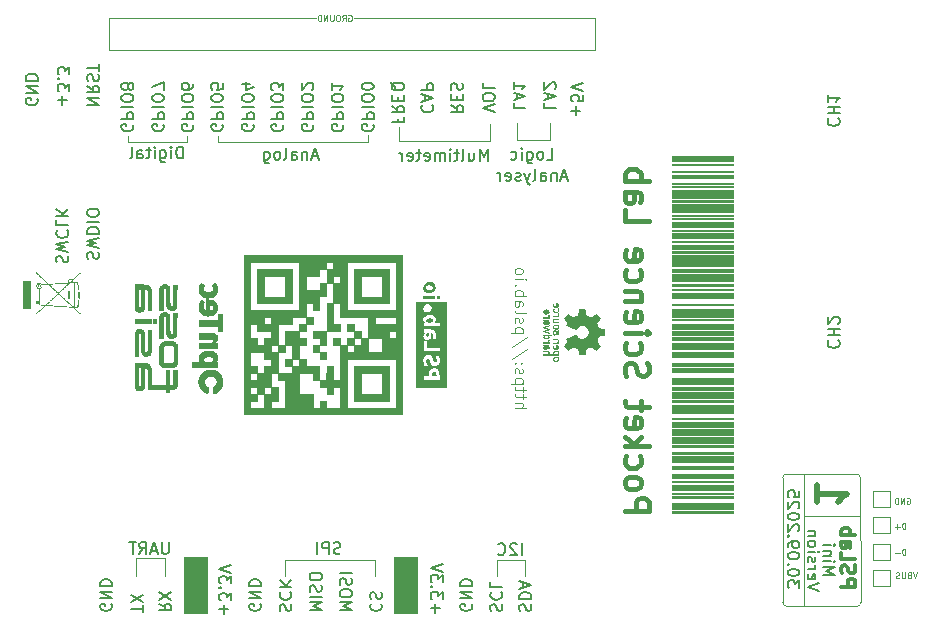
<source format=gbr>
%TF.GenerationSoftware,KiCad,Pcbnew,9.0.3*%
%TF.CreationDate,2025-10-02T12:34:45+05:30*%
%TF.ProjectId,pslab-mini,70736c61-622d-46d6-996e-692e6b696361,0.0.0*%
%TF.SameCoordinates,Original*%
%TF.FileFunction,Legend,Bot*%
%TF.FilePolarity,Positive*%
%FSLAX46Y46*%
G04 Gerber Fmt 4.6, Leading zero omitted, Abs format (unit mm)*
G04 Created by KiCad (PCBNEW 9.0.3) date 2025-10-02 12:34:45*
%MOMM*%
%LPD*%
G01*
G04 APERTURE LIST*
%ADD10C,0.100000*%
%ADD11C,0.200000*%
%ADD12C,0.500000*%
%ADD13C,0.125000*%
%ADD14C,0.400000*%
%ADD15C,0.300000*%
%ADD16C,0.120000*%
%ADD17C,0.010000*%
%ADD18C,0.000000*%
G04 APERTURE END LIST*
D10*
X122000000Y-101800000D02*
X122000000Y-100500000D01*
X146581696Y-104397316D02*
G75*
G02*
X146230570Y-104078811I-31096J318516D01*
G01*
X124400000Y-100500000D02*
X124400000Y-101800000D01*
X111700000Y-100500000D02*
X104100000Y-100500000D01*
X113700000Y-63800000D02*
X113700000Y-65000000D01*
X148000000Y-93213173D02*
X148000000Y-104400000D01*
X89200000Y-54600000D02*
X106700000Y-54600000D01*
X146207786Y-93502050D02*
G75*
G02*
X146526291Y-93213166I318514J-31150D01*
G01*
X123700000Y-64900000D02*
X126300000Y-64900000D01*
X126300000Y-64900000D02*
X126500000Y-64900000D01*
X152499431Y-93213173D02*
X146526291Y-93213173D01*
X146235555Y-104112191D02*
X146207786Y-93502050D01*
X111100000Y-65100000D02*
X98400000Y-65100000D01*
X121400000Y-65000000D02*
X121400000Y-63600000D01*
X89200000Y-57300000D02*
X89200000Y-54600000D01*
X113700000Y-65000000D02*
X121400000Y-65000000D01*
X113350000Y-100200000D02*
X115250000Y-100200000D01*
X115250000Y-105000000D01*
X113350000Y-105000000D01*
X113350000Y-100200000D01*
G36*
X113350000Y-100200000D02*
G01*
X115250000Y-100200000D01*
X115250000Y-105000000D01*
X113350000Y-105000000D01*
X113350000Y-100200000D01*
G37*
X130300000Y-57300000D02*
X89200000Y-57300000D01*
X126500000Y-64900000D02*
X126500000Y-63500000D01*
X111100000Y-64500000D02*
X111100000Y-65100000D01*
X130300000Y-54600000D02*
X130300000Y-57300000D01*
X93900000Y-100300000D02*
X93900000Y-101800000D01*
X91500000Y-100300000D02*
X93900000Y-100300000D01*
X152799964Y-93518505D02*
X152835555Y-104053666D01*
X109900000Y-54600000D02*
X130300000Y-54600000D01*
X104100000Y-100500000D02*
X104100000Y-101800000D01*
X95800000Y-65100000D02*
X90800000Y-65100000D01*
X98400000Y-65100000D02*
X98400000Y-64600000D01*
X122000000Y-100500000D02*
X124400000Y-100500000D01*
X111700000Y-101800000D02*
X111700000Y-100500000D01*
X152835599Y-104053662D02*
G75*
G02*
X152480584Y-104402617I-318499J-31038D01*
G01*
X90800000Y-65100000D02*
X90800000Y-64600000D01*
X152480576Y-104402684D02*
X146519424Y-104397316D01*
X152800000Y-96786827D02*
X148000000Y-96786827D01*
X81900000Y-76850000D02*
X82500000Y-76850000D01*
X82500000Y-79150000D01*
X81900000Y-79150000D01*
X81900000Y-76850000D01*
G36*
X81900000Y-76850000D02*
G01*
X82500000Y-76850000D01*
X82500000Y-79150000D01*
X81900000Y-79150000D01*
X81900000Y-76850000D01*
G37*
X91500000Y-101800000D02*
X91500000Y-100300000D01*
X123700000Y-63500000D02*
X123700000Y-64900000D01*
X95500000Y-100200000D02*
X97500000Y-100200000D01*
X97500000Y-105000000D01*
X95500000Y-105000000D01*
X95500000Y-100200000D01*
G36*
X95500000Y-100200000D02*
G01*
X97500000Y-100200000D01*
X97500000Y-105000000D01*
X95500000Y-105000000D01*
X95500000Y-100200000D01*
G37*
X152499431Y-93213173D02*
G75*
G02*
X152799965Y-93518505I-4831J-305327D01*
G01*
X95800000Y-64600000D02*
X95800000Y-65100000D01*
D11*
X96285161Y-63606517D02*
X96332780Y-63701755D01*
X96332780Y-63701755D02*
X96332780Y-63844612D01*
X96332780Y-63844612D02*
X96285161Y-63987469D01*
X96285161Y-63987469D02*
X96189923Y-64082707D01*
X96189923Y-64082707D02*
X96094685Y-64130326D01*
X96094685Y-64130326D02*
X95904209Y-64177945D01*
X95904209Y-64177945D02*
X95761352Y-64177945D01*
X95761352Y-64177945D02*
X95570876Y-64130326D01*
X95570876Y-64130326D02*
X95475638Y-64082707D01*
X95475638Y-64082707D02*
X95380400Y-63987469D01*
X95380400Y-63987469D02*
X95332780Y-63844612D01*
X95332780Y-63844612D02*
X95332780Y-63749374D01*
X95332780Y-63749374D02*
X95380400Y-63606517D01*
X95380400Y-63606517D02*
X95428019Y-63558898D01*
X95428019Y-63558898D02*
X95761352Y-63558898D01*
X95761352Y-63558898D02*
X95761352Y-63749374D01*
X95332780Y-63130326D02*
X96332780Y-63130326D01*
X96332780Y-63130326D02*
X96332780Y-62749374D01*
X96332780Y-62749374D02*
X96285161Y-62654136D01*
X96285161Y-62654136D02*
X96237542Y-62606517D01*
X96237542Y-62606517D02*
X96142304Y-62558898D01*
X96142304Y-62558898D02*
X95999447Y-62558898D01*
X95999447Y-62558898D02*
X95904209Y-62606517D01*
X95904209Y-62606517D02*
X95856590Y-62654136D01*
X95856590Y-62654136D02*
X95808971Y-62749374D01*
X95808971Y-62749374D02*
X95808971Y-63130326D01*
X95332780Y-62130326D02*
X96332780Y-62130326D01*
X96332780Y-61463660D02*
X96332780Y-61273184D01*
X96332780Y-61273184D02*
X96285161Y-61177946D01*
X96285161Y-61177946D02*
X96189923Y-61082708D01*
X96189923Y-61082708D02*
X95999447Y-61035089D01*
X95999447Y-61035089D02*
X95666114Y-61035089D01*
X95666114Y-61035089D02*
X95475638Y-61082708D01*
X95475638Y-61082708D02*
X95380400Y-61177946D01*
X95380400Y-61177946D02*
X95332780Y-61273184D01*
X95332780Y-61273184D02*
X95332780Y-61463660D01*
X95332780Y-61463660D02*
X95380400Y-61558898D01*
X95380400Y-61558898D02*
X95475638Y-61654136D01*
X95475638Y-61654136D02*
X95666114Y-61701755D01*
X95666114Y-61701755D02*
X95999447Y-61701755D01*
X95999447Y-61701755D02*
X96189923Y-61654136D01*
X96189923Y-61654136D02*
X96285161Y-61558898D01*
X96285161Y-61558898D02*
X96332780Y-61463660D01*
X96332780Y-60177946D02*
X96332780Y-60368422D01*
X96332780Y-60368422D02*
X96285161Y-60463660D01*
X96285161Y-60463660D02*
X96237542Y-60511279D01*
X96237542Y-60511279D02*
X96094685Y-60606517D01*
X96094685Y-60606517D02*
X95904209Y-60654136D01*
X95904209Y-60654136D02*
X95523257Y-60654136D01*
X95523257Y-60654136D02*
X95428019Y-60606517D01*
X95428019Y-60606517D02*
X95380400Y-60558898D01*
X95380400Y-60558898D02*
X95332780Y-60463660D01*
X95332780Y-60463660D02*
X95332780Y-60273184D01*
X95332780Y-60273184D02*
X95380400Y-60177946D01*
X95380400Y-60177946D02*
X95428019Y-60130327D01*
X95428019Y-60130327D02*
X95523257Y-60082708D01*
X95523257Y-60082708D02*
X95761352Y-60082708D01*
X95761352Y-60082708D02*
X95856590Y-60130327D01*
X95856590Y-60130327D02*
X95904209Y-60177946D01*
X95904209Y-60177946D02*
X95951828Y-60273184D01*
X95951828Y-60273184D02*
X95951828Y-60463660D01*
X95951828Y-60463660D02*
X95904209Y-60558898D01*
X95904209Y-60558898D02*
X95856590Y-60606517D01*
X95856590Y-60606517D02*
X95761352Y-60654136D01*
X85213733Y-61930326D02*
X85213733Y-61168422D01*
X84832780Y-61549374D02*
X85594685Y-61549374D01*
X85832780Y-60787469D02*
X85832780Y-60168422D01*
X85832780Y-60168422D02*
X85451828Y-60501755D01*
X85451828Y-60501755D02*
X85451828Y-60358898D01*
X85451828Y-60358898D02*
X85404209Y-60263660D01*
X85404209Y-60263660D02*
X85356590Y-60216041D01*
X85356590Y-60216041D02*
X85261352Y-60168422D01*
X85261352Y-60168422D02*
X85023257Y-60168422D01*
X85023257Y-60168422D02*
X84928019Y-60216041D01*
X84928019Y-60216041D02*
X84880400Y-60263660D01*
X84880400Y-60263660D02*
X84832780Y-60358898D01*
X84832780Y-60358898D02*
X84832780Y-60644612D01*
X84832780Y-60644612D02*
X84880400Y-60739850D01*
X84880400Y-60739850D02*
X84928019Y-60787469D01*
X84928019Y-59739850D02*
X84880400Y-59692231D01*
X84880400Y-59692231D02*
X84832780Y-59739850D01*
X84832780Y-59739850D02*
X84880400Y-59787469D01*
X84880400Y-59787469D02*
X84928019Y-59739850D01*
X84928019Y-59739850D02*
X84832780Y-59739850D01*
X85832780Y-59358898D02*
X85832780Y-58739851D01*
X85832780Y-58739851D02*
X85451828Y-59073184D01*
X85451828Y-59073184D02*
X85451828Y-58930327D01*
X85451828Y-58930327D02*
X85404209Y-58835089D01*
X85404209Y-58835089D02*
X85356590Y-58787470D01*
X85356590Y-58787470D02*
X85261352Y-58739851D01*
X85261352Y-58739851D02*
X85023257Y-58739851D01*
X85023257Y-58739851D02*
X84928019Y-58787470D01*
X84928019Y-58787470D02*
X84880400Y-58835089D01*
X84880400Y-58835089D02*
X84832780Y-58930327D01*
X84832780Y-58930327D02*
X84832780Y-59216041D01*
X84832780Y-59216041D02*
X84880400Y-59311279D01*
X84880400Y-59311279D02*
X84928019Y-59358898D01*
X121230326Y-66667219D02*
X121230326Y-65667219D01*
X121230326Y-65667219D02*
X120896993Y-66381504D01*
X120896993Y-66381504D02*
X120563660Y-65667219D01*
X120563660Y-65667219D02*
X120563660Y-66667219D01*
X119658898Y-66000552D02*
X119658898Y-66667219D01*
X120087469Y-66000552D02*
X120087469Y-66524361D01*
X120087469Y-66524361D02*
X120039850Y-66619600D01*
X120039850Y-66619600D02*
X119944612Y-66667219D01*
X119944612Y-66667219D02*
X119801755Y-66667219D01*
X119801755Y-66667219D02*
X119706517Y-66619600D01*
X119706517Y-66619600D02*
X119658898Y-66571980D01*
X119039850Y-66667219D02*
X119135088Y-66619600D01*
X119135088Y-66619600D02*
X119182707Y-66524361D01*
X119182707Y-66524361D02*
X119182707Y-65667219D01*
X118801754Y-66000552D02*
X118420802Y-66000552D01*
X118658897Y-65667219D02*
X118658897Y-66524361D01*
X118658897Y-66524361D02*
X118611278Y-66619600D01*
X118611278Y-66619600D02*
X118516040Y-66667219D01*
X118516040Y-66667219D02*
X118420802Y-66667219D01*
X118087468Y-66667219D02*
X118087468Y-66000552D01*
X118087468Y-65667219D02*
X118135087Y-65714838D01*
X118135087Y-65714838D02*
X118087468Y-65762457D01*
X118087468Y-65762457D02*
X118039849Y-65714838D01*
X118039849Y-65714838D02*
X118087468Y-65667219D01*
X118087468Y-65667219D02*
X118087468Y-65762457D01*
X117611278Y-66667219D02*
X117611278Y-66000552D01*
X117611278Y-66095790D02*
X117563659Y-66048171D01*
X117563659Y-66048171D02*
X117468421Y-66000552D01*
X117468421Y-66000552D02*
X117325564Y-66000552D01*
X117325564Y-66000552D02*
X117230326Y-66048171D01*
X117230326Y-66048171D02*
X117182707Y-66143409D01*
X117182707Y-66143409D02*
X117182707Y-66667219D01*
X117182707Y-66143409D02*
X117135088Y-66048171D01*
X117135088Y-66048171D02*
X117039850Y-66000552D01*
X117039850Y-66000552D02*
X116896993Y-66000552D01*
X116896993Y-66000552D02*
X116801754Y-66048171D01*
X116801754Y-66048171D02*
X116754135Y-66143409D01*
X116754135Y-66143409D02*
X116754135Y-66667219D01*
X115896993Y-66619600D02*
X115992231Y-66667219D01*
X115992231Y-66667219D02*
X116182707Y-66667219D01*
X116182707Y-66667219D02*
X116277945Y-66619600D01*
X116277945Y-66619600D02*
X116325564Y-66524361D01*
X116325564Y-66524361D02*
X116325564Y-66143409D01*
X116325564Y-66143409D02*
X116277945Y-66048171D01*
X116277945Y-66048171D02*
X116182707Y-66000552D01*
X116182707Y-66000552D02*
X115992231Y-66000552D01*
X115992231Y-66000552D02*
X115896993Y-66048171D01*
X115896993Y-66048171D02*
X115849374Y-66143409D01*
X115849374Y-66143409D02*
X115849374Y-66238647D01*
X115849374Y-66238647D02*
X116325564Y-66333885D01*
X115563659Y-66000552D02*
X115182707Y-66000552D01*
X115420802Y-65667219D02*
X115420802Y-66524361D01*
X115420802Y-66524361D02*
X115373183Y-66619600D01*
X115373183Y-66619600D02*
X115277945Y-66667219D01*
X115277945Y-66667219D02*
X115182707Y-66667219D01*
X114468421Y-66619600D02*
X114563659Y-66667219D01*
X114563659Y-66667219D02*
X114754135Y-66667219D01*
X114754135Y-66667219D02*
X114849373Y-66619600D01*
X114849373Y-66619600D02*
X114896992Y-66524361D01*
X114896992Y-66524361D02*
X114896992Y-66143409D01*
X114896992Y-66143409D02*
X114849373Y-66048171D01*
X114849373Y-66048171D02*
X114754135Y-66000552D01*
X114754135Y-66000552D02*
X114563659Y-66000552D01*
X114563659Y-66000552D02*
X114468421Y-66048171D01*
X114468421Y-66048171D02*
X114420802Y-66143409D01*
X114420802Y-66143409D02*
X114420802Y-66238647D01*
X114420802Y-66238647D02*
X114896992Y-66333885D01*
X113992230Y-66667219D02*
X113992230Y-66000552D01*
X113992230Y-66191028D02*
X113944611Y-66095790D01*
X113944611Y-66095790D02*
X113896992Y-66048171D01*
X113896992Y-66048171D02*
X113801754Y-66000552D01*
X113801754Y-66000552D02*
X113706516Y-66000552D01*
X116813733Y-104930326D02*
X116813733Y-104168422D01*
X116432780Y-104549374D02*
X117194685Y-104549374D01*
X117432780Y-103787469D02*
X117432780Y-103168422D01*
X117432780Y-103168422D02*
X117051828Y-103501755D01*
X117051828Y-103501755D02*
X117051828Y-103358898D01*
X117051828Y-103358898D02*
X117004209Y-103263660D01*
X117004209Y-103263660D02*
X116956590Y-103216041D01*
X116956590Y-103216041D02*
X116861352Y-103168422D01*
X116861352Y-103168422D02*
X116623257Y-103168422D01*
X116623257Y-103168422D02*
X116528019Y-103216041D01*
X116528019Y-103216041D02*
X116480400Y-103263660D01*
X116480400Y-103263660D02*
X116432780Y-103358898D01*
X116432780Y-103358898D02*
X116432780Y-103644612D01*
X116432780Y-103644612D02*
X116480400Y-103739850D01*
X116480400Y-103739850D02*
X116528019Y-103787469D01*
X116528019Y-102739850D02*
X116480400Y-102692231D01*
X116480400Y-102692231D02*
X116432780Y-102739850D01*
X116432780Y-102739850D02*
X116480400Y-102787469D01*
X116480400Y-102787469D02*
X116528019Y-102739850D01*
X116528019Y-102739850D02*
X116432780Y-102739850D01*
X117432780Y-102358898D02*
X117432780Y-101739851D01*
X117432780Y-101739851D02*
X117051828Y-102073184D01*
X117051828Y-102073184D02*
X117051828Y-101930327D01*
X117051828Y-101930327D02*
X117004209Y-101835089D01*
X117004209Y-101835089D02*
X116956590Y-101787470D01*
X116956590Y-101787470D02*
X116861352Y-101739851D01*
X116861352Y-101739851D02*
X116623257Y-101739851D01*
X116623257Y-101739851D02*
X116528019Y-101787470D01*
X116528019Y-101787470D02*
X116480400Y-101835089D01*
X116480400Y-101835089D02*
X116432780Y-101930327D01*
X116432780Y-101930327D02*
X116432780Y-102216041D01*
X116432780Y-102216041D02*
X116480400Y-102311279D01*
X116480400Y-102311279D02*
X116528019Y-102358898D01*
X117432780Y-101454136D02*
X116432780Y-101120803D01*
X116432780Y-101120803D02*
X117432780Y-100787470D01*
X106435161Y-63606517D02*
X106482780Y-63701755D01*
X106482780Y-63701755D02*
X106482780Y-63844612D01*
X106482780Y-63844612D02*
X106435161Y-63987469D01*
X106435161Y-63987469D02*
X106339923Y-64082707D01*
X106339923Y-64082707D02*
X106244685Y-64130326D01*
X106244685Y-64130326D02*
X106054209Y-64177945D01*
X106054209Y-64177945D02*
X105911352Y-64177945D01*
X105911352Y-64177945D02*
X105720876Y-64130326D01*
X105720876Y-64130326D02*
X105625638Y-64082707D01*
X105625638Y-64082707D02*
X105530400Y-63987469D01*
X105530400Y-63987469D02*
X105482780Y-63844612D01*
X105482780Y-63844612D02*
X105482780Y-63749374D01*
X105482780Y-63749374D02*
X105530400Y-63606517D01*
X105530400Y-63606517D02*
X105578019Y-63558898D01*
X105578019Y-63558898D02*
X105911352Y-63558898D01*
X105911352Y-63558898D02*
X105911352Y-63749374D01*
X105482780Y-63130326D02*
X106482780Y-63130326D01*
X106482780Y-63130326D02*
X106482780Y-62749374D01*
X106482780Y-62749374D02*
X106435161Y-62654136D01*
X106435161Y-62654136D02*
X106387542Y-62606517D01*
X106387542Y-62606517D02*
X106292304Y-62558898D01*
X106292304Y-62558898D02*
X106149447Y-62558898D01*
X106149447Y-62558898D02*
X106054209Y-62606517D01*
X106054209Y-62606517D02*
X106006590Y-62654136D01*
X106006590Y-62654136D02*
X105958971Y-62749374D01*
X105958971Y-62749374D02*
X105958971Y-63130326D01*
X105482780Y-62130326D02*
X106482780Y-62130326D01*
X106482780Y-61463660D02*
X106482780Y-61273184D01*
X106482780Y-61273184D02*
X106435161Y-61177946D01*
X106435161Y-61177946D02*
X106339923Y-61082708D01*
X106339923Y-61082708D02*
X106149447Y-61035089D01*
X106149447Y-61035089D02*
X105816114Y-61035089D01*
X105816114Y-61035089D02*
X105625638Y-61082708D01*
X105625638Y-61082708D02*
X105530400Y-61177946D01*
X105530400Y-61177946D02*
X105482780Y-61273184D01*
X105482780Y-61273184D02*
X105482780Y-61463660D01*
X105482780Y-61463660D02*
X105530400Y-61558898D01*
X105530400Y-61558898D02*
X105625638Y-61654136D01*
X105625638Y-61654136D02*
X105816114Y-61701755D01*
X105816114Y-61701755D02*
X106149447Y-61701755D01*
X106149447Y-61701755D02*
X106339923Y-61654136D01*
X106339923Y-61654136D02*
X106435161Y-61558898D01*
X106435161Y-61558898D02*
X106482780Y-61463660D01*
X106387542Y-60654136D02*
X106435161Y-60606517D01*
X106435161Y-60606517D02*
X106482780Y-60511279D01*
X106482780Y-60511279D02*
X106482780Y-60273184D01*
X106482780Y-60273184D02*
X106435161Y-60177946D01*
X106435161Y-60177946D02*
X106387542Y-60130327D01*
X106387542Y-60130327D02*
X106292304Y-60082708D01*
X106292304Y-60082708D02*
X106197066Y-60082708D01*
X106197066Y-60082708D02*
X106054209Y-60130327D01*
X106054209Y-60130327D02*
X105482780Y-60701755D01*
X105482780Y-60701755D02*
X105482780Y-60082708D01*
X83085161Y-61406517D02*
X83132780Y-61501755D01*
X83132780Y-61501755D02*
X83132780Y-61644612D01*
X83132780Y-61644612D02*
X83085161Y-61787469D01*
X83085161Y-61787469D02*
X82989923Y-61882707D01*
X82989923Y-61882707D02*
X82894685Y-61930326D01*
X82894685Y-61930326D02*
X82704209Y-61977945D01*
X82704209Y-61977945D02*
X82561352Y-61977945D01*
X82561352Y-61977945D02*
X82370876Y-61930326D01*
X82370876Y-61930326D02*
X82275638Y-61882707D01*
X82275638Y-61882707D02*
X82180400Y-61787469D01*
X82180400Y-61787469D02*
X82132780Y-61644612D01*
X82132780Y-61644612D02*
X82132780Y-61549374D01*
X82132780Y-61549374D02*
X82180400Y-61406517D01*
X82180400Y-61406517D02*
X82228019Y-61358898D01*
X82228019Y-61358898D02*
X82561352Y-61358898D01*
X82561352Y-61358898D02*
X82561352Y-61549374D01*
X82132780Y-60930326D02*
X83132780Y-60930326D01*
X83132780Y-60930326D02*
X82132780Y-60358898D01*
X82132780Y-60358898D02*
X83132780Y-60358898D01*
X82132780Y-59882707D02*
X83132780Y-59882707D01*
X83132780Y-59882707D02*
X83132780Y-59644612D01*
X83132780Y-59644612D02*
X83085161Y-59501755D01*
X83085161Y-59501755D02*
X82989923Y-59406517D01*
X82989923Y-59406517D02*
X82894685Y-59358898D01*
X82894685Y-59358898D02*
X82704209Y-59311279D01*
X82704209Y-59311279D02*
X82561352Y-59311279D01*
X82561352Y-59311279D02*
X82370876Y-59358898D01*
X82370876Y-59358898D02*
X82275638Y-59406517D01*
X82275638Y-59406517D02*
X82180400Y-59501755D01*
X82180400Y-59501755D02*
X82132780Y-59644612D01*
X82132780Y-59644612D02*
X82132780Y-59882707D01*
X121832780Y-62573183D02*
X120832780Y-62239850D01*
X120832780Y-62239850D02*
X121832780Y-61906517D01*
X121832780Y-61382707D02*
X121832780Y-61192231D01*
X121832780Y-61192231D02*
X121785161Y-61096993D01*
X121785161Y-61096993D02*
X121689923Y-61001755D01*
X121689923Y-61001755D02*
X121499447Y-60954136D01*
X121499447Y-60954136D02*
X121166114Y-60954136D01*
X121166114Y-60954136D02*
X120975638Y-61001755D01*
X120975638Y-61001755D02*
X120880400Y-61096993D01*
X120880400Y-61096993D02*
X120832780Y-61192231D01*
X120832780Y-61192231D02*
X120832780Y-61382707D01*
X120832780Y-61382707D02*
X120880400Y-61477945D01*
X120880400Y-61477945D02*
X120975638Y-61573183D01*
X120975638Y-61573183D02*
X121166114Y-61620802D01*
X121166114Y-61620802D02*
X121499447Y-61620802D01*
X121499447Y-61620802D02*
X121689923Y-61573183D01*
X121689923Y-61573183D02*
X121785161Y-61477945D01*
X121785161Y-61477945D02*
X121832780Y-61382707D01*
X120832780Y-60049374D02*
X120832780Y-60525564D01*
X120832780Y-60525564D02*
X121832780Y-60525564D01*
X98785161Y-63606517D02*
X98832780Y-63701755D01*
X98832780Y-63701755D02*
X98832780Y-63844612D01*
X98832780Y-63844612D02*
X98785161Y-63987469D01*
X98785161Y-63987469D02*
X98689923Y-64082707D01*
X98689923Y-64082707D02*
X98594685Y-64130326D01*
X98594685Y-64130326D02*
X98404209Y-64177945D01*
X98404209Y-64177945D02*
X98261352Y-64177945D01*
X98261352Y-64177945D02*
X98070876Y-64130326D01*
X98070876Y-64130326D02*
X97975638Y-64082707D01*
X97975638Y-64082707D02*
X97880400Y-63987469D01*
X97880400Y-63987469D02*
X97832780Y-63844612D01*
X97832780Y-63844612D02*
X97832780Y-63749374D01*
X97832780Y-63749374D02*
X97880400Y-63606517D01*
X97880400Y-63606517D02*
X97928019Y-63558898D01*
X97928019Y-63558898D02*
X98261352Y-63558898D01*
X98261352Y-63558898D02*
X98261352Y-63749374D01*
X97832780Y-63130326D02*
X98832780Y-63130326D01*
X98832780Y-63130326D02*
X98832780Y-62749374D01*
X98832780Y-62749374D02*
X98785161Y-62654136D01*
X98785161Y-62654136D02*
X98737542Y-62606517D01*
X98737542Y-62606517D02*
X98642304Y-62558898D01*
X98642304Y-62558898D02*
X98499447Y-62558898D01*
X98499447Y-62558898D02*
X98404209Y-62606517D01*
X98404209Y-62606517D02*
X98356590Y-62654136D01*
X98356590Y-62654136D02*
X98308971Y-62749374D01*
X98308971Y-62749374D02*
X98308971Y-63130326D01*
X97832780Y-62130326D02*
X98832780Y-62130326D01*
X98832780Y-61463660D02*
X98832780Y-61273184D01*
X98832780Y-61273184D02*
X98785161Y-61177946D01*
X98785161Y-61177946D02*
X98689923Y-61082708D01*
X98689923Y-61082708D02*
X98499447Y-61035089D01*
X98499447Y-61035089D02*
X98166114Y-61035089D01*
X98166114Y-61035089D02*
X97975638Y-61082708D01*
X97975638Y-61082708D02*
X97880400Y-61177946D01*
X97880400Y-61177946D02*
X97832780Y-61273184D01*
X97832780Y-61273184D02*
X97832780Y-61463660D01*
X97832780Y-61463660D02*
X97880400Y-61558898D01*
X97880400Y-61558898D02*
X97975638Y-61654136D01*
X97975638Y-61654136D02*
X98166114Y-61701755D01*
X98166114Y-61701755D02*
X98499447Y-61701755D01*
X98499447Y-61701755D02*
X98689923Y-61654136D01*
X98689923Y-61654136D02*
X98785161Y-61558898D01*
X98785161Y-61558898D02*
X98832780Y-61463660D01*
X98832780Y-60130327D02*
X98832780Y-60606517D01*
X98832780Y-60606517D02*
X98356590Y-60654136D01*
X98356590Y-60654136D02*
X98404209Y-60606517D01*
X98404209Y-60606517D02*
X98451828Y-60511279D01*
X98451828Y-60511279D02*
X98451828Y-60273184D01*
X98451828Y-60273184D02*
X98404209Y-60177946D01*
X98404209Y-60177946D02*
X98356590Y-60130327D01*
X98356590Y-60130327D02*
X98261352Y-60082708D01*
X98261352Y-60082708D02*
X98023257Y-60082708D01*
X98023257Y-60082708D02*
X97928019Y-60130327D01*
X97928019Y-60130327D02*
X97880400Y-60177946D01*
X97880400Y-60177946D02*
X97832780Y-60273184D01*
X97832780Y-60273184D02*
X97832780Y-60511279D01*
X97832780Y-60511279D02*
X97880400Y-60606517D01*
X97880400Y-60606517D02*
X97928019Y-60654136D01*
X93432780Y-104158898D02*
X93908971Y-104492231D01*
X93432780Y-104730326D02*
X94432780Y-104730326D01*
X94432780Y-104730326D02*
X94432780Y-104349374D01*
X94432780Y-104349374D02*
X94385161Y-104254136D01*
X94385161Y-104254136D02*
X94337542Y-104206517D01*
X94337542Y-104206517D02*
X94242304Y-104158898D01*
X94242304Y-104158898D02*
X94099447Y-104158898D01*
X94099447Y-104158898D02*
X94004209Y-104206517D01*
X94004209Y-104206517D02*
X93956590Y-104254136D01*
X93956590Y-104254136D02*
X93908971Y-104349374D01*
X93908971Y-104349374D02*
X93908971Y-104730326D01*
X94432780Y-103825564D02*
X93432780Y-103158898D01*
X94432780Y-103158898D02*
X93432780Y-103825564D01*
D12*
X149131952Y-94166291D02*
X149131952Y-95594862D01*
X149131952Y-94880576D02*
X151631952Y-94880576D01*
X151631952Y-94880576D02*
X151274809Y-95118672D01*
X151274809Y-95118672D02*
X151036714Y-95356767D01*
X151036714Y-95356767D02*
X150917666Y-95594862D01*
D11*
X147632780Y-102825564D02*
X147632780Y-102206517D01*
X147632780Y-102206517D02*
X147251828Y-102539850D01*
X147251828Y-102539850D02*
X147251828Y-102396993D01*
X147251828Y-102396993D02*
X147204209Y-102301755D01*
X147204209Y-102301755D02*
X147156590Y-102254136D01*
X147156590Y-102254136D02*
X147061352Y-102206517D01*
X147061352Y-102206517D02*
X146823257Y-102206517D01*
X146823257Y-102206517D02*
X146728019Y-102254136D01*
X146728019Y-102254136D02*
X146680400Y-102301755D01*
X146680400Y-102301755D02*
X146632780Y-102396993D01*
X146632780Y-102396993D02*
X146632780Y-102682707D01*
X146632780Y-102682707D02*
X146680400Y-102777945D01*
X146680400Y-102777945D02*
X146728019Y-102825564D01*
X147632780Y-101587469D02*
X147632780Y-101492231D01*
X147632780Y-101492231D02*
X147585161Y-101396993D01*
X147585161Y-101396993D02*
X147537542Y-101349374D01*
X147537542Y-101349374D02*
X147442304Y-101301755D01*
X147442304Y-101301755D02*
X147251828Y-101254136D01*
X147251828Y-101254136D02*
X147013733Y-101254136D01*
X147013733Y-101254136D02*
X146823257Y-101301755D01*
X146823257Y-101301755D02*
X146728019Y-101349374D01*
X146728019Y-101349374D02*
X146680400Y-101396993D01*
X146680400Y-101396993D02*
X146632780Y-101492231D01*
X146632780Y-101492231D02*
X146632780Y-101587469D01*
X146632780Y-101587469D02*
X146680400Y-101682707D01*
X146680400Y-101682707D02*
X146728019Y-101730326D01*
X146728019Y-101730326D02*
X146823257Y-101777945D01*
X146823257Y-101777945D02*
X147013733Y-101825564D01*
X147013733Y-101825564D02*
X147251828Y-101825564D01*
X147251828Y-101825564D02*
X147442304Y-101777945D01*
X147442304Y-101777945D02*
X147537542Y-101730326D01*
X147537542Y-101730326D02*
X147585161Y-101682707D01*
X147585161Y-101682707D02*
X147632780Y-101587469D01*
X146728019Y-100825564D02*
X146680400Y-100777945D01*
X146680400Y-100777945D02*
X146632780Y-100825564D01*
X146632780Y-100825564D02*
X146680400Y-100873183D01*
X146680400Y-100873183D02*
X146728019Y-100825564D01*
X146728019Y-100825564D02*
X146632780Y-100825564D01*
X147632780Y-100158898D02*
X147632780Y-100063660D01*
X147632780Y-100063660D02*
X147585161Y-99968422D01*
X147585161Y-99968422D02*
X147537542Y-99920803D01*
X147537542Y-99920803D02*
X147442304Y-99873184D01*
X147442304Y-99873184D02*
X147251828Y-99825565D01*
X147251828Y-99825565D02*
X147013733Y-99825565D01*
X147013733Y-99825565D02*
X146823257Y-99873184D01*
X146823257Y-99873184D02*
X146728019Y-99920803D01*
X146728019Y-99920803D02*
X146680400Y-99968422D01*
X146680400Y-99968422D02*
X146632780Y-100063660D01*
X146632780Y-100063660D02*
X146632780Y-100158898D01*
X146632780Y-100158898D02*
X146680400Y-100254136D01*
X146680400Y-100254136D02*
X146728019Y-100301755D01*
X146728019Y-100301755D02*
X146823257Y-100349374D01*
X146823257Y-100349374D02*
X147013733Y-100396993D01*
X147013733Y-100396993D02*
X147251828Y-100396993D01*
X147251828Y-100396993D02*
X147442304Y-100349374D01*
X147442304Y-100349374D02*
X147537542Y-100301755D01*
X147537542Y-100301755D02*
X147585161Y-100254136D01*
X147585161Y-100254136D02*
X147632780Y-100158898D01*
X146632780Y-99349374D02*
X146632780Y-99158898D01*
X146632780Y-99158898D02*
X146680400Y-99063660D01*
X146680400Y-99063660D02*
X146728019Y-99016041D01*
X146728019Y-99016041D02*
X146870876Y-98920803D01*
X146870876Y-98920803D02*
X147061352Y-98873184D01*
X147061352Y-98873184D02*
X147442304Y-98873184D01*
X147442304Y-98873184D02*
X147537542Y-98920803D01*
X147537542Y-98920803D02*
X147585161Y-98968422D01*
X147585161Y-98968422D02*
X147632780Y-99063660D01*
X147632780Y-99063660D02*
X147632780Y-99254136D01*
X147632780Y-99254136D02*
X147585161Y-99349374D01*
X147585161Y-99349374D02*
X147537542Y-99396993D01*
X147537542Y-99396993D02*
X147442304Y-99444612D01*
X147442304Y-99444612D02*
X147204209Y-99444612D01*
X147204209Y-99444612D02*
X147108971Y-99396993D01*
X147108971Y-99396993D02*
X147061352Y-99349374D01*
X147061352Y-99349374D02*
X147013733Y-99254136D01*
X147013733Y-99254136D02*
X147013733Y-99063660D01*
X147013733Y-99063660D02*
X147061352Y-98968422D01*
X147061352Y-98968422D02*
X147108971Y-98920803D01*
X147108971Y-98920803D02*
X147204209Y-98873184D01*
X146728019Y-98444612D02*
X146680400Y-98396993D01*
X146680400Y-98396993D02*
X146632780Y-98444612D01*
X146632780Y-98444612D02*
X146680400Y-98492231D01*
X146680400Y-98492231D02*
X146728019Y-98444612D01*
X146728019Y-98444612D02*
X146632780Y-98444612D01*
X147537542Y-98016041D02*
X147585161Y-97968422D01*
X147585161Y-97968422D02*
X147632780Y-97873184D01*
X147632780Y-97873184D02*
X147632780Y-97635089D01*
X147632780Y-97635089D02*
X147585161Y-97539851D01*
X147585161Y-97539851D02*
X147537542Y-97492232D01*
X147537542Y-97492232D02*
X147442304Y-97444613D01*
X147442304Y-97444613D02*
X147347066Y-97444613D01*
X147347066Y-97444613D02*
X147204209Y-97492232D01*
X147204209Y-97492232D02*
X146632780Y-98063660D01*
X146632780Y-98063660D02*
X146632780Y-97444613D01*
X147632780Y-96825565D02*
X147632780Y-96730327D01*
X147632780Y-96730327D02*
X147585161Y-96635089D01*
X147585161Y-96635089D02*
X147537542Y-96587470D01*
X147537542Y-96587470D02*
X147442304Y-96539851D01*
X147442304Y-96539851D02*
X147251828Y-96492232D01*
X147251828Y-96492232D02*
X147013733Y-96492232D01*
X147013733Y-96492232D02*
X146823257Y-96539851D01*
X146823257Y-96539851D02*
X146728019Y-96587470D01*
X146728019Y-96587470D02*
X146680400Y-96635089D01*
X146680400Y-96635089D02*
X146632780Y-96730327D01*
X146632780Y-96730327D02*
X146632780Y-96825565D01*
X146632780Y-96825565D02*
X146680400Y-96920803D01*
X146680400Y-96920803D02*
X146728019Y-96968422D01*
X146728019Y-96968422D02*
X146823257Y-97016041D01*
X146823257Y-97016041D02*
X147013733Y-97063660D01*
X147013733Y-97063660D02*
X147251828Y-97063660D01*
X147251828Y-97063660D02*
X147442304Y-97016041D01*
X147442304Y-97016041D02*
X147537542Y-96968422D01*
X147537542Y-96968422D02*
X147585161Y-96920803D01*
X147585161Y-96920803D02*
X147632780Y-96825565D01*
X147537542Y-96111279D02*
X147585161Y-96063660D01*
X147585161Y-96063660D02*
X147632780Y-95968422D01*
X147632780Y-95968422D02*
X147632780Y-95730327D01*
X147632780Y-95730327D02*
X147585161Y-95635089D01*
X147585161Y-95635089D02*
X147537542Y-95587470D01*
X147537542Y-95587470D02*
X147442304Y-95539851D01*
X147442304Y-95539851D02*
X147347066Y-95539851D01*
X147347066Y-95539851D02*
X147204209Y-95587470D01*
X147204209Y-95587470D02*
X146632780Y-96158898D01*
X146632780Y-96158898D02*
X146632780Y-95539851D01*
X147632780Y-94635089D02*
X147632780Y-95111279D01*
X147632780Y-95111279D02*
X147156590Y-95158898D01*
X147156590Y-95158898D02*
X147204209Y-95111279D01*
X147204209Y-95111279D02*
X147251828Y-95016041D01*
X147251828Y-95016041D02*
X147251828Y-94777946D01*
X147251828Y-94777946D02*
X147204209Y-94682708D01*
X147204209Y-94682708D02*
X147156590Y-94635089D01*
X147156590Y-94635089D02*
X147061352Y-94587470D01*
X147061352Y-94587470D02*
X146823257Y-94587470D01*
X146823257Y-94587470D02*
X146728019Y-94635089D01*
X146728019Y-94635089D02*
X146680400Y-94682708D01*
X146680400Y-94682708D02*
X146632780Y-94777946D01*
X146632780Y-94777946D02*
X146632780Y-95016041D01*
X146632780Y-95016041D02*
X146680400Y-95111279D01*
X146680400Y-95111279D02*
X146728019Y-95158898D01*
X121530400Y-104777945D02*
X121482780Y-104635088D01*
X121482780Y-104635088D02*
X121482780Y-104396993D01*
X121482780Y-104396993D02*
X121530400Y-104301755D01*
X121530400Y-104301755D02*
X121578019Y-104254136D01*
X121578019Y-104254136D02*
X121673257Y-104206517D01*
X121673257Y-104206517D02*
X121768495Y-104206517D01*
X121768495Y-104206517D02*
X121863733Y-104254136D01*
X121863733Y-104254136D02*
X121911352Y-104301755D01*
X121911352Y-104301755D02*
X121958971Y-104396993D01*
X121958971Y-104396993D02*
X122006590Y-104587469D01*
X122006590Y-104587469D02*
X122054209Y-104682707D01*
X122054209Y-104682707D02*
X122101828Y-104730326D01*
X122101828Y-104730326D02*
X122197066Y-104777945D01*
X122197066Y-104777945D02*
X122292304Y-104777945D01*
X122292304Y-104777945D02*
X122387542Y-104730326D01*
X122387542Y-104730326D02*
X122435161Y-104682707D01*
X122435161Y-104682707D02*
X122482780Y-104587469D01*
X122482780Y-104587469D02*
X122482780Y-104349374D01*
X122482780Y-104349374D02*
X122435161Y-104206517D01*
X121578019Y-103206517D02*
X121530400Y-103254136D01*
X121530400Y-103254136D02*
X121482780Y-103396993D01*
X121482780Y-103396993D02*
X121482780Y-103492231D01*
X121482780Y-103492231D02*
X121530400Y-103635088D01*
X121530400Y-103635088D02*
X121625638Y-103730326D01*
X121625638Y-103730326D02*
X121720876Y-103777945D01*
X121720876Y-103777945D02*
X121911352Y-103825564D01*
X121911352Y-103825564D02*
X122054209Y-103825564D01*
X122054209Y-103825564D02*
X122244685Y-103777945D01*
X122244685Y-103777945D02*
X122339923Y-103730326D01*
X122339923Y-103730326D02*
X122435161Y-103635088D01*
X122435161Y-103635088D02*
X122482780Y-103492231D01*
X122482780Y-103492231D02*
X122482780Y-103396993D01*
X122482780Y-103396993D02*
X122435161Y-103254136D01*
X122435161Y-103254136D02*
X122387542Y-103206517D01*
X121482780Y-102301755D02*
X121482780Y-102777945D01*
X121482780Y-102777945D02*
X122482780Y-102777945D01*
X106182780Y-104730326D02*
X107182780Y-104730326D01*
X107182780Y-104730326D02*
X106468495Y-104396993D01*
X106468495Y-104396993D02*
X107182780Y-104063660D01*
X107182780Y-104063660D02*
X106182780Y-104063660D01*
X106182780Y-103587469D02*
X107182780Y-103587469D01*
X106230400Y-103158898D02*
X106182780Y-103016041D01*
X106182780Y-103016041D02*
X106182780Y-102777946D01*
X106182780Y-102777946D02*
X106230400Y-102682708D01*
X106230400Y-102682708D02*
X106278019Y-102635089D01*
X106278019Y-102635089D02*
X106373257Y-102587470D01*
X106373257Y-102587470D02*
X106468495Y-102587470D01*
X106468495Y-102587470D02*
X106563733Y-102635089D01*
X106563733Y-102635089D02*
X106611352Y-102682708D01*
X106611352Y-102682708D02*
X106658971Y-102777946D01*
X106658971Y-102777946D02*
X106706590Y-102968422D01*
X106706590Y-102968422D02*
X106754209Y-103063660D01*
X106754209Y-103063660D02*
X106801828Y-103111279D01*
X106801828Y-103111279D02*
X106897066Y-103158898D01*
X106897066Y-103158898D02*
X106992304Y-103158898D01*
X106992304Y-103158898D02*
X107087542Y-103111279D01*
X107087542Y-103111279D02*
X107135161Y-103063660D01*
X107135161Y-103063660D02*
X107182780Y-102968422D01*
X107182780Y-102968422D02*
X107182780Y-102730327D01*
X107182780Y-102730327D02*
X107135161Y-102587470D01*
X107182780Y-101968422D02*
X107182780Y-101777946D01*
X107182780Y-101777946D02*
X107135161Y-101682708D01*
X107135161Y-101682708D02*
X107039923Y-101587470D01*
X107039923Y-101587470D02*
X106849447Y-101539851D01*
X106849447Y-101539851D02*
X106516114Y-101539851D01*
X106516114Y-101539851D02*
X106325638Y-101587470D01*
X106325638Y-101587470D02*
X106230400Y-101682708D01*
X106230400Y-101682708D02*
X106182780Y-101777946D01*
X106182780Y-101777946D02*
X106182780Y-101968422D01*
X106182780Y-101968422D02*
X106230400Y-102063660D01*
X106230400Y-102063660D02*
X106325638Y-102158898D01*
X106325638Y-102158898D02*
X106516114Y-102206517D01*
X106516114Y-102206517D02*
X106849447Y-102206517D01*
X106849447Y-102206517D02*
X107039923Y-102158898D01*
X107039923Y-102158898D02*
X107135161Y-102063660D01*
X107135161Y-102063660D02*
X107182780Y-101968422D01*
X124130326Y-100067219D02*
X124130326Y-99067219D01*
X123701755Y-99162457D02*
X123654136Y-99114838D01*
X123654136Y-99114838D02*
X123558898Y-99067219D01*
X123558898Y-99067219D02*
X123320803Y-99067219D01*
X123320803Y-99067219D02*
X123225565Y-99114838D01*
X123225565Y-99114838D02*
X123177946Y-99162457D01*
X123177946Y-99162457D02*
X123130327Y-99257695D01*
X123130327Y-99257695D02*
X123130327Y-99352933D01*
X123130327Y-99352933D02*
X123177946Y-99495790D01*
X123177946Y-99495790D02*
X123749374Y-100067219D01*
X123749374Y-100067219D02*
X123130327Y-100067219D01*
X122130327Y-99971980D02*
X122177946Y-100019600D01*
X122177946Y-100019600D02*
X122320803Y-100067219D01*
X122320803Y-100067219D02*
X122416041Y-100067219D01*
X122416041Y-100067219D02*
X122558898Y-100019600D01*
X122558898Y-100019600D02*
X122654136Y-99924361D01*
X122654136Y-99924361D02*
X122701755Y-99829123D01*
X122701755Y-99829123D02*
X122749374Y-99638647D01*
X122749374Y-99638647D02*
X122749374Y-99495790D01*
X122749374Y-99495790D02*
X122701755Y-99305314D01*
X122701755Y-99305314D02*
X122654136Y-99210076D01*
X122654136Y-99210076D02*
X122558898Y-99114838D01*
X122558898Y-99114838D02*
X122416041Y-99067219D01*
X122416041Y-99067219D02*
X122320803Y-99067219D01*
X122320803Y-99067219D02*
X122177946Y-99114838D01*
X122177946Y-99114838D02*
X122130327Y-99162457D01*
X94230326Y-98967219D02*
X94230326Y-99776742D01*
X94230326Y-99776742D02*
X94182707Y-99871980D01*
X94182707Y-99871980D02*
X94135088Y-99919600D01*
X94135088Y-99919600D02*
X94039850Y-99967219D01*
X94039850Y-99967219D02*
X93849374Y-99967219D01*
X93849374Y-99967219D02*
X93754136Y-99919600D01*
X93754136Y-99919600D02*
X93706517Y-99871980D01*
X93706517Y-99871980D02*
X93658898Y-99776742D01*
X93658898Y-99776742D02*
X93658898Y-98967219D01*
X93230326Y-99681504D02*
X92754136Y-99681504D01*
X93325564Y-99967219D02*
X92992231Y-98967219D01*
X92992231Y-98967219D02*
X92658898Y-99967219D01*
X91754136Y-99967219D02*
X92087469Y-99491028D01*
X92325564Y-99967219D02*
X92325564Y-98967219D01*
X92325564Y-98967219D02*
X91944612Y-98967219D01*
X91944612Y-98967219D02*
X91849374Y-99014838D01*
X91849374Y-99014838D02*
X91801755Y-99062457D01*
X91801755Y-99062457D02*
X91754136Y-99157695D01*
X91754136Y-99157695D02*
X91754136Y-99300552D01*
X91754136Y-99300552D02*
X91801755Y-99395790D01*
X91801755Y-99395790D02*
X91849374Y-99443409D01*
X91849374Y-99443409D02*
X91944612Y-99491028D01*
X91944612Y-99491028D02*
X92325564Y-99491028D01*
X91468421Y-98967219D02*
X90896993Y-98967219D01*
X91182707Y-99967219D02*
X91182707Y-98967219D01*
X106877945Y-66281504D02*
X106401755Y-66281504D01*
X106973183Y-66567219D02*
X106639850Y-65567219D01*
X106639850Y-65567219D02*
X106306517Y-66567219D01*
X105973183Y-65900552D02*
X105973183Y-66567219D01*
X105973183Y-65995790D02*
X105925564Y-65948171D01*
X105925564Y-65948171D02*
X105830326Y-65900552D01*
X105830326Y-65900552D02*
X105687469Y-65900552D01*
X105687469Y-65900552D02*
X105592231Y-65948171D01*
X105592231Y-65948171D02*
X105544612Y-66043409D01*
X105544612Y-66043409D02*
X105544612Y-66567219D01*
X104639850Y-66567219D02*
X104639850Y-66043409D01*
X104639850Y-66043409D02*
X104687469Y-65948171D01*
X104687469Y-65948171D02*
X104782707Y-65900552D01*
X104782707Y-65900552D02*
X104973183Y-65900552D01*
X104973183Y-65900552D02*
X105068421Y-65948171D01*
X104639850Y-66519600D02*
X104735088Y-66567219D01*
X104735088Y-66567219D02*
X104973183Y-66567219D01*
X104973183Y-66567219D02*
X105068421Y-66519600D01*
X105068421Y-66519600D02*
X105116040Y-66424361D01*
X105116040Y-66424361D02*
X105116040Y-66329123D01*
X105116040Y-66329123D02*
X105068421Y-66233885D01*
X105068421Y-66233885D02*
X104973183Y-66186266D01*
X104973183Y-66186266D02*
X104735088Y-66186266D01*
X104735088Y-66186266D02*
X104639850Y-66138647D01*
X104020802Y-66567219D02*
X104116040Y-66519600D01*
X104116040Y-66519600D02*
X104163659Y-66424361D01*
X104163659Y-66424361D02*
X104163659Y-65567219D01*
X103496992Y-66567219D02*
X103592230Y-66519600D01*
X103592230Y-66519600D02*
X103639849Y-66471980D01*
X103639849Y-66471980D02*
X103687468Y-66376742D01*
X103687468Y-66376742D02*
X103687468Y-66091028D01*
X103687468Y-66091028D02*
X103639849Y-65995790D01*
X103639849Y-65995790D02*
X103592230Y-65948171D01*
X103592230Y-65948171D02*
X103496992Y-65900552D01*
X103496992Y-65900552D02*
X103354135Y-65900552D01*
X103354135Y-65900552D02*
X103258897Y-65948171D01*
X103258897Y-65948171D02*
X103211278Y-65995790D01*
X103211278Y-65995790D02*
X103163659Y-66091028D01*
X103163659Y-66091028D02*
X103163659Y-66376742D01*
X103163659Y-66376742D02*
X103211278Y-66471980D01*
X103211278Y-66471980D02*
X103258897Y-66519600D01*
X103258897Y-66519600D02*
X103354135Y-66567219D01*
X103354135Y-66567219D02*
X103496992Y-66567219D01*
X102306516Y-65900552D02*
X102306516Y-66710076D01*
X102306516Y-66710076D02*
X102354135Y-66805314D01*
X102354135Y-66805314D02*
X102401754Y-66852933D01*
X102401754Y-66852933D02*
X102496992Y-66900552D01*
X102496992Y-66900552D02*
X102639849Y-66900552D01*
X102639849Y-66900552D02*
X102735087Y-66852933D01*
X102306516Y-66519600D02*
X102401754Y-66567219D01*
X102401754Y-66567219D02*
X102592230Y-66567219D01*
X102592230Y-66567219D02*
X102687468Y-66519600D01*
X102687468Y-66519600D02*
X102735087Y-66471980D01*
X102735087Y-66471980D02*
X102782706Y-66376742D01*
X102782706Y-66376742D02*
X102782706Y-66091028D01*
X102782706Y-66091028D02*
X102735087Y-65995790D01*
X102735087Y-65995790D02*
X102687468Y-65948171D01*
X102687468Y-65948171D02*
X102592230Y-65900552D01*
X102592230Y-65900552D02*
X102401754Y-65900552D01*
X102401754Y-65900552D02*
X102306516Y-65948171D01*
X128713733Y-62830326D02*
X128713733Y-62068422D01*
X128332780Y-62449374D02*
X129094685Y-62449374D01*
X129332780Y-61116041D02*
X129332780Y-61592231D01*
X129332780Y-61592231D02*
X128856590Y-61639850D01*
X128856590Y-61639850D02*
X128904209Y-61592231D01*
X128904209Y-61592231D02*
X128951828Y-61496993D01*
X128951828Y-61496993D02*
X128951828Y-61258898D01*
X128951828Y-61258898D02*
X128904209Y-61163660D01*
X128904209Y-61163660D02*
X128856590Y-61116041D01*
X128856590Y-61116041D02*
X128761352Y-61068422D01*
X128761352Y-61068422D02*
X128523257Y-61068422D01*
X128523257Y-61068422D02*
X128428019Y-61116041D01*
X128428019Y-61116041D02*
X128380400Y-61163660D01*
X128380400Y-61163660D02*
X128332780Y-61258898D01*
X128332780Y-61258898D02*
X128332780Y-61496993D01*
X128332780Y-61496993D02*
X128380400Y-61592231D01*
X128380400Y-61592231D02*
X128428019Y-61639850D01*
X129332780Y-60782707D02*
X128332780Y-60449374D01*
X128332780Y-60449374D02*
X129332780Y-60116041D01*
X123432780Y-61754136D02*
X123432780Y-62230326D01*
X123432780Y-62230326D02*
X124432780Y-62230326D01*
X123718495Y-61468421D02*
X123718495Y-60992231D01*
X123432780Y-61563659D02*
X124432780Y-61230326D01*
X124432780Y-61230326D02*
X123432780Y-60896993D01*
X123432780Y-60039850D02*
X123432780Y-60611278D01*
X123432780Y-60325564D02*
X124432780Y-60325564D01*
X124432780Y-60325564D02*
X124289923Y-60420802D01*
X124289923Y-60420802D02*
X124194685Y-60516040D01*
X124194685Y-60516040D02*
X124147066Y-60611278D01*
X91185161Y-63606517D02*
X91232780Y-63701755D01*
X91232780Y-63701755D02*
X91232780Y-63844612D01*
X91232780Y-63844612D02*
X91185161Y-63987469D01*
X91185161Y-63987469D02*
X91089923Y-64082707D01*
X91089923Y-64082707D02*
X90994685Y-64130326D01*
X90994685Y-64130326D02*
X90804209Y-64177945D01*
X90804209Y-64177945D02*
X90661352Y-64177945D01*
X90661352Y-64177945D02*
X90470876Y-64130326D01*
X90470876Y-64130326D02*
X90375638Y-64082707D01*
X90375638Y-64082707D02*
X90280400Y-63987469D01*
X90280400Y-63987469D02*
X90232780Y-63844612D01*
X90232780Y-63844612D02*
X90232780Y-63749374D01*
X90232780Y-63749374D02*
X90280400Y-63606517D01*
X90280400Y-63606517D02*
X90328019Y-63558898D01*
X90328019Y-63558898D02*
X90661352Y-63558898D01*
X90661352Y-63558898D02*
X90661352Y-63749374D01*
X90232780Y-63130326D02*
X91232780Y-63130326D01*
X91232780Y-63130326D02*
X91232780Y-62749374D01*
X91232780Y-62749374D02*
X91185161Y-62654136D01*
X91185161Y-62654136D02*
X91137542Y-62606517D01*
X91137542Y-62606517D02*
X91042304Y-62558898D01*
X91042304Y-62558898D02*
X90899447Y-62558898D01*
X90899447Y-62558898D02*
X90804209Y-62606517D01*
X90804209Y-62606517D02*
X90756590Y-62654136D01*
X90756590Y-62654136D02*
X90708971Y-62749374D01*
X90708971Y-62749374D02*
X90708971Y-63130326D01*
X90232780Y-62130326D02*
X91232780Y-62130326D01*
X91232780Y-61463660D02*
X91232780Y-61273184D01*
X91232780Y-61273184D02*
X91185161Y-61177946D01*
X91185161Y-61177946D02*
X91089923Y-61082708D01*
X91089923Y-61082708D02*
X90899447Y-61035089D01*
X90899447Y-61035089D02*
X90566114Y-61035089D01*
X90566114Y-61035089D02*
X90375638Y-61082708D01*
X90375638Y-61082708D02*
X90280400Y-61177946D01*
X90280400Y-61177946D02*
X90232780Y-61273184D01*
X90232780Y-61273184D02*
X90232780Y-61463660D01*
X90232780Y-61463660D02*
X90280400Y-61558898D01*
X90280400Y-61558898D02*
X90375638Y-61654136D01*
X90375638Y-61654136D02*
X90566114Y-61701755D01*
X90566114Y-61701755D02*
X90899447Y-61701755D01*
X90899447Y-61701755D02*
X91089923Y-61654136D01*
X91089923Y-61654136D02*
X91185161Y-61558898D01*
X91185161Y-61558898D02*
X91232780Y-61463660D01*
X90804209Y-60463660D02*
X90851828Y-60558898D01*
X90851828Y-60558898D02*
X90899447Y-60606517D01*
X90899447Y-60606517D02*
X90994685Y-60654136D01*
X90994685Y-60654136D02*
X91042304Y-60654136D01*
X91042304Y-60654136D02*
X91137542Y-60606517D01*
X91137542Y-60606517D02*
X91185161Y-60558898D01*
X91185161Y-60558898D02*
X91232780Y-60463660D01*
X91232780Y-60463660D02*
X91232780Y-60273184D01*
X91232780Y-60273184D02*
X91185161Y-60177946D01*
X91185161Y-60177946D02*
X91137542Y-60130327D01*
X91137542Y-60130327D02*
X91042304Y-60082708D01*
X91042304Y-60082708D02*
X90994685Y-60082708D01*
X90994685Y-60082708D02*
X90899447Y-60130327D01*
X90899447Y-60130327D02*
X90851828Y-60177946D01*
X90851828Y-60177946D02*
X90804209Y-60273184D01*
X90804209Y-60273184D02*
X90804209Y-60463660D01*
X90804209Y-60463660D02*
X90756590Y-60558898D01*
X90756590Y-60558898D02*
X90708971Y-60606517D01*
X90708971Y-60606517D02*
X90613733Y-60654136D01*
X90613733Y-60654136D02*
X90423257Y-60654136D01*
X90423257Y-60654136D02*
X90328019Y-60606517D01*
X90328019Y-60606517D02*
X90280400Y-60558898D01*
X90280400Y-60558898D02*
X90232780Y-60463660D01*
X90232780Y-60463660D02*
X90232780Y-60273184D01*
X90232780Y-60273184D02*
X90280400Y-60177946D01*
X90280400Y-60177946D02*
X90328019Y-60130327D01*
X90328019Y-60130327D02*
X90423257Y-60082708D01*
X90423257Y-60082708D02*
X90613733Y-60082708D01*
X90613733Y-60082708D02*
X90708971Y-60130327D01*
X90708971Y-60130327D02*
X90756590Y-60177946D01*
X90756590Y-60177946D02*
X90804209Y-60273184D01*
X84780400Y-75277945D02*
X84732780Y-75135088D01*
X84732780Y-75135088D02*
X84732780Y-74896993D01*
X84732780Y-74896993D02*
X84780400Y-74801755D01*
X84780400Y-74801755D02*
X84828019Y-74754136D01*
X84828019Y-74754136D02*
X84923257Y-74706517D01*
X84923257Y-74706517D02*
X85018495Y-74706517D01*
X85018495Y-74706517D02*
X85113733Y-74754136D01*
X85113733Y-74754136D02*
X85161352Y-74801755D01*
X85161352Y-74801755D02*
X85208971Y-74896993D01*
X85208971Y-74896993D02*
X85256590Y-75087469D01*
X85256590Y-75087469D02*
X85304209Y-75182707D01*
X85304209Y-75182707D02*
X85351828Y-75230326D01*
X85351828Y-75230326D02*
X85447066Y-75277945D01*
X85447066Y-75277945D02*
X85542304Y-75277945D01*
X85542304Y-75277945D02*
X85637542Y-75230326D01*
X85637542Y-75230326D02*
X85685161Y-75182707D01*
X85685161Y-75182707D02*
X85732780Y-75087469D01*
X85732780Y-75087469D02*
X85732780Y-74849374D01*
X85732780Y-74849374D02*
X85685161Y-74706517D01*
X85732780Y-74373183D02*
X84732780Y-74135088D01*
X84732780Y-74135088D02*
X85447066Y-73944612D01*
X85447066Y-73944612D02*
X84732780Y-73754136D01*
X84732780Y-73754136D02*
X85732780Y-73516041D01*
X84828019Y-72563660D02*
X84780400Y-72611279D01*
X84780400Y-72611279D02*
X84732780Y-72754136D01*
X84732780Y-72754136D02*
X84732780Y-72849374D01*
X84732780Y-72849374D02*
X84780400Y-72992231D01*
X84780400Y-72992231D02*
X84875638Y-73087469D01*
X84875638Y-73087469D02*
X84970876Y-73135088D01*
X84970876Y-73135088D02*
X85161352Y-73182707D01*
X85161352Y-73182707D02*
X85304209Y-73182707D01*
X85304209Y-73182707D02*
X85494685Y-73135088D01*
X85494685Y-73135088D02*
X85589923Y-73087469D01*
X85589923Y-73087469D02*
X85685161Y-72992231D01*
X85685161Y-72992231D02*
X85732780Y-72849374D01*
X85732780Y-72849374D02*
X85732780Y-72754136D01*
X85732780Y-72754136D02*
X85685161Y-72611279D01*
X85685161Y-72611279D02*
X85637542Y-72563660D01*
X84732780Y-71658898D02*
X84732780Y-72135088D01*
X84732780Y-72135088D02*
X85732780Y-72135088D01*
X84732780Y-71325564D02*
X85732780Y-71325564D01*
X84732780Y-70754136D02*
X85304209Y-71182707D01*
X85732780Y-70754136D02*
X85161352Y-71325564D01*
D10*
X156753258Y-95257419D02*
X156800877Y-95233609D01*
X156800877Y-95233609D02*
X156872306Y-95233609D01*
X156872306Y-95233609D02*
X156943734Y-95257419D01*
X156943734Y-95257419D02*
X156991353Y-95305038D01*
X156991353Y-95305038D02*
X157015163Y-95352657D01*
X157015163Y-95352657D02*
X157038972Y-95447895D01*
X157038972Y-95447895D02*
X157038972Y-95519323D01*
X157038972Y-95519323D02*
X157015163Y-95614561D01*
X157015163Y-95614561D02*
X156991353Y-95662180D01*
X156991353Y-95662180D02*
X156943734Y-95709800D01*
X156943734Y-95709800D02*
X156872306Y-95733609D01*
X156872306Y-95733609D02*
X156824687Y-95733609D01*
X156824687Y-95733609D02*
X156753258Y-95709800D01*
X156753258Y-95709800D02*
X156729449Y-95685990D01*
X156729449Y-95685990D02*
X156729449Y-95519323D01*
X156729449Y-95519323D02*
X156824687Y-95519323D01*
X156515163Y-95733609D02*
X156515163Y-95233609D01*
X156515163Y-95233609D02*
X156229449Y-95733609D01*
X156229449Y-95733609D02*
X156229449Y-95233609D01*
X155991353Y-95733609D02*
X155991353Y-95233609D01*
X155991353Y-95233609D02*
X155872305Y-95233609D01*
X155872305Y-95233609D02*
X155800877Y-95257419D01*
X155800877Y-95257419D02*
X155753258Y-95305038D01*
X155753258Y-95305038D02*
X155729448Y-95352657D01*
X155729448Y-95352657D02*
X155705639Y-95447895D01*
X155705639Y-95447895D02*
X155705639Y-95519323D01*
X155705639Y-95519323D02*
X155729448Y-95614561D01*
X155729448Y-95614561D02*
X155753258Y-95662180D01*
X155753258Y-95662180D02*
X155800877Y-95709800D01*
X155800877Y-95709800D02*
X155872305Y-95733609D01*
X155872305Y-95733609D02*
X155991353Y-95733609D01*
D11*
X108732780Y-104730326D02*
X109732780Y-104730326D01*
X109732780Y-104730326D02*
X109018495Y-104396993D01*
X109018495Y-104396993D02*
X109732780Y-104063660D01*
X109732780Y-104063660D02*
X108732780Y-104063660D01*
X109732780Y-103396993D02*
X109732780Y-103206517D01*
X109732780Y-103206517D02*
X109685161Y-103111279D01*
X109685161Y-103111279D02*
X109589923Y-103016041D01*
X109589923Y-103016041D02*
X109399447Y-102968422D01*
X109399447Y-102968422D02*
X109066114Y-102968422D01*
X109066114Y-102968422D02*
X108875638Y-103016041D01*
X108875638Y-103016041D02*
X108780400Y-103111279D01*
X108780400Y-103111279D02*
X108732780Y-103206517D01*
X108732780Y-103206517D02*
X108732780Y-103396993D01*
X108732780Y-103396993D02*
X108780400Y-103492231D01*
X108780400Y-103492231D02*
X108875638Y-103587469D01*
X108875638Y-103587469D02*
X109066114Y-103635088D01*
X109066114Y-103635088D02*
X109399447Y-103635088D01*
X109399447Y-103635088D02*
X109589923Y-103587469D01*
X109589923Y-103587469D02*
X109685161Y-103492231D01*
X109685161Y-103492231D02*
X109732780Y-103396993D01*
X108780400Y-102587469D02*
X108732780Y-102444612D01*
X108732780Y-102444612D02*
X108732780Y-102206517D01*
X108732780Y-102206517D02*
X108780400Y-102111279D01*
X108780400Y-102111279D02*
X108828019Y-102063660D01*
X108828019Y-102063660D02*
X108923257Y-102016041D01*
X108923257Y-102016041D02*
X109018495Y-102016041D01*
X109018495Y-102016041D02*
X109113733Y-102063660D01*
X109113733Y-102063660D02*
X109161352Y-102111279D01*
X109161352Y-102111279D02*
X109208971Y-102206517D01*
X109208971Y-102206517D02*
X109256590Y-102396993D01*
X109256590Y-102396993D02*
X109304209Y-102492231D01*
X109304209Y-102492231D02*
X109351828Y-102539850D01*
X109351828Y-102539850D02*
X109447066Y-102587469D01*
X109447066Y-102587469D02*
X109542304Y-102587469D01*
X109542304Y-102587469D02*
X109637542Y-102539850D01*
X109637542Y-102539850D02*
X109685161Y-102492231D01*
X109685161Y-102492231D02*
X109732780Y-102396993D01*
X109732780Y-102396993D02*
X109732780Y-102158898D01*
X109732780Y-102158898D02*
X109685161Y-102016041D01*
X108732780Y-101587469D02*
X109732780Y-101587469D01*
X95430326Y-66467219D02*
X95430326Y-65467219D01*
X95430326Y-65467219D02*
X95192231Y-65467219D01*
X95192231Y-65467219D02*
X95049374Y-65514838D01*
X95049374Y-65514838D02*
X94954136Y-65610076D01*
X94954136Y-65610076D02*
X94906517Y-65705314D01*
X94906517Y-65705314D02*
X94858898Y-65895790D01*
X94858898Y-65895790D02*
X94858898Y-66038647D01*
X94858898Y-66038647D02*
X94906517Y-66229123D01*
X94906517Y-66229123D02*
X94954136Y-66324361D01*
X94954136Y-66324361D02*
X95049374Y-66419600D01*
X95049374Y-66419600D02*
X95192231Y-66467219D01*
X95192231Y-66467219D02*
X95430326Y-66467219D01*
X94430326Y-66467219D02*
X94430326Y-65800552D01*
X94430326Y-65467219D02*
X94477945Y-65514838D01*
X94477945Y-65514838D02*
X94430326Y-65562457D01*
X94430326Y-65562457D02*
X94382707Y-65514838D01*
X94382707Y-65514838D02*
X94430326Y-65467219D01*
X94430326Y-65467219D02*
X94430326Y-65562457D01*
X93525565Y-65800552D02*
X93525565Y-66610076D01*
X93525565Y-66610076D02*
X93573184Y-66705314D01*
X93573184Y-66705314D02*
X93620803Y-66752933D01*
X93620803Y-66752933D02*
X93716041Y-66800552D01*
X93716041Y-66800552D02*
X93858898Y-66800552D01*
X93858898Y-66800552D02*
X93954136Y-66752933D01*
X93525565Y-66419600D02*
X93620803Y-66467219D01*
X93620803Y-66467219D02*
X93811279Y-66467219D01*
X93811279Y-66467219D02*
X93906517Y-66419600D01*
X93906517Y-66419600D02*
X93954136Y-66371980D01*
X93954136Y-66371980D02*
X94001755Y-66276742D01*
X94001755Y-66276742D02*
X94001755Y-65991028D01*
X94001755Y-65991028D02*
X93954136Y-65895790D01*
X93954136Y-65895790D02*
X93906517Y-65848171D01*
X93906517Y-65848171D02*
X93811279Y-65800552D01*
X93811279Y-65800552D02*
X93620803Y-65800552D01*
X93620803Y-65800552D02*
X93525565Y-65848171D01*
X93049374Y-66467219D02*
X93049374Y-65800552D01*
X93049374Y-65467219D02*
X93096993Y-65514838D01*
X93096993Y-65514838D02*
X93049374Y-65562457D01*
X93049374Y-65562457D02*
X93001755Y-65514838D01*
X93001755Y-65514838D02*
X93049374Y-65467219D01*
X93049374Y-65467219D02*
X93049374Y-65562457D01*
X92716041Y-65800552D02*
X92335089Y-65800552D01*
X92573184Y-65467219D02*
X92573184Y-66324361D01*
X92573184Y-66324361D02*
X92525565Y-66419600D01*
X92525565Y-66419600D02*
X92430327Y-66467219D01*
X92430327Y-66467219D02*
X92335089Y-66467219D01*
X91573184Y-66467219D02*
X91573184Y-65943409D01*
X91573184Y-65943409D02*
X91620803Y-65848171D01*
X91620803Y-65848171D02*
X91716041Y-65800552D01*
X91716041Y-65800552D02*
X91906517Y-65800552D01*
X91906517Y-65800552D02*
X92001755Y-65848171D01*
X91573184Y-66419600D02*
X91668422Y-66467219D01*
X91668422Y-66467219D02*
X91906517Y-66467219D01*
X91906517Y-66467219D02*
X92001755Y-66419600D01*
X92001755Y-66419600D02*
X92049374Y-66324361D01*
X92049374Y-66324361D02*
X92049374Y-66229123D01*
X92049374Y-66229123D02*
X92001755Y-66133885D01*
X92001755Y-66133885D02*
X91906517Y-66086266D01*
X91906517Y-66086266D02*
X91668422Y-66086266D01*
X91668422Y-66086266D02*
X91573184Y-66038647D01*
X90954136Y-66467219D02*
X91049374Y-66419600D01*
X91049374Y-66419600D02*
X91096993Y-66324361D01*
X91096993Y-66324361D02*
X91096993Y-65467219D01*
X126254136Y-66567219D02*
X126730326Y-66567219D01*
X126730326Y-66567219D02*
X126730326Y-65567219D01*
X125777945Y-66567219D02*
X125873183Y-66519600D01*
X125873183Y-66519600D02*
X125920802Y-66471980D01*
X125920802Y-66471980D02*
X125968421Y-66376742D01*
X125968421Y-66376742D02*
X125968421Y-66091028D01*
X125968421Y-66091028D02*
X125920802Y-65995790D01*
X125920802Y-65995790D02*
X125873183Y-65948171D01*
X125873183Y-65948171D02*
X125777945Y-65900552D01*
X125777945Y-65900552D02*
X125635088Y-65900552D01*
X125635088Y-65900552D02*
X125539850Y-65948171D01*
X125539850Y-65948171D02*
X125492231Y-65995790D01*
X125492231Y-65995790D02*
X125444612Y-66091028D01*
X125444612Y-66091028D02*
X125444612Y-66376742D01*
X125444612Y-66376742D02*
X125492231Y-66471980D01*
X125492231Y-66471980D02*
X125539850Y-66519600D01*
X125539850Y-66519600D02*
X125635088Y-66567219D01*
X125635088Y-66567219D02*
X125777945Y-66567219D01*
X124587469Y-65900552D02*
X124587469Y-66710076D01*
X124587469Y-66710076D02*
X124635088Y-66805314D01*
X124635088Y-66805314D02*
X124682707Y-66852933D01*
X124682707Y-66852933D02*
X124777945Y-66900552D01*
X124777945Y-66900552D02*
X124920802Y-66900552D01*
X124920802Y-66900552D02*
X125016040Y-66852933D01*
X124587469Y-66519600D02*
X124682707Y-66567219D01*
X124682707Y-66567219D02*
X124873183Y-66567219D01*
X124873183Y-66567219D02*
X124968421Y-66519600D01*
X124968421Y-66519600D02*
X125016040Y-66471980D01*
X125016040Y-66471980D02*
X125063659Y-66376742D01*
X125063659Y-66376742D02*
X125063659Y-66091028D01*
X125063659Y-66091028D02*
X125016040Y-65995790D01*
X125016040Y-65995790D02*
X124968421Y-65948171D01*
X124968421Y-65948171D02*
X124873183Y-65900552D01*
X124873183Y-65900552D02*
X124682707Y-65900552D01*
X124682707Y-65900552D02*
X124587469Y-65948171D01*
X124111278Y-66567219D02*
X124111278Y-65900552D01*
X124111278Y-65567219D02*
X124158897Y-65614838D01*
X124158897Y-65614838D02*
X124111278Y-65662457D01*
X124111278Y-65662457D02*
X124063659Y-65614838D01*
X124063659Y-65614838D02*
X124111278Y-65567219D01*
X124111278Y-65567219D02*
X124111278Y-65662457D01*
X123206517Y-66519600D02*
X123301755Y-66567219D01*
X123301755Y-66567219D02*
X123492231Y-66567219D01*
X123492231Y-66567219D02*
X123587469Y-66519600D01*
X123587469Y-66519600D02*
X123635088Y-66471980D01*
X123635088Y-66471980D02*
X123682707Y-66376742D01*
X123682707Y-66376742D02*
X123682707Y-66091028D01*
X123682707Y-66091028D02*
X123635088Y-65995790D01*
X123635088Y-65995790D02*
X123587469Y-65948171D01*
X123587469Y-65948171D02*
X123492231Y-65900552D01*
X123492231Y-65900552D02*
X123301755Y-65900552D01*
X123301755Y-65900552D02*
X123206517Y-65948171D01*
X87380400Y-74977945D02*
X87332780Y-74835088D01*
X87332780Y-74835088D02*
X87332780Y-74596993D01*
X87332780Y-74596993D02*
X87380400Y-74501755D01*
X87380400Y-74501755D02*
X87428019Y-74454136D01*
X87428019Y-74454136D02*
X87523257Y-74406517D01*
X87523257Y-74406517D02*
X87618495Y-74406517D01*
X87618495Y-74406517D02*
X87713733Y-74454136D01*
X87713733Y-74454136D02*
X87761352Y-74501755D01*
X87761352Y-74501755D02*
X87808971Y-74596993D01*
X87808971Y-74596993D02*
X87856590Y-74787469D01*
X87856590Y-74787469D02*
X87904209Y-74882707D01*
X87904209Y-74882707D02*
X87951828Y-74930326D01*
X87951828Y-74930326D02*
X88047066Y-74977945D01*
X88047066Y-74977945D02*
X88142304Y-74977945D01*
X88142304Y-74977945D02*
X88237542Y-74930326D01*
X88237542Y-74930326D02*
X88285161Y-74882707D01*
X88285161Y-74882707D02*
X88332780Y-74787469D01*
X88332780Y-74787469D02*
X88332780Y-74549374D01*
X88332780Y-74549374D02*
X88285161Y-74406517D01*
X88332780Y-74073183D02*
X87332780Y-73835088D01*
X87332780Y-73835088D02*
X88047066Y-73644612D01*
X88047066Y-73644612D02*
X87332780Y-73454136D01*
X87332780Y-73454136D02*
X88332780Y-73216041D01*
X87332780Y-72835088D02*
X88332780Y-72835088D01*
X88332780Y-72835088D02*
X88332780Y-72596993D01*
X88332780Y-72596993D02*
X88285161Y-72454136D01*
X88285161Y-72454136D02*
X88189923Y-72358898D01*
X88189923Y-72358898D02*
X88094685Y-72311279D01*
X88094685Y-72311279D02*
X87904209Y-72263660D01*
X87904209Y-72263660D02*
X87761352Y-72263660D01*
X87761352Y-72263660D02*
X87570876Y-72311279D01*
X87570876Y-72311279D02*
X87475638Y-72358898D01*
X87475638Y-72358898D02*
X87380400Y-72454136D01*
X87380400Y-72454136D02*
X87332780Y-72596993D01*
X87332780Y-72596993D02*
X87332780Y-72835088D01*
X87332780Y-71835088D02*
X88332780Y-71835088D01*
X88332780Y-71168422D02*
X88332780Y-70977946D01*
X88332780Y-70977946D02*
X88285161Y-70882708D01*
X88285161Y-70882708D02*
X88189923Y-70787470D01*
X88189923Y-70787470D02*
X87999447Y-70739851D01*
X87999447Y-70739851D02*
X87666114Y-70739851D01*
X87666114Y-70739851D02*
X87475638Y-70787470D01*
X87475638Y-70787470D02*
X87380400Y-70882708D01*
X87380400Y-70882708D02*
X87332780Y-70977946D01*
X87332780Y-70977946D02*
X87332780Y-71168422D01*
X87332780Y-71168422D02*
X87380400Y-71263660D01*
X87380400Y-71263660D02*
X87475638Y-71358898D01*
X87475638Y-71358898D02*
X87666114Y-71406517D01*
X87666114Y-71406517D02*
X87999447Y-71406517D01*
X87999447Y-71406517D02*
X88189923Y-71358898D01*
X88189923Y-71358898D02*
X88285161Y-71263660D01*
X88285161Y-71263660D02*
X88332780Y-71168422D01*
X126032780Y-61754136D02*
X126032780Y-62230326D01*
X126032780Y-62230326D02*
X127032780Y-62230326D01*
X126318495Y-61468421D02*
X126318495Y-60992231D01*
X126032780Y-61563659D02*
X127032780Y-61230326D01*
X127032780Y-61230326D02*
X126032780Y-60896993D01*
X126937542Y-60611278D02*
X126985161Y-60563659D01*
X126985161Y-60563659D02*
X127032780Y-60468421D01*
X127032780Y-60468421D02*
X127032780Y-60230326D01*
X127032780Y-60230326D02*
X126985161Y-60135088D01*
X126985161Y-60135088D02*
X126937542Y-60087469D01*
X126937542Y-60087469D02*
X126842304Y-60039850D01*
X126842304Y-60039850D02*
X126747066Y-60039850D01*
X126747066Y-60039850D02*
X126604209Y-60087469D01*
X126604209Y-60087469D02*
X126032780Y-60658897D01*
X126032780Y-60658897D02*
X126032780Y-60039850D01*
D13*
X123528880Y-87579668D02*
X124528880Y-87579668D01*
X123528880Y-87151097D02*
X124052690Y-87151097D01*
X124052690Y-87151097D02*
X124147928Y-87198716D01*
X124147928Y-87198716D02*
X124195547Y-87293954D01*
X124195547Y-87293954D02*
X124195547Y-87436811D01*
X124195547Y-87436811D02*
X124147928Y-87532049D01*
X124147928Y-87532049D02*
X124100309Y-87579668D01*
X124195547Y-86817763D02*
X124195547Y-86436811D01*
X124528880Y-86674906D02*
X123671738Y-86674906D01*
X123671738Y-86674906D02*
X123576500Y-86627287D01*
X123576500Y-86627287D02*
X123528880Y-86532049D01*
X123528880Y-86532049D02*
X123528880Y-86436811D01*
X124195547Y-86246334D02*
X124195547Y-85865382D01*
X124528880Y-86103477D02*
X123671738Y-86103477D01*
X123671738Y-86103477D02*
X123576500Y-86055858D01*
X123576500Y-86055858D02*
X123528880Y-85960620D01*
X123528880Y-85960620D02*
X123528880Y-85865382D01*
X124195547Y-85532048D02*
X123195547Y-85532048D01*
X124147928Y-85532048D02*
X124195547Y-85436810D01*
X124195547Y-85436810D02*
X124195547Y-85246334D01*
X124195547Y-85246334D02*
X124147928Y-85151096D01*
X124147928Y-85151096D02*
X124100309Y-85103477D01*
X124100309Y-85103477D02*
X124005071Y-85055858D01*
X124005071Y-85055858D02*
X123719357Y-85055858D01*
X123719357Y-85055858D02*
X123624119Y-85103477D01*
X123624119Y-85103477D02*
X123576500Y-85151096D01*
X123576500Y-85151096D02*
X123528880Y-85246334D01*
X123528880Y-85246334D02*
X123528880Y-85436810D01*
X123528880Y-85436810D02*
X123576500Y-85532048D01*
X123576500Y-84674905D02*
X123528880Y-84579667D01*
X123528880Y-84579667D02*
X123528880Y-84389191D01*
X123528880Y-84389191D02*
X123576500Y-84293953D01*
X123576500Y-84293953D02*
X123671738Y-84246334D01*
X123671738Y-84246334D02*
X123719357Y-84246334D01*
X123719357Y-84246334D02*
X123814595Y-84293953D01*
X123814595Y-84293953D02*
X123862214Y-84389191D01*
X123862214Y-84389191D02*
X123862214Y-84532048D01*
X123862214Y-84532048D02*
X123909833Y-84627286D01*
X123909833Y-84627286D02*
X124005071Y-84674905D01*
X124005071Y-84674905D02*
X124052690Y-84674905D01*
X124052690Y-84674905D02*
X124147928Y-84627286D01*
X124147928Y-84627286D02*
X124195547Y-84532048D01*
X124195547Y-84532048D02*
X124195547Y-84389191D01*
X124195547Y-84389191D02*
X124147928Y-84293953D01*
X123624119Y-83817762D02*
X123576500Y-83770143D01*
X123576500Y-83770143D02*
X123528880Y-83817762D01*
X123528880Y-83817762D02*
X123576500Y-83865381D01*
X123576500Y-83865381D02*
X123624119Y-83817762D01*
X123624119Y-83817762D02*
X123528880Y-83817762D01*
X124147928Y-83817762D02*
X124100309Y-83770143D01*
X124100309Y-83770143D02*
X124052690Y-83817762D01*
X124052690Y-83817762D02*
X124100309Y-83865381D01*
X124100309Y-83865381D02*
X124147928Y-83817762D01*
X124147928Y-83817762D02*
X124052690Y-83817762D01*
X124576500Y-82627287D02*
X123290785Y-83484429D01*
X124576500Y-81579668D02*
X123290785Y-82436810D01*
X124195547Y-81246334D02*
X123195547Y-81246334D01*
X124147928Y-81246334D02*
X124195547Y-81151096D01*
X124195547Y-81151096D02*
X124195547Y-80960620D01*
X124195547Y-80960620D02*
X124147928Y-80865382D01*
X124147928Y-80865382D02*
X124100309Y-80817763D01*
X124100309Y-80817763D02*
X124005071Y-80770144D01*
X124005071Y-80770144D02*
X123719357Y-80770144D01*
X123719357Y-80770144D02*
X123624119Y-80817763D01*
X123624119Y-80817763D02*
X123576500Y-80865382D01*
X123576500Y-80865382D02*
X123528880Y-80960620D01*
X123528880Y-80960620D02*
X123528880Y-81151096D01*
X123528880Y-81151096D02*
X123576500Y-81246334D01*
X123576500Y-80389191D02*
X123528880Y-80293953D01*
X123528880Y-80293953D02*
X123528880Y-80103477D01*
X123528880Y-80103477D02*
X123576500Y-80008239D01*
X123576500Y-80008239D02*
X123671738Y-79960620D01*
X123671738Y-79960620D02*
X123719357Y-79960620D01*
X123719357Y-79960620D02*
X123814595Y-80008239D01*
X123814595Y-80008239D02*
X123862214Y-80103477D01*
X123862214Y-80103477D02*
X123862214Y-80246334D01*
X123862214Y-80246334D02*
X123909833Y-80341572D01*
X123909833Y-80341572D02*
X124005071Y-80389191D01*
X124005071Y-80389191D02*
X124052690Y-80389191D01*
X124052690Y-80389191D02*
X124147928Y-80341572D01*
X124147928Y-80341572D02*
X124195547Y-80246334D01*
X124195547Y-80246334D02*
X124195547Y-80103477D01*
X124195547Y-80103477D02*
X124147928Y-80008239D01*
X123528880Y-79389191D02*
X123576500Y-79484429D01*
X123576500Y-79484429D02*
X123671738Y-79532048D01*
X123671738Y-79532048D02*
X124528880Y-79532048D01*
X123528880Y-78579667D02*
X124052690Y-78579667D01*
X124052690Y-78579667D02*
X124147928Y-78627286D01*
X124147928Y-78627286D02*
X124195547Y-78722524D01*
X124195547Y-78722524D02*
X124195547Y-78913000D01*
X124195547Y-78913000D02*
X124147928Y-79008238D01*
X123576500Y-78579667D02*
X123528880Y-78674905D01*
X123528880Y-78674905D02*
X123528880Y-78913000D01*
X123528880Y-78913000D02*
X123576500Y-79008238D01*
X123576500Y-79008238D02*
X123671738Y-79055857D01*
X123671738Y-79055857D02*
X123766976Y-79055857D01*
X123766976Y-79055857D02*
X123862214Y-79008238D01*
X123862214Y-79008238D02*
X123909833Y-78913000D01*
X123909833Y-78913000D02*
X123909833Y-78674905D01*
X123909833Y-78674905D02*
X123957452Y-78579667D01*
X123528880Y-78103476D02*
X124528880Y-78103476D01*
X124147928Y-78103476D02*
X124195547Y-78008238D01*
X124195547Y-78008238D02*
X124195547Y-77817762D01*
X124195547Y-77817762D02*
X124147928Y-77722524D01*
X124147928Y-77722524D02*
X124100309Y-77674905D01*
X124100309Y-77674905D02*
X124005071Y-77627286D01*
X124005071Y-77627286D02*
X123719357Y-77627286D01*
X123719357Y-77627286D02*
X123624119Y-77674905D01*
X123624119Y-77674905D02*
X123576500Y-77722524D01*
X123576500Y-77722524D02*
X123528880Y-77817762D01*
X123528880Y-77817762D02*
X123528880Y-78008238D01*
X123528880Y-78008238D02*
X123576500Y-78103476D01*
X123624119Y-77198714D02*
X123576500Y-77151095D01*
X123576500Y-77151095D02*
X123528880Y-77198714D01*
X123528880Y-77198714D02*
X123576500Y-77246333D01*
X123576500Y-77246333D02*
X123624119Y-77198714D01*
X123624119Y-77198714D02*
X123528880Y-77198714D01*
X123528880Y-76722524D02*
X124195547Y-76722524D01*
X124528880Y-76722524D02*
X124481261Y-76770143D01*
X124481261Y-76770143D02*
X124433642Y-76722524D01*
X124433642Y-76722524D02*
X124481261Y-76674905D01*
X124481261Y-76674905D02*
X124528880Y-76722524D01*
X124528880Y-76722524D02*
X124433642Y-76722524D01*
X123528880Y-76103477D02*
X123576500Y-76198715D01*
X123576500Y-76198715D02*
X123624119Y-76246334D01*
X123624119Y-76246334D02*
X123719357Y-76293953D01*
X123719357Y-76293953D02*
X124005071Y-76293953D01*
X124005071Y-76293953D02*
X124100309Y-76246334D01*
X124100309Y-76246334D02*
X124147928Y-76198715D01*
X124147928Y-76198715D02*
X124195547Y-76103477D01*
X124195547Y-76103477D02*
X124195547Y-75960620D01*
X124195547Y-75960620D02*
X124147928Y-75865382D01*
X124147928Y-75865382D02*
X124100309Y-75817763D01*
X124100309Y-75817763D02*
X124005071Y-75770144D01*
X124005071Y-75770144D02*
X123719357Y-75770144D01*
X123719357Y-75770144D02*
X123624119Y-75817763D01*
X123624119Y-75817763D02*
X123576500Y-75865382D01*
X123576500Y-75865382D02*
X123528880Y-75960620D01*
X123528880Y-75960620D02*
X123528880Y-76103477D01*
D10*
X156615163Y-100033609D02*
X156615163Y-99533609D01*
X156615163Y-99533609D02*
X156496115Y-99533609D01*
X156496115Y-99533609D02*
X156424687Y-99557419D01*
X156424687Y-99557419D02*
X156377068Y-99605038D01*
X156377068Y-99605038D02*
X156353258Y-99652657D01*
X156353258Y-99652657D02*
X156329449Y-99747895D01*
X156329449Y-99747895D02*
X156329449Y-99819323D01*
X156329449Y-99819323D02*
X156353258Y-99914561D01*
X156353258Y-99914561D02*
X156377068Y-99962180D01*
X156377068Y-99962180D02*
X156424687Y-100009800D01*
X156424687Y-100009800D02*
X156496115Y-100033609D01*
X156496115Y-100033609D02*
X156615163Y-100033609D01*
X156115163Y-99843133D02*
X155734211Y-99843133D01*
D11*
X103885161Y-63606517D02*
X103932780Y-63701755D01*
X103932780Y-63701755D02*
X103932780Y-63844612D01*
X103932780Y-63844612D02*
X103885161Y-63987469D01*
X103885161Y-63987469D02*
X103789923Y-64082707D01*
X103789923Y-64082707D02*
X103694685Y-64130326D01*
X103694685Y-64130326D02*
X103504209Y-64177945D01*
X103504209Y-64177945D02*
X103361352Y-64177945D01*
X103361352Y-64177945D02*
X103170876Y-64130326D01*
X103170876Y-64130326D02*
X103075638Y-64082707D01*
X103075638Y-64082707D02*
X102980400Y-63987469D01*
X102980400Y-63987469D02*
X102932780Y-63844612D01*
X102932780Y-63844612D02*
X102932780Y-63749374D01*
X102932780Y-63749374D02*
X102980400Y-63606517D01*
X102980400Y-63606517D02*
X103028019Y-63558898D01*
X103028019Y-63558898D02*
X103361352Y-63558898D01*
X103361352Y-63558898D02*
X103361352Y-63749374D01*
X102932780Y-63130326D02*
X103932780Y-63130326D01*
X103932780Y-63130326D02*
X103932780Y-62749374D01*
X103932780Y-62749374D02*
X103885161Y-62654136D01*
X103885161Y-62654136D02*
X103837542Y-62606517D01*
X103837542Y-62606517D02*
X103742304Y-62558898D01*
X103742304Y-62558898D02*
X103599447Y-62558898D01*
X103599447Y-62558898D02*
X103504209Y-62606517D01*
X103504209Y-62606517D02*
X103456590Y-62654136D01*
X103456590Y-62654136D02*
X103408971Y-62749374D01*
X103408971Y-62749374D02*
X103408971Y-63130326D01*
X102932780Y-62130326D02*
X103932780Y-62130326D01*
X103932780Y-61463660D02*
X103932780Y-61273184D01*
X103932780Y-61273184D02*
X103885161Y-61177946D01*
X103885161Y-61177946D02*
X103789923Y-61082708D01*
X103789923Y-61082708D02*
X103599447Y-61035089D01*
X103599447Y-61035089D02*
X103266114Y-61035089D01*
X103266114Y-61035089D02*
X103075638Y-61082708D01*
X103075638Y-61082708D02*
X102980400Y-61177946D01*
X102980400Y-61177946D02*
X102932780Y-61273184D01*
X102932780Y-61273184D02*
X102932780Y-61463660D01*
X102932780Y-61463660D02*
X102980400Y-61558898D01*
X102980400Y-61558898D02*
X103075638Y-61654136D01*
X103075638Y-61654136D02*
X103266114Y-61701755D01*
X103266114Y-61701755D02*
X103599447Y-61701755D01*
X103599447Y-61701755D02*
X103789923Y-61654136D01*
X103789923Y-61654136D02*
X103885161Y-61558898D01*
X103885161Y-61558898D02*
X103932780Y-61463660D01*
X103932780Y-60701755D02*
X103932780Y-60082708D01*
X103932780Y-60082708D02*
X103551828Y-60416041D01*
X103551828Y-60416041D02*
X103551828Y-60273184D01*
X103551828Y-60273184D02*
X103504209Y-60177946D01*
X103504209Y-60177946D02*
X103456590Y-60130327D01*
X103456590Y-60130327D02*
X103361352Y-60082708D01*
X103361352Y-60082708D02*
X103123257Y-60082708D01*
X103123257Y-60082708D02*
X103028019Y-60130327D01*
X103028019Y-60130327D02*
X102980400Y-60177946D01*
X102980400Y-60177946D02*
X102932780Y-60273184D01*
X102932780Y-60273184D02*
X102932780Y-60558898D01*
X102932780Y-60558898D02*
X102980400Y-60654136D01*
X102980400Y-60654136D02*
X103028019Y-60701755D01*
D14*
X132865561Y-96360652D02*
X134865561Y-96360652D01*
X134865561Y-96360652D02*
X134865561Y-95598747D01*
X134865561Y-95598747D02*
X134770323Y-95408271D01*
X134770323Y-95408271D02*
X134675085Y-95313033D01*
X134675085Y-95313033D02*
X134484609Y-95217795D01*
X134484609Y-95217795D02*
X134198895Y-95217795D01*
X134198895Y-95217795D02*
X134008419Y-95313033D01*
X134008419Y-95313033D02*
X133913180Y-95408271D01*
X133913180Y-95408271D02*
X133817942Y-95598747D01*
X133817942Y-95598747D02*
X133817942Y-96360652D01*
X132865561Y-94074938D02*
X132960800Y-94265414D01*
X132960800Y-94265414D02*
X133056038Y-94360652D01*
X133056038Y-94360652D02*
X133246514Y-94455890D01*
X133246514Y-94455890D02*
X133817942Y-94455890D01*
X133817942Y-94455890D02*
X134008419Y-94360652D01*
X134008419Y-94360652D02*
X134103657Y-94265414D01*
X134103657Y-94265414D02*
X134198895Y-94074938D01*
X134198895Y-94074938D02*
X134198895Y-93789223D01*
X134198895Y-93789223D02*
X134103657Y-93598747D01*
X134103657Y-93598747D02*
X134008419Y-93503509D01*
X134008419Y-93503509D02*
X133817942Y-93408271D01*
X133817942Y-93408271D02*
X133246514Y-93408271D01*
X133246514Y-93408271D02*
X133056038Y-93503509D01*
X133056038Y-93503509D02*
X132960800Y-93598747D01*
X132960800Y-93598747D02*
X132865561Y-93789223D01*
X132865561Y-93789223D02*
X132865561Y-94074938D01*
X132960800Y-91693985D02*
X132865561Y-91884461D01*
X132865561Y-91884461D02*
X132865561Y-92265414D01*
X132865561Y-92265414D02*
X132960800Y-92455890D01*
X132960800Y-92455890D02*
X133056038Y-92551128D01*
X133056038Y-92551128D02*
X133246514Y-92646366D01*
X133246514Y-92646366D02*
X133817942Y-92646366D01*
X133817942Y-92646366D02*
X134008419Y-92551128D01*
X134008419Y-92551128D02*
X134103657Y-92455890D01*
X134103657Y-92455890D02*
X134198895Y-92265414D01*
X134198895Y-92265414D02*
X134198895Y-91884461D01*
X134198895Y-91884461D02*
X134103657Y-91693985D01*
X132865561Y-90836842D02*
X134865561Y-90836842D01*
X133627466Y-90646366D02*
X132865561Y-90074937D01*
X134198895Y-90074937D02*
X133436990Y-90836842D01*
X132960800Y-88455889D02*
X132865561Y-88646365D01*
X132865561Y-88646365D02*
X132865561Y-89027318D01*
X132865561Y-89027318D02*
X132960800Y-89217794D01*
X132960800Y-89217794D02*
X133151276Y-89313032D01*
X133151276Y-89313032D02*
X133913180Y-89313032D01*
X133913180Y-89313032D02*
X134103657Y-89217794D01*
X134103657Y-89217794D02*
X134198895Y-89027318D01*
X134198895Y-89027318D02*
X134198895Y-88646365D01*
X134198895Y-88646365D02*
X134103657Y-88455889D01*
X134103657Y-88455889D02*
X133913180Y-88360651D01*
X133913180Y-88360651D02*
X133722704Y-88360651D01*
X133722704Y-88360651D02*
X133532228Y-89313032D01*
X134198895Y-87789222D02*
X134198895Y-87027318D01*
X134865561Y-87503508D02*
X133151276Y-87503508D01*
X133151276Y-87503508D02*
X132960800Y-87408270D01*
X132960800Y-87408270D02*
X132865561Y-87217794D01*
X132865561Y-87217794D02*
X132865561Y-87027318D01*
X132960800Y-84932079D02*
X132865561Y-84646365D01*
X132865561Y-84646365D02*
X132865561Y-84170174D01*
X132865561Y-84170174D02*
X132960800Y-83979698D01*
X132960800Y-83979698D02*
X133056038Y-83884460D01*
X133056038Y-83884460D02*
X133246514Y-83789222D01*
X133246514Y-83789222D02*
X133436990Y-83789222D01*
X133436990Y-83789222D02*
X133627466Y-83884460D01*
X133627466Y-83884460D02*
X133722704Y-83979698D01*
X133722704Y-83979698D02*
X133817942Y-84170174D01*
X133817942Y-84170174D02*
X133913180Y-84551127D01*
X133913180Y-84551127D02*
X134008419Y-84741603D01*
X134008419Y-84741603D02*
X134103657Y-84836841D01*
X134103657Y-84836841D02*
X134294133Y-84932079D01*
X134294133Y-84932079D02*
X134484609Y-84932079D01*
X134484609Y-84932079D02*
X134675085Y-84836841D01*
X134675085Y-84836841D02*
X134770323Y-84741603D01*
X134770323Y-84741603D02*
X134865561Y-84551127D01*
X134865561Y-84551127D02*
X134865561Y-84074936D01*
X134865561Y-84074936D02*
X134770323Y-83789222D01*
X132960800Y-82074936D02*
X132865561Y-82265412D01*
X132865561Y-82265412D02*
X132865561Y-82646365D01*
X132865561Y-82646365D02*
X132960800Y-82836841D01*
X132960800Y-82836841D02*
X133056038Y-82932079D01*
X133056038Y-82932079D02*
X133246514Y-83027317D01*
X133246514Y-83027317D02*
X133817942Y-83027317D01*
X133817942Y-83027317D02*
X134008419Y-82932079D01*
X134008419Y-82932079D02*
X134103657Y-82836841D01*
X134103657Y-82836841D02*
X134198895Y-82646365D01*
X134198895Y-82646365D02*
X134198895Y-82265412D01*
X134198895Y-82265412D02*
X134103657Y-82074936D01*
X132865561Y-81217793D02*
X134198895Y-81217793D01*
X134865561Y-81217793D02*
X134770323Y-81313031D01*
X134770323Y-81313031D02*
X134675085Y-81217793D01*
X134675085Y-81217793D02*
X134770323Y-81122555D01*
X134770323Y-81122555D02*
X134865561Y-81217793D01*
X134865561Y-81217793D02*
X134675085Y-81217793D01*
X132960800Y-79503507D02*
X132865561Y-79693983D01*
X132865561Y-79693983D02*
X132865561Y-80074936D01*
X132865561Y-80074936D02*
X132960800Y-80265412D01*
X132960800Y-80265412D02*
X133151276Y-80360650D01*
X133151276Y-80360650D02*
X133913180Y-80360650D01*
X133913180Y-80360650D02*
X134103657Y-80265412D01*
X134103657Y-80265412D02*
X134198895Y-80074936D01*
X134198895Y-80074936D02*
X134198895Y-79693983D01*
X134198895Y-79693983D02*
X134103657Y-79503507D01*
X134103657Y-79503507D02*
X133913180Y-79408269D01*
X133913180Y-79408269D02*
X133722704Y-79408269D01*
X133722704Y-79408269D02*
X133532228Y-80360650D01*
X134198895Y-78551126D02*
X132865561Y-78551126D01*
X134008419Y-78551126D02*
X134103657Y-78455888D01*
X134103657Y-78455888D02*
X134198895Y-78265412D01*
X134198895Y-78265412D02*
X134198895Y-77979697D01*
X134198895Y-77979697D02*
X134103657Y-77789221D01*
X134103657Y-77789221D02*
X133913180Y-77693983D01*
X133913180Y-77693983D02*
X132865561Y-77693983D01*
X132960800Y-75884459D02*
X132865561Y-76074935D01*
X132865561Y-76074935D02*
X132865561Y-76455888D01*
X132865561Y-76455888D02*
X132960800Y-76646364D01*
X132960800Y-76646364D02*
X133056038Y-76741602D01*
X133056038Y-76741602D02*
X133246514Y-76836840D01*
X133246514Y-76836840D02*
X133817942Y-76836840D01*
X133817942Y-76836840D02*
X134008419Y-76741602D01*
X134008419Y-76741602D02*
X134103657Y-76646364D01*
X134103657Y-76646364D02*
X134198895Y-76455888D01*
X134198895Y-76455888D02*
X134198895Y-76074935D01*
X134198895Y-76074935D02*
X134103657Y-75884459D01*
X132960800Y-74265411D02*
X132865561Y-74455887D01*
X132865561Y-74455887D02*
X132865561Y-74836840D01*
X132865561Y-74836840D02*
X132960800Y-75027316D01*
X132960800Y-75027316D02*
X133151276Y-75122554D01*
X133151276Y-75122554D02*
X133913180Y-75122554D01*
X133913180Y-75122554D02*
X134103657Y-75027316D01*
X134103657Y-75027316D02*
X134198895Y-74836840D01*
X134198895Y-74836840D02*
X134198895Y-74455887D01*
X134198895Y-74455887D02*
X134103657Y-74265411D01*
X134103657Y-74265411D02*
X133913180Y-74170173D01*
X133913180Y-74170173D02*
X133722704Y-74170173D01*
X133722704Y-74170173D02*
X133532228Y-75122554D01*
X132865561Y-70836839D02*
X132865561Y-71789220D01*
X132865561Y-71789220D02*
X134865561Y-71789220D01*
X132865561Y-69313029D02*
X133913180Y-69313029D01*
X133913180Y-69313029D02*
X134103657Y-69408267D01*
X134103657Y-69408267D02*
X134198895Y-69598743D01*
X134198895Y-69598743D02*
X134198895Y-69979696D01*
X134198895Y-69979696D02*
X134103657Y-70170172D01*
X132960800Y-69313029D02*
X132865561Y-69503505D01*
X132865561Y-69503505D02*
X132865561Y-69979696D01*
X132865561Y-69979696D02*
X132960800Y-70170172D01*
X132960800Y-70170172D02*
X133151276Y-70265410D01*
X133151276Y-70265410D02*
X133341752Y-70265410D01*
X133341752Y-70265410D02*
X133532228Y-70170172D01*
X133532228Y-70170172D02*
X133627466Y-69979696D01*
X133627466Y-69979696D02*
X133627466Y-69503505D01*
X133627466Y-69503505D02*
X133722704Y-69313029D01*
X132865561Y-68360648D02*
X134865561Y-68360648D01*
X134103657Y-68360648D02*
X134198895Y-68170172D01*
X134198895Y-68170172D02*
X134198895Y-67789219D01*
X134198895Y-67789219D02*
X134103657Y-67598743D01*
X134103657Y-67598743D02*
X134008419Y-67503505D01*
X134008419Y-67503505D02*
X133817942Y-67408267D01*
X133817942Y-67408267D02*
X133246514Y-67408267D01*
X133246514Y-67408267D02*
X133056038Y-67503505D01*
X133056038Y-67503505D02*
X132960800Y-67598743D01*
X132960800Y-67598743D02*
X132865561Y-67789219D01*
X132865561Y-67789219D02*
X132865561Y-68170172D01*
X132865561Y-68170172D02*
X132960800Y-68360648D01*
D11*
X92032780Y-104873183D02*
X92032780Y-104301755D01*
X91032780Y-104587469D02*
X92032780Y-104587469D01*
X92032780Y-104063659D02*
X91032780Y-103396993D01*
X92032780Y-103396993D02*
X91032780Y-104063659D01*
X108985161Y-63606517D02*
X109032780Y-63701755D01*
X109032780Y-63701755D02*
X109032780Y-63844612D01*
X109032780Y-63844612D02*
X108985161Y-63987469D01*
X108985161Y-63987469D02*
X108889923Y-64082707D01*
X108889923Y-64082707D02*
X108794685Y-64130326D01*
X108794685Y-64130326D02*
X108604209Y-64177945D01*
X108604209Y-64177945D02*
X108461352Y-64177945D01*
X108461352Y-64177945D02*
X108270876Y-64130326D01*
X108270876Y-64130326D02*
X108175638Y-64082707D01*
X108175638Y-64082707D02*
X108080400Y-63987469D01*
X108080400Y-63987469D02*
X108032780Y-63844612D01*
X108032780Y-63844612D02*
X108032780Y-63749374D01*
X108032780Y-63749374D02*
X108080400Y-63606517D01*
X108080400Y-63606517D02*
X108128019Y-63558898D01*
X108128019Y-63558898D02*
X108461352Y-63558898D01*
X108461352Y-63558898D02*
X108461352Y-63749374D01*
X108032780Y-63130326D02*
X109032780Y-63130326D01*
X109032780Y-63130326D02*
X109032780Y-62749374D01*
X109032780Y-62749374D02*
X108985161Y-62654136D01*
X108985161Y-62654136D02*
X108937542Y-62606517D01*
X108937542Y-62606517D02*
X108842304Y-62558898D01*
X108842304Y-62558898D02*
X108699447Y-62558898D01*
X108699447Y-62558898D02*
X108604209Y-62606517D01*
X108604209Y-62606517D02*
X108556590Y-62654136D01*
X108556590Y-62654136D02*
X108508971Y-62749374D01*
X108508971Y-62749374D02*
X108508971Y-63130326D01*
X108032780Y-62130326D02*
X109032780Y-62130326D01*
X109032780Y-61463660D02*
X109032780Y-61273184D01*
X109032780Y-61273184D02*
X108985161Y-61177946D01*
X108985161Y-61177946D02*
X108889923Y-61082708D01*
X108889923Y-61082708D02*
X108699447Y-61035089D01*
X108699447Y-61035089D02*
X108366114Y-61035089D01*
X108366114Y-61035089D02*
X108175638Y-61082708D01*
X108175638Y-61082708D02*
X108080400Y-61177946D01*
X108080400Y-61177946D02*
X108032780Y-61273184D01*
X108032780Y-61273184D02*
X108032780Y-61463660D01*
X108032780Y-61463660D02*
X108080400Y-61558898D01*
X108080400Y-61558898D02*
X108175638Y-61654136D01*
X108175638Y-61654136D02*
X108366114Y-61701755D01*
X108366114Y-61701755D02*
X108699447Y-61701755D01*
X108699447Y-61701755D02*
X108889923Y-61654136D01*
X108889923Y-61654136D02*
X108985161Y-61558898D01*
X108985161Y-61558898D02*
X109032780Y-61463660D01*
X108032780Y-60082708D02*
X108032780Y-60654136D01*
X108032780Y-60368422D02*
X109032780Y-60368422D01*
X109032780Y-60368422D02*
X108889923Y-60463660D01*
X108889923Y-60463660D02*
X108794685Y-60558898D01*
X108794685Y-60558898D02*
X108747066Y-60654136D01*
X119885161Y-104206517D02*
X119932780Y-104301755D01*
X119932780Y-104301755D02*
X119932780Y-104444612D01*
X119932780Y-104444612D02*
X119885161Y-104587469D01*
X119885161Y-104587469D02*
X119789923Y-104682707D01*
X119789923Y-104682707D02*
X119694685Y-104730326D01*
X119694685Y-104730326D02*
X119504209Y-104777945D01*
X119504209Y-104777945D02*
X119361352Y-104777945D01*
X119361352Y-104777945D02*
X119170876Y-104730326D01*
X119170876Y-104730326D02*
X119075638Y-104682707D01*
X119075638Y-104682707D02*
X118980400Y-104587469D01*
X118980400Y-104587469D02*
X118932780Y-104444612D01*
X118932780Y-104444612D02*
X118932780Y-104349374D01*
X118932780Y-104349374D02*
X118980400Y-104206517D01*
X118980400Y-104206517D02*
X119028019Y-104158898D01*
X119028019Y-104158898D02*
X119361352Y-104158898D01*
X119361352Y-104158898D02*
X119361352Y-104349374D01*
X118932780Y-103730326D02*
X119932780Y-103730326D01*
X119932780Y-103730326D02*
X118932780Y-103158898D01*
X118932780Y-103158898D02*
X119932780Y-103158898D01*
X118932780Y-102682707D02*
X119932780Y-102682707D01*
X119932780Y-102682707D02*
X119932780Y-102444612D01*
X119932780Y-102444612D02*
X119885161Y-102301755D01*
X119885161Y-102301755D02*
X119789923Y-102206517D01*
X119789923Y-102206517D02*
X119694685Y-102158898D01*
X119694685Y-102158898D02*
X119504209Y-102111279D01*
X119504209Y-102111279D02*
X119361352Y-102111279D01*
X119361352Y-102111279D02*
X119170876Y-102158898D01*
X119170876Y-102158898D02*
X119075638Y-102206517D01*
X119075638Y-102206517D02*
X118980400Y-102301755D01*
X118980400Y-102301755D02*
X118932780Y-102444612D01*
X118932780Y-102444612D02*
X118932780Y-102682707D01*
X103680400Y-104777945D02*
X103632780Y-104635088D01*
X103632780Y-104635088D02*
X103632780Y-104396993D01*
X103632780Y-104396993D02*
X103680400Y-104301755D01*
X103680400Y-104301755D02*
X103728019Y-104254136D01*
X103728019Y-104254136D02*
X103823257Y-104206517D01*
X103823257Y-104206517D02*
X103918495Y-104206517D01*
X103918495Y-104206517D02*
X104013733Y-104254136D01*
X104013733Y-104254136D02*
X104061352Y-104301755D01*
X104061352Y-104301755D02*
X104108971Y-104396993D01*
X104108971Y-104396993D02*
X104156590Y-104587469D01*
X104156590Y-104587469D02*
X104204209Y-104682707D01*
X104204209Y-104682707D02*
X104251828Y-104730326D01*
X104251828Y-104730326D02*
X104347066Y-104777945D01*
X104347066Y-104777945D02*
X104442304Y-104777945D01*
X104442304Y-104777945D02*
X104537542Y-104730326D01*
X104537542Y-104730326D02*
X104585161Y-104682707D01*
X104585161Y-104682707D02*
X104632780Y-104587469D01*
X104632780Y-104587469D02*
X104632780Y-104349374D01*
X104632780Y-104349374D02*
X104585161Y-104206517D01*
X103728019Y-103206517D02*
X103680400Y-103254136D01*
X103680400Y-103254136D02*
X103632780Y-103396993D01*
X103632780Y-103396993D02*
X103632780Y-103492231D01*
X103632780Y-103492231D02*
X103680400Y-103635088D01*
X103680400Y-103635088D02*
X103775638Y-103730326D01*
X103775638Y-103730326D02*
X103870876Y-103777945D01*
X103870876Y-103777945D02*
X104061352Y-103825564D01*
X104061352Y-103825564D02*
X104204209Y-103825564D01*
X104204209Y-103825564D02*
X104394685Y-103777945D01*
X104394685Y-103777945D02*
X104489923Y-103730326D01*
X104489923Y-103730326D02*
X104585161Y-103635088D01*
X104585161Y-103635088D02*
X104632780Y-103492231D01*
X104632780Y-103492231D02*
X104632780Y-103396993D01*
X104632780Y-103396993D02*
X104585161Y-103254136D01*
X104585161Y-103254136D02*
X104537542Y-103206517D01*
X103632780Y-102777945D02*
X104632780Y-102777945D01*
X103632780Y-102206517D02*
X104204209Y-102635088D01*
X104632780Y-102206517D02*
X104061352Y-102777945D01*
X118132780Y-61958898D02*
X118608971Y-62292231D01*
X118132780Y-62530326D02*
X119132780Y-62530326D01*
X119132780Y-62530326D02*
X119132780Y-62149374D01*
X119132780Y-62149374D02*
X119085161Y-62054136D01*
X119085161Y-62054136D02*
X119037542Y-62006517D01*
X119037542Y-62006517D02*
X118942304Y-61958898D01*
X118942304Y-61958898D02*
X118799447Y-61958898D01*
X118799447Y-61958898D02*
X118704209Y-62006517D01*
X118704209Y-62006517D02*
X118656590Y-62054136D01*
X118656590Y-62054136D02*
X118608971Y-62149374D01*
X118608971Y-62149374D02*
X118608971Y-62530326D01*
X118656590Y-61530326D02*
X118656590Y-61196993D01*
X118132780Y-61054136D02*
X118132780Y-61530326D01*
X118132780Y-61530326D02*
X119132780Y-61530326D01*
X119132780Y-61530326D02*
X119132780Y-61054136D01*
X118180400Y-60673183D02*
X118132780Y-60530326D01*
X118132780Y-60530326D02*
X118132780Y-60292231D01*
X118132780Y-60292231D02*
X118180400Y-60196993D01*
X118180400Y-60196993D02*
X118228019Y-60149374D01*
X118228019Y-60149374D02*
X118323257Y-60101755D01*
X118323257Y-60101755D02*
X118418495Y-60101755D01*
X118418495Y-60101755D02*
X118513733Y-60149374D01*
X118513733Y-60149374D02*
X118561352Y-60196993D01*
X118561352Y-60196993D02*
X118608971Y-60292231D01*
X118608971Y-60292231D02*
X118656590Y-60482707D01*
X118656590Y-60482707D02*
X118704209Y-60577945D01*
X118704209Y-60577945D02*
X118751828Y-60625564D01*
X118751828Y-60625564D02*
X118847066Y-60673183D01*
X118847066Y-60673183D02*
X118942304Y-60673183D01*
X118942304Y-60673183D02*
X119037542Y-60625564D01*
X119037542Y-60625564D02*
X119085161Y-60577945D01*
X119085161Y-60577945D02*
X119132780Y-60482707D01*
X119132780Y-60482707D02*
X119132780Y-60244612D01*
X119132780Y-60244612D02*
X119085161Y-60101755D01*
D10*
X109453258Y-54357419D02*
X109500877Y-54333609D01*
X109500877Y-54333609D02*
X109572306Y-54333609D01*
X109572306Y-54333609D02*
X109643734Y-54357419D01*
X109643734Y-54357419D02*
X109691353Y-54405038D01*
X109691353Y-54405038D02*
X109715163Y-54452657D01*
X109715163Y-54452657D02*
X109738972Y-54547895D01*
X109738972Y-54547895D02*
X109738972Y-54619323D01*
X109738972Y-54619323D02*
X109715163Y-54714561D01*
X109715163Y-54714561D02*
X109691353Y-54762180D01*
X109691353Y-54762180D02*
X109643734Y-54809800D01*
X109643734Y-54809800D02*
X109572306Y-54833609D01*
X109572306Y-54833609D02*
X109524687Y-54833609D01*
X109524687Y-54833609D02*
X109453258Y-54809800D01*
X109453258Y-54809800D02*
X109429449Y-54785990D01*
X109429449Y-54785990D02*
X109429449Y-54619323D01*
X109429449Y-54619323D02*
X109524687Y-54619323D01*
X108929449Y-54833609D02*
X109096115Y-54595514D01*
X109215163Y-54833609D02*
X109215163Y-54333609D01*
X109215163Y-54333609D02*
X109024687Y-54333609D01*
X109024687Y-54333609D02*
X108977068Y-54357419D01*
X108977068Y-54357419D02*
X108953258Y-54381228D01*
X108953258Y-54381228D02*
X108929449Y-54428847D01*
X108929449Y-54428847D02*
X108929449Y-54500276D01*
X108929449Y-54500276D02*
X108953258Y-54547895D01*
X108953258Y-54547895D02*
X108977068Y-54571704D01*
X108977068Y-54571704D02*
X109024687Y-54595514D01*
X109024687Y-54595514D02*
X109215163Y-54595514D01*
X108619925Y-54333609D02*
X108524687Y-54333609D01*
X108524687Y-54333609D02*
X108477068Y-54357419D01*
X108477068Y-54357419D02*
X108429449Y-54405038D01*
X108429449Y-54405038D02*
X108405639Y-54500276D01*
X108405639Y-54500276D02*
X108405639Y-54666942D01*
X108405639Y-54666942D02*
X108429449Y-54762180D01*
X108429449Y-54762180D02*
X108477068Y-54809800D01*
X108477068Y-54809800D02*
X108524687Y-54833609D01*
X108524687Y-54833609D02*
X108619925Y-54833609D01*
X108619925Y-54833609D02*
X108667544Y-54809800D01*
X108667544Y-54809800D02*
X108715163Y-54762180D01*
X108715163Y-54762180D02*
X108738972Y-54666942D01*
X108738972Y-54666942D02*
X108738972Y-54500276D01*
X108738972Y-54500276D02*
X108715163Y-54405038D01*
X108715163Y-54405038D02*
X108667544Y-54357419D01*
X108667544Y-54357419D02*
X108619925Y-54333609D01*
X108191353Y-54333609D02*
X108191353Y-54738371D01*
X108191353Y-54738371D02*
X108167543Y-54785990D01*
X108167543Y-54785990D02*
X108143734Y-54809800D01*
X108143734Y-54809800D02*
X108096115Y-54833609D01*
X108096115Y-54833609D02*
X108000877Y-54833609D01*
X108000877Y-54833609D02*
X107953258Y-54809800D01*
X107953258Y-54809800D02*
X107929448Y-54785990D01*
X107929448Y-54785990D02*
X107905639Y-54738371D01*
X107905639Y-54738371D02*
X107905639Y-54333609D01*
X107667543Y-54833609D02*
X107667543Y-54333609D01*
X107667543Y-54333609D02*
X107381829Y-54833609D01*
X107381829Y-54833609D02*
X107381829Y-54333609D01*
X107143733Y-54833609D02*
X107143733Y-54333609D01*
X107143733Y-54333609D02*
X107024685Y-54333609D01*
X107024685Y-54333609D02*
X106953257Y-54357419D01*
X106953257Y-54357419D02*
X106905638Y-54405038D01*
X106905638Y-54405038D02*
X106881828Y-54452657D01*
X106881828Y-54452657D02*
X106858019Y-54547895D01*
X106858019Y-54547895D02*
X106858019Y-54619323D01*
X106858019Y-54619323D02*
X106881828Y-54714561D01*
X106881828Y-54714561D02*
X106905638Y-54762180D01*
X106905638Y-54762180D02*
X106953257Y-54809800D01*
X106953257Y-54809800D02*
X107024685Y-54833609D01*
X107024685Y-54833609D02*
X107143733Y-54833609D01*
D11*
X101985161Y-104206517D02*
X102032780Y-104301755D01*
X102032780Y-104301755D02*
X102032780Y-104444612D01*
X102032780Y-104444612D02*
X101985161Y-104587469D01*
X101985161Y-104587469D02*
X101889923Y-104682707D01*
X101889923Y-104682707D02*
X101794685Y-104730326D01*
X101794685Y-104730326D02*
X101604209Y-104777945D01*
X101604209Y-104777945D02*
X101461352Y-104777945D01*
X101461352Y-104777945D02*
X101270876Y-104730326D01*
X101270876Y-104730326D02*
X101175638Y-104682707D01*
X101175638Y-104682707D02*
X101080400Y-104587469D01*
X101080400Y-104587469D02*
X101032780Y-104444612D01*
X101032780Y-104444612D02*
X101032780Y-104349374D01*
X101032780Y-104349374D02*
X101080400Y-104206517D01*
X101080400Y-104206517D02*
X101128019Y-104158898D01*
X101128019Y-104158898D02*
X101461352Y-104158898D01*
X101461352Y-104158898D02*
X101461352Y-104349374D01*
X101032780Y-103730326D02*
X102032780Y-103730326D01*
X102032780Y-103730326D02*
X101032780Y-103158898D01*
X101032780Y-103158898D02*
X102032780Y-103158898D01*
X101032780Y-102682707D02*
X102032780Y-102682707D01*
X102032780Y-102682707D02*
X102032780Y-102444612D01*
X102032780Y-102444612D02*
X101985161Y-102301755D01*
X101985161Y-102301755D02*
X101889923Y-102206517D01*
X101889923Y-102206517D02*
X101794685Y-102158898D01*
X101794685Y-102158898D02*
X101604209Y-102111279D01*
X101604209Y-102111279D02*
X101461352Y-102111279D01*
X101461352Y-102111279D02*
X101270876Y-102158898D01*
X101270876Y-102158898D02*
X101175638Y-102206517D01*
X101175638Y-102206517D02*
X101080400Y-102301755D01*
X101080400Y-102301755D02*
X101032780Y-102444612D01*
X101032780Y-102444612D02*
X101032780Y-102682707D01*
X150128019Y-81890476D02*
X150080400Y-81938095D01*
X150080400Y-81938095D02*
X150032780Y-82080952D01*
X150032780Y-82080952D02*
X150032780Y-82176190D01*
X150032780Y-82176190D02*
X150080400Y-82319047D01*
X150080400Y-82319047D02*
X150175638Y-82414285D01*
X150175638Y-82414285D02*
X150270876Y-82461904D01*
X150270876Y-82461904D02*
X150461352Y-82509523D01*
X150461352Y-82509523D02*
X150604209Y-82509523D01*
X150604209Y-82509523D02*
X150794685Y-82461904D01*
X150794685Y-82461904D02*
X150889923Y-82414285D01*
X150889923Y-82414285D02*
X150985161Y-82319047D01*
X150985161Y-82319047D02*
X151032780Y-82176190D01*
X151032780Y-82176190D02*
X151032780Y-82080952D01*
X151032780Y-82080952D02*
X150985161Y-81938095D01*
X150985161Y-81938095D02*
X150937542Y-81890476D01*
X150032780Y-81461904D02*
X151032780Y-81461904D01*
X150556590Y-81461904D02*
X150556590Y-80890476D01*
X150032780Y-80890476D02*
X151032780Y-80890476D01*
X150937542Y-80461904D02*
X150985161Y-80414285D01*
X150985161Y-80414285D02*
X151032780Y-80319047D01*
X151032780Y-80319047D02*
X151032780Y-80080952D01*
X151032780Y-80080952D02*
X150985161Y-79985714D01*
X150985161Y-79985714D02*
X150937542Y-79938095D01*
X150937542Y-79938095D02*
X150842304Y-79890476D01*
X150842304Y-79890476D02*
X150747066Y-79890476D01*
X150747066Y-79890476D02*
X150604209Y-79938095D01*
X150604209Y-79938095D02*
X150032780Y-80509523D01*
X150032780Y-80509523D02*
X150032780Y-79890476D01*
X115728019Y-61958898D02*
X115680400Y-62006517D01*
X115680400Y-62006517D02*
X115632780Y-62149374D01*
X115632780Y-62149374D02*
X115632780Y-62244612D01*
X115632780Y-62244612D02*
X115680400Y-62387469D01*
X115680400Y-62387469D02*
X115775638Y-62482707D01*
X115775638Y-62482707D02*
X115870876Y-62530326D01*
X115870876Y-62530326D02*
X116061352Y-62577945D01*
X116061352Y-62577945D02*
X116204209Y-62577945D01*
X116204209Y-62577945D02*
X116394685Y-62530326D01*
X116394685Y-62530326D02*
X116489923Y-62482707D01*
X116489923Y-62482707D02*
X116585161Y-62387469D01*
X116585161Y-62387469D02*
X116632780Y-62244612D01*
X116632780Y-62244612D02*
X116632780Y-62149374D01*
X116632780Y-62149374D02*
X116585161Y-62006517D01*
X116585161Y-62006517D02*
X116537542Y-61958898D01*
X115918495Y-61577945D02*
X115918495Y-61101755D01*
X115632780Y-61673183D02*
X116632780Y-61339850D01*
X116632780Y-61339850D02*
X115632780Y-61006517D01*
X115632780Y-60673183D02*
X116632780Y-60673183D01*
X116632780Y-60673183D02*
X116632780Y-60292231D01*
X116632780Y-60292231D02*
X116585161Y-60196993D01*
X116585161Y-60196993D02*
X116537542Y-60149374D01*
X116537542Y-60149374D02*
X116442304Y-60101755D01*
X116442304Y-60101755D02*
X116299447Y-60101755D01*
X116299447Y-60101755D02*
X116204209Y-60149374D01*
X116204209Y-60149374D02*
X116156590Y-60196993D01*
X116156590Y-60196993D02*
X116108971Y-60292231D01*
X116108971Y-60292231D02*
X116108971Y-60673183D01*
X127977945Y-68081504D02*
X127501755Y-68081504D01*
X128073183Y-68367219D02*
X127739850Y-67367219D01*
X127739850Y-67367219D02*
X127406517Y-68367219D01*
X127073183Y-67700552D02*
X127073183Y-68367219D01*
X127073183Y-67795790D02*
X127025564Y-67748171D01*
X127025564Y-67748171D02*
X126930326Y-67700552D01*
X126930326Y-67700552D02*
X126787469Y-67700552D01*
X126787469Y-67700552D02*
X126692231Y-67748171D01*
X126692231Y-67748171D02*
X126644612Y-67843409D01*
X126644612Y-67843409D02*
X126644612Y-68367219D01*
X125739850Y-68367219D02*
X125739850Y-67843409D01*
X125739850Y-67843409D02*
X125787469Y-67748171D01*
X125787469Y-67748171D02*
X125882707Y-67700552D01*
X125882707Y-67700552D02*
X126073183Y-67700552D01*
X126073183Y-67700552D02*
X126168421Y-67748171D01*
X125739850Y-68319600D02*
X125835088Y-68367219D01*
X125835088Y-68367219D02*
X126073183Y-68367219D01*
X126073183Y-68367219D02*
X126168421Y-68319600D01*
X126168421Y-68319600D02*
X126216040Y-68224361D01*
X126216040Y-68224361D02*
X126216040Y-68129123D01*
X126216040Y-68129123D02*
X126168421Y-68033885D01*
X126168421Y-68033885D02*
X126073183Y-67986266D01*
X126073183Y-67986266D02*
X125835088Y-67986266D01*
X125835088Y-67986266D02*
X125739850Y-67938647D01*
X125120802Y-68367219D02*
X125216040Y-68319600D01*
X125216040Y-68319600D02*
X125263659Y-68224361D01*
X125263659Y-68224361D02*
X125263659Y-67367219D01*
X124835087Y-67700552D02*
X124596992Y-68367219D01*
X124358897Y-67700552D02*
X124596992Y-68367219D01*
X124596992Y-68367219D02*
X124692230Y-68605314D01*
X124692230Y-68605314D02*
X124739849Y-68652933D01*
X124739849Y-68652933D02*
X124835087Y-68700552D01*
X124025563Y-68319600D02*
X123930325Y-68367219D01*
X123930325Y-68367219D02*
X123739849Y-68367219D01*
X123739849Y-68367219D02*
X123644611Y-68319600D01*
X123644611Y-68319600D02*
X123596992Y-68224361D01*
X123596992Y-68224361D02*
X123596992Y-68176742D01*
X123596992Y-68176742D02*
X123644611Y-68081504D01*
X123644611Y-68081504D02*
X123739849Y-68033885D01*
X123739849Y-68033885D02*
X123882706Y-68033885D01*
X123882706Y-68033885D02*
X123977944Y-67986266D01*
X123977944Y-67986266D02*
X124025563Y-67891028D01*
X124025563Y-67891028D02*
X124025563Y-67843409D01*
X124025563Y-67843409D02*
X123977944Y-67748171D01*
X123977944Y-67748171D02*
X123882706Y-67700552D01*
X123882706Y-67700552D02*
X123739849Y-67700552D01*
X123739849Y-67700552D02*
X123644611Y-67748171D01*
X122787468Y-68319600D02*
X122882706Y-68367219D01*
X122882706Y-68367219D02*
X123073182Y-68367219D01*
X123073182Y-68367219D02*
X123168420Y-68319600D01*
X123168420Y-68319600D02*
X123216039Y-68224361D01*
X123216039Y-68224361D02*
X123216039Y-67843409D01*
X123216039Y-67843409D02*
X123168420Y-67748171D01*
X123168420Y-67748171D02*
X123073182Y-67700552D01*
X123073182Y-67700552D02*
X122882706Y-67700552D01*
X122882706Y-67700552D02*
X122787468Y-67748171D01*
X122787468Y-67748171D02*
X122739849Y-67843409D01*
X122739849Y-67843409D02*
X122739849Y-67938647D01*
X122739849Y-67938647D02*
X123216039Y-68033885D01*
X122311277Y-68367219D02*
X122311277Y-67700552D01*
X122311277Y-67891028D02*
X122263658Y-67795790D01*
X122263658Y-67795790D02*
X122216039Y-67748171D01*
X122216039Y-67748171D02*
X122120801Y-67700552D01*
X122120801Y-67700552D02*
X122025563Y-67700552D01*
X87332780Y-61930326D02*
X88332780Y-61930326D01*
X88332780Y-61930326D02*
X87332780Y-61358898D01*
X87332780Y-61358898D02*
X88332780Y-61358898D01*
X87332780Y-60311279D02*
X87808971Y-60644612D01*
X87332780Y-60882707D02*
X88332780Y-60882707D01*
X88332780Y-60882707D02*
X88332780Y-60501755D01*
X88332780Y-60501755D02*
X88285161Y-60406517D01*
X88285161Y-60406517D02*
X88237542Y-60358898D01*
X88237542Y-60358898D02*
X88142304Y-60311279D01*
X88142304Y-60311279D02*
X87999447Y-60311279D01*
X87999447Y-60311279D02*
X87904209Y-60358898D01*
X87904209Y-60358898D02*
X87856590Y-60406517D01*
X87856590Y-60406517D02*
X87808971Y-60501755D01*
X87808971Y-60501755D02*
X87808971Y-60882707D01*
X87380400Y-59930326D02*
X87332780Y-59787469D01*
X87332780Y-59787469D02*
X87332780Y-59549374D01*
X87332780Y-59549374D02*
X87380400Y-59454136D01*
X87380400Y-59454136D02*
X87428019Y-59406517D01*
X87428019Y-59406517D02*
X87523257Y-59358898D01*
X87523257Y-59358898D02*
X87618495Y-59358898D01*
X87618495Y-59358898D02*
X87713733Y-59406517D01*
X87713733Y-59406517D02*
X87761352Y-59454136D01*
X87761352Y-59454136D02*
X87808971Y-59549374D01*
X87808971Y-59549374D02*
X87856590Y-59739850D01*
X87856590Y-59739850D02*
X87904209Y-59835088D01*
X87904209Y-59835088D02*
X87951828Y-59882707D01*
X87951828Y-59882707D02*
X88047066Y-59930326D01*
X88047066Y-59930326D02*
X88142304Y-59930326D01*
X88142304Y-59930326D02*
X88237542Y-59882707D01*
X88237542Y-59882707D02*
X88285161Y-59835088D01*
X88285161Y-59835088D02*
X88332780Y-59739850D01*
X88332780Y-59739850D02*
X88332780Y-59501755D01*
X88332780Y-59501755D02*
X88285161Y-59358898D01*
X88332780Y-59073183D02*
X88332780Y-58501755D01*
X87332780Y-58787469D02*
X88332780Y-58787469D01*
X89385161Y-104206517D02*
X89432780Y-104301755D01*
X89432780Y-104301755D02*
X89432780Y-104444612D01*
X89432780Y-104444612D02*
X89385161Y-104587469D01*
X89385161Y-104587469D02*
X89289923Y-104682707D01*
X89289923Y-104682707D02*
X89194685Y-104730326D01*
X89194685Y-104730326D02*
X89004209Y-104777945D01*
X89004209Y-104777945D02*
X88861352Y-104777945D01*
X88861352Y-104777945D02*
X88670876Y-104730326D01*
X88670876Y-104730326D02*
X88575638Y-104682707D01*
X88575638Y-104682707D02*
X88480400Y-104587469D01*
X88480400Y-104587469D02*
X88432780Y-104444612D01*
X88432780Y-104444612D02*
X88432780Y-104349374D01*
X88432780Y-104349374D02*
X88480400Y-104206517D01*
X88480400Y-104206517D02*
X88528019Y-104158898D01*
X88528019Y-104158898D02*
X88861352Y-104158898D01*
X88861352Y-104158898D02*
X88861352Y-104349374D01*
X88432780Y-103730326D02*
X89432780Y-103730326D01*
X89432780Y-103730326D02*
X88432780Y-103158898D01*
X88432780Y-103158898D02*
X89432780Y-103158898D01*
X88432780Y-102682707D02*
X89432780Y-102682707D01*
X89432780Y-102682707D02*
X89432780Y-102444612D01*
X89432780Y-102444612D02*
X89385161Y-102301755D01*
X89385161Y-102301755D02*
X89289923Y-102206517D01*
X89289923Y-102206517D02*
X89194685Y-102158898D01*
X89194685Y-102158898D02*
X89004209Y-102111279D01*
X89004209Y-102111279D02*
X88861352Y-102111279D01*
X88861352Y-102111279D02*
X88670876Y-102158898D01*
X88670876Y-102158898D02*
X88575638Y-102206517D01*
X88575638Y-102206517D02*
X88480400Y-102301755D01*
X88480400Y-102301755D02*
X88432780Y-102444612D01*
X88432780Y-102444612D02*
X88432780Y-102682707D01*
X123980400Y-104777945D02*
X123932780Y-104635088D01*
X123932780Y-104635088D02*
X123932780Y-104396993D01*
X123932780Y-104396993D02*
X123980400Y-104301755D01*
X123980400Y-104301755D02*
X124028019Y-104254136D01*
X124028019Y-104254136D02*
X124123257Y-104206517D01*
X124123257Y-104206517D02*
X124218495Y-104206517D01*
X124218495Y-104206517D02*
X124313733Y-104254136D01*
X124313733Y-104254136D02*
X124361352Y-104301755D01*
X124361352Y-104301755D02*
X124408971Y-104396993D01*
X124408971Y-104396993D02*
X124456590Y-104587469D01*
X124456590Y-104587469D02*
X124504209Y-104682707D01*
X124504209Y-104682707D02*
X124551828Y-104730326D01*
X124551828Y-104730326D02*
X124647066Y-104777945D01*
X124647066Y-104777945D02*
X124742304Y-104777945D01*
X124742304Y-104777945D02*
X124837542Y-104730326D01*
X124837542Y-104730326D02*
X124885161Y-104682707D01*
X124885161Y-104682707D02*
X124932780Y-104587469D01*
X124932780Y-104587469D02*
X124932780Y-104349374D01*
X124932780Y-104349374D02*
X124885161Y-104206517D01*
X123932780Y-103777945D02*
X124932780Y-103777945D01*
X124932780Y-103777945D02*
X124932780Y-103539850D01*
X124932780Y-103539850D02*
X124885161Y-103396993D01*
X124885161Y-103396993D02*
X124789923Y-103301755D01*
X124789923Y-103301755D02*
X124694685Y-103254136D01*
X124694685Y-103254136D02*
X124504209Y-103206517D01*
X124504209Y-103206517D02*
X124361352Y-103206517D01*
X124361352Y-103206517D02*
X124170876Y-103254136D01*
X124170876Y-103254136D02*
X124075638Y-103301755D01*
X124075638Y-103301755D02*
X123980400Y-103396993D01*
X123980400Y-103396993D02*
X123932780Y-103539850D01*
X123932780Y-103539850D02*
X123932780Y-103777945D01*
X124218495Y-102825564D02*
X124218495Y-102349374D01*
X123932780Y-102920802D02*
X124932780Y-102587469D01*
X124932780Y-102587469D02*
X123932780Y-102254136D01*
X113656590Y-63096993D02*
X113656590Y-63430326D01*
X113132780Y-63430326D02*
X114132780Y-63430326D01*
X114132780Y-63430326D02*
X114132780Y-62954136D01*
X113132780Y-62001755D02*
X113608971Y-62335088D01*
X113132780Y-62573183D02*
X114132780Y-62573183D01*
X114132780Y-62573183D02*
X114132780Y-62192231D01*
X114132780Y-62192231D02*
X114085161Y-62096993D01*
X114085161Y-62096993D02*
X114037542Y-62049374D01*
X114037542Y-62049374D02*
X113942304Y-62001755D01*
X113942304Y-62001755D02*
X113799447Y-62001755D01*
X113799447Y-62001755D02*
X113704209Y-62049374D01*
X113704209Y-62049374D02*
X113656590Y-62096993D01*
X113656590Y-62096993D02*
X113608971Y-62192231D01*
X113608971Y-62192231D02*
X113608971Y-62573183D01*
X113656590Y-61573183D02*
X113656590Y-61239850D01*
X113132780Y-61096993D02*
X113132780Y-61573183D01*
X113132780Y-61573183D02*
X114132780Y-61573183D01*
X114132780Y-61573183D02*
X114132780Y-61096993D01*
X113037542Y-60001755D02*
X113085161Y-60096993D01*
X113085161Y-60096993D02*
X113180400Y-60192231D01*
X113180400Y-60192231D02*
X113323257Y-60335088D01*
X113323257Y-60335088D02*
X113370876Y-60430326D01*
X113370876Y-60430326D02*
X113370876Y-60525564D01*
X113132780Y-60477945D02*
X113180400Y-60573183D01*
X113180400Y-60573183D02*
X113275638Y-60668421D01*
X113275638Y-60668421D02*
X113466114Y-60716040D01*
X113466114Y-60716040D02*
X113799447Y-60716040D01*
X113799447Y-60716040D02*
X113989923Y-60668421D01*
X113989923Y-60668421D02*
X114085161Y-60573183D01*
X114085161Y-60573183D02*
X114132780Y-60477945D01*
X114132780Y-60477945D02*
X114132780Y-60287469D01*
X114132780Y-60287469D02*
X114085161Y-60192231D01*
X114085161Y-60192231D02*
X113989923Y-60096993D01*
X113989923Y-60096993D02*
X113799447Y-60049374D01*
X113799447Y-60049374D02*
X113466114Y-60049374D01*
X113466114Y-60049374D02*
X113275638Y-60096993D01*
X113275638Y-60096993D02*
X113180400Y-60192231D01*
X113180400Y-60192231D02*
X113132780Y-60287469D01*
X113132780Y-60287469D02*
X113132780Y-60477945D01*
X111535161Y-63606517D02*
X111582780Y-63701755D01*
X111582780Y-63701755D02*
X111582780Y-63844612D01*
X111582780Y-63844612D02*
X111535161Y-63987469D01*
X111535161Y-63987469D02*
X111439923Y-64082707D01*
X111439923Y-64082707D02*
X111344685Y-64130326D01*
X111344685Y-64130326D02*
X111154209Y-64177945D01*
X111154209Y-64177945D02*
X111011352Y-64177945D01*
X111011352Y-64177945D02*
X110820876Y-64130326D01*
X110820876Y-64130326D02*
X110725638Y-64082707D01*
X110725638Y-64082707D02*
X110630400Y-63987469D01*
X110630400Y-63987469D02*
X110582780Y-63844612D01*
X110582780Y-63844612D02*
X110582780Y-63749374D01*
X110582780Y-63749374D02*
X110630400Y-63606517D01*
X110630400Y-63606517D02*
X110678019Y-63558898D01*
X110678019Y-63558898D02*
X111011352Y-63558898D01*
X111011352Y-63558898D02*
X111011352Y-63749374D01*
X110582780Y-63130326D02*
X111582780Y-63130326D01*
X111582780Y-63130326D02*
X111582780Y-62749374D01*
X111582780Y-62749374D02*
X111535161Y-62654136D01*
X111535161Y-62654136D02*
X111487542Y-62606517D01*
X111487542Y-62606517D02*
X111392304Y-62558898D01*
X111392304Y-62558898D02*
X111249447Y-62558898D01*
X111249447Y-62558898D02*
X111154209Y-62606517D01*
X111154209Y-62606517D02*
X111106590Y-62654136D01*
X111106590Y-62654136D02*
X111058971Y-62749374D01*
X111058971Y-62749374D02*
X111058971Y-63130326D01*
X110582780Y-62130326D02*
X111582780Y-62130326D01*
X111582780Y-61463660D02*
X111582780Y-61273184D01*
X111582780Y-61273184D02*
X111535161Y-61177946D01*
X111535161Y-61177946D02*
X111439923Y-61082708D01*
X111439923Y-61082708D02*
X111249447Y-61035089D01*
X111249447Y-61035089D02*
X110916114Y-61035089D01*
X110916114Y-61035089D02*
X110725638Y-61082708D01*
X110725638Y-61082708D02*
X110630400Y-61177946D01*
X110630400Y-61177946D02*
X110582780Y-61273184D01*
X110582780Y-61273184D02*
X110582780Y-61463660D01*
X110582780Y-61463660D02*
X110630400Y-61558898D01*
X110630400Y-61558898D02*
X110725638Y-61654136D01*
X110725638Y-61654136D02*
X110916114Y-61701755D01*
X110916114Y-61701755D02*
X111249447Y-61701755D01*
X111249447Y-61701755D02*
X111439923Y-61654136D01*
X111439923Y-61654136D02*
X111535161Y-61558898D01*
X111535161Y-61558898D02*
X111582780Y-61463660D01*
X111582780Y-60416041D02*
X111582780Y-60320803D01*
X111582780Y-60320803D02*
X111535161Y-60225565D01*
X111535161Y-60225565D02*
X111487542Y-60177946D01*
X111487542Y-60177946D02*
X111392304Y-60130327D01*
X111392304Y-60130327D02*
X111201828Y-60082708D01*
X111201828Y-60082708D02*
X110963733Y-60082708D01*
X110963733Y-60082708D02*
X110773257Y-60130327D01*
X110773257Y-60130327D02*
X110678019Y-60177946D01*
X110678019Y-60177946D02*
X110630400Y-60225565D01*
X110630400Y-60225565D02*
X110582780Y-60320803D01*
X110582780Y-60320803D02*
X110582780Y-60416041D01*
X110582780Y-60416041D02*
X110630400Y-60511279D01*
X110630400Y-60511279D02*
X110678019Y-60558898D01*
X110678019Y-60558898D02*
X110773257Y-60606517D01*
X110773257Y-60606517D02*
X110963733Y-60654136D01*
X110963733Y-60654136D02*
X111201828Y-60654136D01*
X111201828Y-60654136D02*
X111392304Y-60606517D01*
X111392304Y-60606517D02*
X111487542Y-60558898D01*
X111487542Y-60558898D02*
X111535161Y-60511279D01*
X111535161Y-60511279D02*
X111582780Y-60416041D01*
D10*
X157586591Y-101533609D02*
X157419925Y-102033609D01*
X157419925Y-102033609D02*
X157253258Y-101533609D01*
X156919925Y-101771704D02*
X156848497Y-101795514D01*
X156848497Y-101795514D02*
X156824687Y-101819323D01*
X156824687Y-101819323D02*
X156800878Y-101866942D01*
X156800878Y-101866942D02*
X156800878Y-101938371D01*
X156800878Y-101938371D02*
X156824687Y-101985990D01*
X156824687Y-101985990D02*
X156848497Y-102009800D01*
X156848497Y-102009800D02*
X156896116Y-102033609D01*
X156896116Y-102033609D02*
X157086592Y-102033609D01*
X157086592Y-102033609D02*
X157086592Y-101533609D01*
X157086592Y-101533609D02*
X156919925Y-101533609D01*
X156919925Y-101533609D02*
X156872306Y-101557419D01*
X156872306Y-101557419D02*
X156848497Y-101581228D01*
X156848497Y-101581228D02*
X156824687Y-101628847D01*
X156824687Y-101628847D02*
X156824687Y-101676466D01*
X156824687Y-101676466D02*
X156848497Y-101724085D01*
X156848497Y-101724085D02*
X156872306Y-101747895D01*
X156872306Y-101747895D02*
X156919925Y-101771704D01*
X156919925Y-101771704D02*
X157086592Y-101771704D01*
X156586592Y-101533609D02*
X156586592Y-101938371D01*
X156586592Y-101938371D02*
X156562782Y-101985990D01*
X156562782Y-101985990D02*
X156538973Y-102009800D01*
X156538973Y-102009800D02*
X156491354Y-102033609D01*
X156491354Y-102033609D02*
X156396116Y-102033609D01*
X156396116Y-102033609D02*
X156348497Y-102009800D01*
X156348497Y-102009800D02*
X156324687Y-101985990D01*
X156324687Y-101985990D02*
X156300878Y-101938371D01*
X156300878Y-101938371D02*
X156300878Y-101533609D01*
X156086591Y-102009800D02*
X156015163Y-102033609D01*
X156015163Y-102033609D02*
X155896115Y-102033609D01*
X155896115Y-102033609D02*
X155848496Y-102009800D01*
X155848496Y-102009800D02*
X155824687Y-101985990D01*
X155824687Y-101985990D02*
X155800877Y-101938371D01*
X155800877Y-101938371D02*
X155800877Y-101890752D01*
X155800877Y-101890752D02*
X155824687Y-101843133D01*
X155824687Y-101843133D02*
X155848496Y-101819323D01*
X155848496Y-101819323D02*
X155896115Y-101795514D01*
X155896115Y-101795514D02*
X155991353Y-101771704D01*
X155991353Y-101771704D02*
X156038972Y-101747895D01*
X156038972Y-101747895D02*
X156062782Y-101724085D01*
X156062782Y-101724085D02*
X156086591Y-101676466D01*
X156086591Y-101676466D02*
X156086591Y-101628847D01*
X156086591Y-101628847D02*
X156062782Y-101581228D01*
X156062782Y-101581228D02*
X156038972Y-101557419D01*
X156038972Y-101557419D02*
X155991353Y-101533609D01*
X155991353Y-101533609D02*
X155872306Y-101533609D01*
X155872306Y-101533609D02*
X155800877Y-101557419D01*
D11*
X111378019Y-104158898D02*
X111330400Y-104206517D01*
X111330400Y-104206517D02*
X111282780Y-104349374D01*
X111282780Y-104349374D02*
X111282780Y-104444612D01*
X111282780Y-104444612D02*
X111330400Y-104587469D01*
X111330400Y-104587469D02*
X111425638Y-104682707D01*
X111425638Y-104682707D02*
X111520876Y-104730326D01*
X111520876Y-104730326D02*
X111711352Y-104777945D01*
X111711352Y-104777945D02*
X111854209Y-104777945D01*
X111854209Y-104777945D02*
X112044685Y-104730326D01*
X112044685Y-104730326D02*
X112139923Y-104682707D01*
X112139923Y-104682707D02*
X112235161Y-104587469D01*
X112235161Y-104587469D02*
X112282780Y-104444612D01*
X112282780Y-104444612D02*
X112282780Y-104349374D01*
X112282780Y-104349374D02*
X112235161Y-104206517D01*
X112235161Y-104206517D02*
X112187542Y-104158898D01*
X111330400Y-103777945D02*
X111282780Y-103635088D01*
X111282780Y-103635088D02*
X111282780Y-103396993D01*
X111282780Y-103396993D02*
X111330400Y-103301755D01*
X111330400Y-103301755D02*
X111378019Y-103254136D01*
X111378019Y-103254136D02*
X111473257Y-103206517D01*
X111473257Y-103206517D02*
X111568495Y-103206517D01*
X111568495Y-103206517D02*
X111663733Y-103254136D01*
X111663733Y-103254136D02*
X111711352Y-103301755D01*
X111711352Y-103301755D02*
X111758971Y-103396993D01*
X111758971Y-103396993D02*
X111806590Y-103587469D01*
X111806590Y-103587469D02*
X111854209Y-103682707D01*
X111854209Y-103682707D02*
X111901828Y-103730326D01*
X111901828Y-103730326D02*
X111997066Y-103777945D01*
X111997066Y-103777945D02*
X112092304Y-103777945D01*
X112092304Y-103777945D02*
X112187542Y-103730326D01*
X112187542Y-103730326D02*
X112235161Y-103682707D01*
X112235161Y-103682707D02*
X112282780Y-103587469D01*
X112282780Y-103587469D02*
X112282780Y-103349374D01*
X112282780Y-103349374D02*
X112235161Y-103206517D01*
X149632780Y-101730326D02*
X150632780Y-101730326D01*
X150632780Y-101730326D02*
X149918495Y-101396993D01*
X149918495Y-101396993D02*
X150632780Y-101063660D01*
X150632780Y-101063660D02*
X149632780Y-101063660D01*
X149632780Y-100587469D02*
X150299447Y-100587469D01*
X150632780Y-100587469D02*
X150585161Y-100635088D01*
X150585161Y-100635088D02*
X150537542Y-100587469D01*
X150537542Y-100587469D02*
X150585161Y-100539850D01*
X150585161Y-100539850D02*
X150632780Y-100587469D01*
X150632780Y-100587469D02*
X150537542Y-100587469D01*
X150299447Y-100111279D02*
X149632780Y-100111279D01*
X150204209Y-100111279D02*
X150251828Y-100063660D01*
X150251828Y-100063660D02*
X150299447Y-99968422D01*
X150299447Y-99968422D02*
X150299447Y-99825565D01*
X150299447Y-99825565D02*
X150251828Y-99730327D01*
X150251828Y-99730327D02*
X150156590Y-99682708D01*
X150156590Y-99682708D02*
X149632780Y-99682708D01*
X149632780Y-99206517D02*
X150299447Y-99206517D01*
X150632780Y-99206517D02*
X150585161Y-99254136D01*
X150585161Y-99254136D02*
X150537542Y-99206517D01*
X150537542Y-99206517D02*
X150585161Y-99158898D01*
X150585161Y-99158898D02*
X150632780Y-99206517D01*
X150632780Y-99206517D02*
X150537542Y-99206517D01*
X98913733Y-105030326D02*
X98913733Y-104268422D01*
X98532780Y-104649374D02*
X99294685Y-104649374D01*
X99532780Y-103887469D02*
X99532780Y-103268422D01*
X99532780Y-103268422D02*
X99151828Y-103601755D01*
X99151828Y-103601755D02*
X99151828Y-103458898D01*
X99151828Y-103458898D02*
X99104209Y-103363660D01*
X99104209Y-103363660D02*
X99056590Y-103316041D01*
X99056590Y-103316041D02*
X98961352Y-103268422D01*
X98961352Y-103268422D02*
X98723257Y-103268422D01*
X98723257Y-103268422D02*
X98628019Y-103316041D01*
X98628019Y-103316041D02*
X98580400Y-103363660D01*
X98580400Y-103363660D02*
X98532780Y-103458898D01*
X98532780Y-103458898D02*
X98532780Y-103744612D01*
X98532780Y-103744612D02*
X98580400Y-103839850D01*
X98580400Y-103839850D02*
X98628019Y-103887469D01*
X98628019Y-102839850D02*
X98580400Y-102792231D01*
X98580400Y-102792231D02*
X98532780Y-102839850D01*
X98532780Y-102839850D02*
X98580400Y-102887469D01*
X98580400Y-102887469D02*
X98628019Y-102839850D01*
X98628019Y-102839850D02*
X98532780Y-102839850D01*
X99532780Y-102458898D02*
X99532780Y-101839851D01*
X99532780Y-101839851D02*
X99151828Y-102173184D01*
X99151828Y-102173184D02*
X99151828Y-102030327D01*
X99151828Y-102030327D02*
X99104209Y-101935089D01*
X99104209Y-101935089D02*
X99056590Y-101887470D01*
X99056590Y-101887470D02*
X98961352Y-101839851D01*
X98961352Y-101839851D02*
X98723257Y-101839851D01*
X98723257Y-101839851D02*
X98628019Y-101887470D01*
X98628019Y-101887470D02*
X98580400Y-101935089D01*
X98580400Y-101935089D02*
X98532780Y-102030327D01*
X98532780Y-102030327D02*
X98532780Y-102316041D01*
X98532780Y-102316041D02*
X98580400Y-102411279D01*
X98580400Y-102411279D02*
X98628019Y-102458898D01*
X99532780Y-101554136D02*
X98532780Y-101220803D01*
X98532780Y-101220803D02*
X99532780Y-100887470D01*
D10*
X156615163Y-97833609D02*
X156615163Y-97333609D01*
X156615163Y-97333609D02*
X156496115Y-97333609D01*
X156496115Y-97333609D02*
X156424687Y-97357419D01*
X156424687Y-97357419D02*
X156377068Y-97405038D01*
X156377068Y-97405038D02*
X156353258Y-97452657D01*
X156353258Y-97452657D02*
X156329449Y-97547895D01*
X156329449Y-97547895D02*
X156329449Y-97619323D01*
X156329449Y-97619323D02*
X156353258Y-97714561D01*
X156353258Y-97714561D02*
X156377068Y-97762180D01*
X156377068Y-97762180D02*
X156424687Y-97809800D01*
X156424687Y-97809800D02*
X156496115Y-97833609D01*
X156496115Y-97833609D02*
X156615163Y-97833609D01*
X156115163Y-97643133D02*
X155734211Y-97643133D01*
X155924687Y-97833609D02*
X155924687Y-97452657D01*
D11*
X150128019Y-63090476D02*
X150080400Y-63138095D01*
X150080400Y-63138095D02*
X150032780Y-63280952D01*
X150032780Y-63280952D02*
X150032780Y-63376190D01*
X150032780Y-63376190D02*
X150080400Y-63519047D01*
X150080400Y-63519047D02*
X150175638Y-63614285D01*
X150175638Y-63614285D02*
X150270876Y-63661904D01*
X150270876Y-63661904D02*
X150461352Y-63709523D01*
X150461352Y-63709523D02*
X150604209Y-63709523D01*
X150604209Y-63709523D02*
X150794685Y-63661904D01*
X150794685Y-63661904D02*
X150889923Y-63614285D01*
X150889923Y-63614285D02*
X150985161Y-63519047D01*
X150985161Y-63519047D02*
X151032780Y-63376190D01*
X151032780Y-63376190D02*
X151032780Y-63280952D01*
X151032780Y-63280952D02*
X150985161Y-63138095D01*
X150985161Y-63138095D02*
X150937542Y-63090476D01*
X150032780Y-62661904D02*
X151032780Y-62661904D01*
X150556590Y-62661904D02*
X150556590Y-62090476D01*
X150032780Y-62090476D02*
X151032780Y-62090476D01*
X150032780Y-61090476D02*
X150032780Y-61661904D01*
X150032780Y-61376190D02*
X151032780Y-61376190D01*
X151032780Y-61376190D02*
X150889923Y-61471428D01*
X150889923Y-61471428D02*
X150794685Y-61566666D01*
X150794685Y-61566666D02*
X150747066Y-61661904D01*
X101385161Y-63606517D02*
X101432780Y-63701755D01*
X101432780Y-63701755D02*
X101432780Y-63844612D01*
X101432780Y-63844612D02*
X101385161Y-63987469D01*
X101385161Y-63987469D02*
X101289923Y-64082707D01*
X101289923Y-64082707D02*
X101194685Y-64130326D01*
X101194685Y-64130326D02*
X101004209Y-64177945D01*
X101004209Y-64177945D02*
X100861352Y-64177945D01*
X100861352Y-64177945D02*
X100670876Y-64130326D01*
X100670876Y-64130326D02*
X100575638Y-64082707D01*
X100575638Y-64082707D02*
X100480400Y-63987469D01*
X100480400Y-63987469D02*
X100432780Y-63844612D01*
X100432780Y-63844612D02*
X100432780Y-63749374D01*
X100432780Y-63749374D02*
X100480400Y-63606517D01*
X100480400Y-63606517D02*
X100528019Y-63558898D01*
X100528019Y-63558898D02*
X100861352Y-63558898D01*
X100861352Y-63558898D02*
X100861352Y-63749374D01*
X100432780Y-63130326D02*
X101432780Y-63130326D01*
X101432780Y-63130326D02*
X101432780Y-62749374D01*
X101432780Y-62749374D02*
X101385161Y-62654136D01*
X101385161Y-62654136D02*
X101337542Y-62606517D01*
X101337542Y-62606517D02*
X101242304Y-62558898D01*
X101242304Y-62558898D02*
X101099447Y-62558898D01*
X101099447Y-62558898D02*
X101004209Y-62606517D01*
X101004209Y-62606517D02*
X100956590Y-62654136D01*
X100956590Y-62654136D02*
X100908971Y-62749374D01*
X100908971Y-62749374D02*
X100908971Y-63130326D01*
X100432780Y-62130326D02*
X101432780Y-62130326D01*
X101432780Y-61463660D02*
X101432780Y-61273184D01*
X101432780Y-61273184D02*
X101385161Y-61177946D01*
X101385161Y-61177946D02*
X101289923Y-61082708D01*
X101289923Y-61082708D02*
X101099447Y-61035089D01*
X101099447Y-61035089D02*
X100766114Y-61035089D01*
X100766114Y-61035089D02*
X100575638Y-61082708D01*
X100575638Y-61082708D02*
X100480400Y-61177946D01*
X100480400Y-61177946D02*
X100432780Y-61273184D01*
X100432780Y-61273184D02*
X100432780Y-61463660D01*
X100432780Y-61463660D02*
X100480400Y-61558898D01*
X100480400Y-61558898D02*
X100575638Y-61654136D01*
X100575638Y-61654136D02*
X100766114Y-61701755D01*
X100766114Y-61701755D02*
X101099447Y-61701755D01*
X101099447Y-61701755D02*
X101289923Y-61654136D01*
X101289923Y-61654136D02*
X101385161Y-61558898D01*
X101385161Y-61558898D02*
X101432780Y-61463660D01*
X101099447Y-60177946D02*
X100432780Y-60177946D01*
X101480400Y-60416041D02*
X100766114Y-60654136D01*
X100766114Y-60654136D02*
X100766114Y-60035089D01*
X149332780Y-103073183D02*
X148332780Y-102739850D01*
X148332780Y-102739850D02*
X149332780Y-102406517D01*
X148380400Y-101692231D02*
X148332780Y-101787469D01*
X148332780Y-101787469D02*
X148332780Y-101977945D01*
X148332780Y-101977945D02*
X148380400Y-102073183D01*
X148380400Y-102073183D02*
X148475638Y-102120802D01*
X148475638Y-102120802D02*
X148856590Y-102120802D01*
X148856590Y-102120802D02*
X148951828Y-102073183D01*
X148951828Y-102073183D02*
X148999447Y-101977945D01*
X148999447Y-101977945D02*
X148999447Y-101787469D01*
X148999447Y-101787469D02*
X148951828Y-101692231D01*
X148951828Y-101692231D02*
X148856590Y-101644612D01*
X148856590Y-101644612D02*
X148761352Y-101644612D01*
X148761352Y-101644612D02*
X148666114Y-102120802D01*
X148332780Y-101216040D02*
X148999447Y-101216040D01*
X148808971Y-101216040D02*
X148904209Y-101168421D01*
X148904209Y-101168421D02*
X148951828Y-101120802D01*
X148951828Y-101120802D02*
X148999447Y-101025564D01*
X148999447Y-101025564D02*
X148999447Y-100930326D01*
X148380400Y-100644611D02*
X148332780Y-100549373D01*
X148332780Y-100549373D02*
X148332780Y-100358897D01*
X148332780Y-100358897D02*
X148380400Y-100263659D01*
X148380400Y-100263659D02*
X148475638Y-100216040D01*
X148475638Y-100216040D02*
X148523257Y-100216040D01*
X148523257Y-100216040D02*
X148618495Y-100263659D01*
X148618495Y-100263659D02*
X148666114Y-100358897D01*
X148666114Y-100358897D02*
X148666114Y-100501754D01*
X148666114Y-100501754D02*
X148713733Y-100596992D01*
X148713733Y-100596992D02*
X148808971Y-100644611D01*
X148808971Y-100644611D02*
X148856590Y-100644611D01*
X148856590Y-100644611D02*
X148951828Y-100596992D01*
X148951828Y-100596992D02*
X148999447Y-100501754D01*
X148999447Y-100501754D02*
X148999447Y-100358897D01*
X148999447Y-100358897D02*
X148951828Y-100263659D01*
X148332780Y-99787468D02*
X148999447Y-99787468D01*
X149332780Y-99787468D02*
X149285161Y-99835087D01*
X149285161Y-99835087D02*
X149237542Y-99787468D01*
X149237542Y-99787468D02*
X149285161Y-99739849D01*
X149285161Y-99739849D02*
X149332780Y-99787468D01*
X149332780Y-99787468D02*
X149237542Y-99787468D01*
X148332780Y-99168421D02*
X148380400Y-99263659D01*
X148380400Y-99263659D02*
X148428019Y-99311278D01*
X148428019Y-99311278D02*
X148523257Y-99358897D01*
X148523257Y-99358897D02*
X148808971Y-99358897D01*
X148808971Y-99358897D02*
X148904209Y-99311278D01*
X148904209Y-99311278D02*
X148951828Y-99263659D01*
X148951828Y-99263659D02*
X148999447Y-99168421D01*
X148999447Y-99168421D02*
X148999447Y-99025564D01*
X148999447Y-99025564D02*
X148951828Y-98930326D01*
X148951828Y-98930326D02*
X148904209Y-98882707D01*
X148904209Y-98882707D02*
X148808971Y-98835088D01*
X148808971Y-98835088D02*
X148523257Y-98835088D01*
X148523257Y-98835088D02*
X148428019Y-98882707D01*
X148428019Y-98882707D02*
X148380400Y-98930326D01*
X148380400Y-98930326D02*
X148332780Y-99025564D01*
X148332780Y-99025564D02*
X148332780Y-99168421D01*
X148999447Y-98406516D02*
X148332780Y-98406516D01*
X148904209Y-98406516D02*
X148951828Y-98358897D01*
X148951828Y-98358897D02*
X148999447Y-98263659D01*
X148999447Y-98263659D02*
X148999447Y-98120802D01*
X148999447Y-98120802D02*
X148951828Y-98025564D01*
X148951828Y-98025564D02*
X148856590Y-97977945D01*
X148856590Y-97977945D02*
X148332780Y-97977945D01*
D15*
X151162457Y-102757142D02*
X152362457Y-102757142D01*
X152362457Y-102757142D02*
X152362457Y-102299999D01*
X152362457Y-102299999D02*
X152305314Y-102185714D01*
X152305314Y-102185714D02*
X152248171Y-102128571D01*
X152248171Y-102128571D02*
X152133885Y-102071428D01*
X152133885Y-102071428D02*
X151962457Y-102071428D01*
X151962457Y-102071428D02*
X151848171Y-102128571D01*
X151848171Y-102128571D02*
X151791028Y-102185714D01*
X151791028Y-102185714D02*
X151733885Y-102299999D01*
X151733885Y-102299999D02*
X151733885Y-102757142D01*
X151219600Y-101614285D02*
X151162457Y-101442857D01*
X151162457Y-101442857D02*
X151162457Y-101157142D01*
X151162457Y-101157142D02*
X151219600Y-101042857D01*
X151219600Y-101042857D02*
X151276742Y-100985714D01*
X151276742Y-100985714D02*
X151391028Y-100928571D01*
X151391028Y-100928571D02*
X151505314Y-100928571D01*
X151505314Y-100928571D02*
X151619600Y-100985714D01*
X151619600Y-100985714D02*
X151676742Y-101042857D01*
X151676742Y-101042857D02*
X151733885Y-101157142D01*
X151733885Y-101157142D02*
X151791028Y-101385714D01*
X151791028Y-101385714D02*
X151848171Y-101499999D01*
X151848171Y-101499999D02*
X151905314Y-101557142D01*
X151905314Y-101557142D02*
X152019600Y-101614285D01*
X152019600Y-101614285D02*
X152133885Y-101614285D01*
X152133885Y-101614285D02*
X152248171Y-101557142D01*
X152248171Y-101557142D02*
X152305314Y-101499999D01*
X152305314Y-101499999D02*
X152362457Y-101385714D01*
X152362457Y-101385714D02*
X152362457Y-101099999D01*
X152362457Y-101099999D02*
X152305314Y-100928571D01*
X151162457Y-99842857D02*
X151162457Y-100414285D01*
X151162457Y-100414285D02*
X152362457Y-100414285D01*
X151162457Y-98928571D02*
X151791028Y-98928571D01*
X151791028Y-98928571D02*
X151905314Y-98985713D01*
X151905314Y-98985713D02*
X151962457Y-99099999D01*
X151962457Y-99099999D02*
X151962457Y-99328571D01*
X151962457Y-99328571D02*
X151905314Y-99442856D01*
X151219600Y-98928571D02*
X151162457Y-99042856D01*
X151162457Y-99042856D02*
X151162457Y-99328571D01*
X151162457Y-99328571D02*
X151219600Y-99442856D01*
X151219600Y-99442856D02*
X151333885Y-99499999D01*
X151333885Y-99499999D02*
X151448171Y-99499999D01*
X151448171Y-99499999D02*
X151562457Y-99442856D01*
X151562457Y-99442856D02*
X151619600Y-99328571D01*
X151619600Y-99328571D02*
X151619600Y-99042856D01*
X151619600Y-99042856D02*
X151676742Y-98928571D01*
X151162457Y-98357142D02*
X152362457Y-98357142D01*
X151905314Y-98357142D02*
X151962457Y-98242857D01*
X151962457Y-98242857D02*
X151962457Y-98014285D01*
X151962457Y-98014285D02*
X151905314Y-97899999D01*
X151905314Y-97899999D02*
X151848171Y-97842857D01*
X151848171Y-97842857D02*
X151733885Y-97785714D01*
X151733885Y-97785714D02*
X151391028Y-97785714D01*
X151391028Y-97785714D02*
X151276742Y-97842857D01*
X151276742Y-97842857D02*
X151219600Y-97899999D01*
X151219600Y-97899999D02*
X151162457Y-98014285D01*
X151162457Y-98014285D02*
X151162457Y-98242857D01*
X151162457Y-98242857D02*
X151219600Y-98357142D01*
D11*
X93785161Y-63606517D02*
X93832780Y-63701755D01*
X93832780Y-63701755D02*
X93832780Y-63844612D01*
X93832780Y-63844612D02*
X93785161Y-63987469D01*
X93785161Y-63987469D02*
X93689923Y-64082707D01*
X93689923Y-64082707D02*
X93594685Y-64130326D01*
X93594685Y-64130326D02*
X93404209Y-64177945D01*
X93404209Y-64177945D02*
X93261352Y-64177945D01*
X93261352Y-64177945D02*
X93070876Y-64130326D01*
X93070876Y-64130326D02*
X92975638Y-64082707D01*
X92975638Y-64082707D02*
X92880400Y-63987469D01*
X92880400Y-63987469D02*
X92832780Y-63844612D01*
X92832780Y-63844612D02*
X92832780Y-63749374D01*
X92832780Y-63749374D02*
X92880400Y-63606517D01*
X92880400Y-63606517D02*
X92928019Y-63558898D01*
X92928019Y-63558898D02*
X93261352Y-63558898D01*
X93261352Y-63558898D02*
X93261352Y-63749374D01*
X92832780Y-63130326D02*
X93832780Y-63130326D01*
X93832780Y-63130326D02*
X93832780Y-62749374D01*
X93832780Y-62749374D02*
X93785161Y-62654136D01*
X93785161Y-62654136D02*
X93737542Y-62606517D01*
X93737542Y-62606517D02*
X93642304Y-62558898D01*
X93642304Y-62558898D02*
X93499447Y-62558898D01*
X93499447Y-62558898D02*
X93404209Y-62606517D01*
X93404209Y-62606517D02*
X93356590Y-62654136D01*
X93356590Y-62654136D02*
X93308971Y-62749374D01*
X93308971Y-62749374D02*
X93308971Y-63130326D01*
X92832780Y-62130326D02*
X93832780Y-62130326D01*
X93832780Y-61463660D02*
X93832780Y-61273184D01*
X93832780Y-61273184D02*
X93785161Y-61177946D01*
X93785161Y-61177946D02*
X93689923Y-61082708D01*
X93689923Y-61082708D02*
X93499447Y-61035089D01*
X93499447Y-61035089D02*
X93166114Y-61035089D01*
X93166114Y-61035089D02*
X92975638Y-61082708D01*
X92975638Y-61082708D02*
X92880400Y-61177946D01*
X92880400Y-61177946D02*
X92832780Y-61273184D01*
X92832780Y-61273184D02*
X92832780Y-61463660D01*
X92832780Y-61463660D02*
X92880400Y-61558898D01*
X92880400Y-61558898D02*
X92975638Y-61654136D01*
X92975638Y-61654136D02*
X93166114Y-61701755D01*
X93166114Y-61701755D02*
X93499447Y-61701755D01*
X93499447Y-61701755D02*
X93689923Y-61654136D01*
X93689923Y-61654136D02*
X93785161Y-61558898D01*
X93785161Y-61558898D02*
X93832780Y-61463660D01*
X93832780Y-60701755D02*
X93832780Y-60035089D01*
X93832780Y-60035089D02*
X92832780Y-60463660D01*
X108777945Y-99919600D02*
X108635088Y-99967219D01*
X108635088Y-99967219D02*
X108396993Y-99967219D01*
X108396993Y-99967219D02*
X108301755Y-99919600D01*
X108301755Y-99919600D02*
X108254136Y-99871980D01*
X108254136Y-99871980D02*
X108206517Y-99776742D01*
X108206517Y-99776742D02*
X108206517Y-99681504D01*
X108206517Y-99681504D02*
X108254136Y-99586266D01*
X108254136Y-99586266D02*
X108301755Y-99538647D01*
X108301755Y-99538647D02*
X108396993Y-99491028D01*
X108396993Y-99491028D02*
X108587469Y-99443409D01*
X108587469Y-99443409D02*
X108682707Y-99395790D01*
X108682707Y-99395790D02*
X108730326Y-99348171D01*
X108730326Y-99348171D02*
X108777945Y-99252933D01*
X108777945Y-99252933D02*
X108777945Y-99157695D01*
X108777945Y-99157695D02*
X108730326Y-99062457D01*
X108730326Y-99062457D02*
X108682707Y-99014838D01*
X108682707Y-99014838D02*
X108587469Y-98967219D01*
X108587469Y-98967219D02*
X108349374Y-98967219D01*
X108349374Y-98967219D02*
X108206517Y-99014838D01*
X107777945Y-99967219D02*
X107777945Y-98967219D01*
X107777945Y-98967219D02*
X107396993Y-98967219D01*
X107396993Y-98967219D02*
X107301755Y-99014838D01*
X107301755Y-99014838D02*
X107254136Y-99062457D01*
X107254136Y-99062457D02*
X107206517Y-99157695D01*
X107206517Y-99157695D02*
X107206517Y-99300552D01*
X107206517Y-99300552D02*
X107254136Y-99395790D01*
X107254136Y-99395790D02*
X107301755Y-99443409D01*
X107301755Y-99443409D02*
X107396993Y-99491028D01*
X107396993Y-99491028D02*
X107777945Y-99491028D01*
X106777945Y-99967219D02*
X106777945Y-98967219D01*
D16*
%TO.C,TP2*%
X153900000Y-99100000D02*
X153900000Y-100500000D01*
X153900000Y-100500000D02*
X155300000Y-100500000D01*
X155300000Y-99100000D02*
X153900000Y-99100000D01*
X155300000Y-100500000D02*
X155300000Y-99100000D01*
D17*
%TO.C,Z9*%
X98717460Y-79639915D02*
X98717874Y-79641436D01*
X98719208Y-79660428D01*
X98720551Y-79699489D01*
X98721875Y-79756708D01*
X98723153Y-79830179D01*
X98724358Y-79917992D01*
X98725464Y-80018238D01*
X98726442Y-80129009D01*
X98727266Y-80248397D01*
X98727908Y-80374492D01*
X98730972Y-81101689D01*
X98380533Y-81101689D01*
X98380533Y-80627556D01*
X96811378Y-80627556D01*
X96811378Y-80153423D01*
X98380533Y-80153423D01*
X98380533Y-79671256D01*
X98545305Y-79651896D01*
X98571534Y-79648918D01*
X98627100Y-79643353D01*
X98672705Y-79639805D01*
X98704207Y-79638563D01*
X98717460Y-79639915D01*
G36*
X98717460Y-79639915D02*
G01*
X98717874Y-79641436D01*
X98719208Y-79660428D01*
X98720551Y-79699489D01*
X98721875Y-79756708D01*
X98723153Y-79830179D01*
X98724358Y-79917992D01*
X98725464Y-80018238D01*
X98726442Y-80129009D01*
X98727266Y-80248397D01*
X98727908Y-80374492D01*
X98730972Y-81101689D01*
X98380533Y-81101689D01*
X98380533Y-80627556D01*
X96811378Y-80627556D01*
X96811378Y-80153423D01*
X98380533Y-80153423D01*
X98380533Y-79671256D01*
X98545305Y-79651896D01*
X98571534Y-79648918D01*
X98627100Y-79643353D01*
X98672705Y-79639805D01*
X98704207Y-79638563D01*
X98717460Y-79639915D01*
G37*
X97130289Y-81260732D02*
X97179969Y-81260961D01*
X97291849Y-81261878D01*
X97412453Y-81263308D01*
X97533956Y-81265140D01*
X97648532Y-81267262D01*
X97748356Y-81269562D01*
X97806935Y-81271118D01*
X97884713Y-81273388D01*
X97944939Y-81275647D01*
X97990705Y-81278214D01*
X98025107Y-81281406D01*
X98051238Y-81285541D01*
X98072194Y-81290936D01*
X98091068Y-81297910D01*
X98110955Y-81306779D01*
X98172627Y-81340714D01*
X98240118Y-81396938D01*
X98288981Y-81465476D01*
X98319826Y-81547252D01*
X98333265Y-81643193D01*
X98333898Y-81659908D01*
X98328095Y-81773352D01*
X98303474Y-81875810D01*
X98259211Y-81969743D01*
X98194483Y-82057610D01*
X98188077Y-82064898D01*
X98164557Y-82092904D01*
X98155744Y-82110383D01*
X98163544Y-82120805D01*
X98189861Y-82127642D01*
X98236600Y-82134365D01*
X98290222Y-82141650D01*
X98290290Y-82251025D01*
X98290358Y-82265795D01*
X98291640Y-82330430D01*
X98294205Y-82397113D01*
X98297608Y-82453534D01*
X98304858Y-82546667D01*
X96811378Y-82546667D01*
X96811378Y-82095111D01*
X97814332Y-82095111D01*
X97892953Y-82018911D01*
X97900094Y-82011916D01*
X97950902Y-81955478D01*
X97982004Y-81905641D01*
X97994357Y-81860397D01*
X97988919Y-81817735D01*
X97987107Y-81812572D01*
X97978340Y-81793957D01*
X97965748Y-81778102D01*
X97947626Y-81764787D01*
X97922272Y-81753793D01*
X97887978Y-81744899D01*
X97843042Y-81737886D01*
X97785759Y-81732533D01*
X97714423Y-81728621D01*
X97627331Y-81725930D01*
X97522777Y-81724239D01*
X97399057Y-81723329D01*
X97254467Y-81722981D01*
X96811378Y-81722578D01*
X96811378Y-81259734D01*
X97130289Y-81260732D01*
G36*
X97130289Y-81260732D02*
G01*
X97179969Y-81260961D01*
X97291849Y-81261878D01*
X97412453Y-81263308D01*
X97533956Y-81265140D01*
X97648532Y-81267262D01*
X97748356Y-81269562D01*
X97806935Y-81271118D01*
X97884713Y-81273388D01*
X97944939Y-81275647D01*
X97990705Y-81278214D01*
X98025107Y-81281406D01*
X98051238Y-81285541D01*
X98072194Y-81290936D01*
X98091068Y-81297910D01*
X98110955Y-81306779D01*
X98172627Y-81340714D01*
X98240118Y-81396938D01*
X98288981Y-81465476D01*
X98319826Y-81547252D01*
X98333265Y-81643193D01*
X98333898Y-81659908D01*
X98328095Y-81773352D01*
X98303474Y-81875810D01*
X98259211Y-81969743D01*
X98194483Y-82057610D01*
X98188077Y-82064898D01*
X98164557Y-82092904D01*
X98155744Y-82110383D01*
X98163544Y-82120805D01*
X98189861Y-82127642D01*
X98236600Y-82134365D01*
X98290222Y-82141650D01*
X98290290Y-82251025D01*
X98290358Y-82265795D01*
X98291640Y-82330430D01*
X98294205Y-82397113D01*
X98297608Y-82453534D01*
X98304858Y-82546667D01*
X96811378Y-82546667D01*
X96811378Y-82095111D01*
X97814332Y-82095111D01*
X97892953Y-82018911D01*
X97900094Y-82011916D01*
X97950902Y-81955478D01*
X97982004Y-81905641D01*
X97994357Y-81860397D01*
X97988919Y-81817735D01*
X97987107Y-81812572D01*
X97978340Y-81793957D01*
X97965748Y-81778102D01*
X97947626Y-81764787D01*
X97922272Y-81753793D01*
X97887978Y-81744899D01*
X97843042Y-81737886D01*
X97785759Y-81732533D01*
X97714423Y-81728621D01*
X97627331Y-81725930D01*
X97522777Y-81724239D01*
X97399057Y-81723329D01*
X97254467Y-81722981D01*
X96811378Y-81722578D01*
X96811378Y-81259734D01*
X97130289Y-81260732D01*
G37*
X96964499Y-77040534D02*
X96990666Y-77054123D01*
X97027709Y-77076159D01*
X97071310Y-77103770D01*
X97117156Y-77134083D01*
X97160928Y-77164228D01*
X97198312Y-77191333D01*
X97224991Y-77212526D01*
X97236649Y-77224935D01*
X97235747Y-77235410D01*
X97225758Y-77260993D01*
X97208314Y-77293198D01*
X97198840Y-77309253D01*
X97159109Y-77395156D01*
X97141043Y-77475631D01*
X97144637Y-77550428D01*
X97169886Y-77619296D01*
X97216783Y-77681985D01*
X97232203Y-77697162D01*
X97277555Y-77731666D01*
X97327047Y-77752585D01*
X97414779Y-77770773D01*
X97516675Y-77778470D01*
X97622026Y-77775091D01*
X97722978Y-77760902D01*
X97811679Y-77736169D01*
X97860765Y-77711611D01*
X97916714Y-77662651D01*
X97953417Y-77609609D01*
X97977425Y-77540421D01*
X97980383Y-77465609D01*
X97962264Y-77386610D01*
X97923042Y-77304865D01*
X97903494Y-77271261D01*
X97889258Y-77244531D01*
X97883822Y-77231147D01*
X97886085Y-77225208D01*
X97903009Y-77205903D01*
X97932977Y-77179381D01*
X97971802Y-77148661D01*
X98015297Y-77116758D01*
X98059275Y-77086692D01*
X98099550Y-77061480D01*
X98131933Y-77044140D01*
X98152238Y-77037689D01*
X98152759Y-77037698D01*
X98174367Y-77048482D01*
X98200049Y-77077114D01*
X98227814Y-77119815D01*
X98255671Y-77172805D01*
X98281626Y-77232305D01*
X98303689Y-77294535D01*
X98319866Y-77355717D01*
X98328559Y-77412183D01*
X98333690Y-77490851D01*
X98333315Y-77574954D01*
X98327719Y-77657597D01*
X98317184Y-77731883D01*
X98301993Y-77790915D01*
X98276507Y-77852866D01*
X98216293Y-77955299D01*
X98139177Y-78044149D01*
X98046449Y-78118621D01*
X97939395Y-78177924D01*
X97819303Y-78221265D01*
X97687461Y-78247851D01*
X97545156Y-78256889D01*
X97462375Y-78254069D01*
X97325719Y-78235479D01*
X97201978Y-78199868D01*
X97091958Y-78147659D01*
X96996466Y-78079272D01*
X96916310Y-77995127D01*
X96852295Y-77895645D01*
X96824242Y-77838485D01*
X96802264Y-77782516D01*
X96787760Y-77726627D01*
X96777654Y-77661155D01*
X96774281Y-77620897D01*
X96772793Y-77550636D01*
X96775114Y-77475300D01*
X96780890Y-77404050D01*
X96789771Y-77346049D01*
X96791728Y-77337325D01*
X96807868Y-77281797D01*
X96829966Y-77223861D01*
X96855887Y-77167503D01*
X96883493Y-77116710D01*
X96910649Y-77075468D01*
X96935219Y-77047763D01*
X96955065Y-77037582D01*
X96964499Y-77040534D01*
G36*
X96964499Y-77040534D02*
G01*
X96990666Y-77054123D01*
X97027709Y-77076159D01*
X97071310Y-77103770D01*
X97117156Y-77134083D01*
X97160928Y-77164228D01*
X97198312Y-77191333D01*
X97224991Y-77212526D01*
X97236649Y-77224935D01*
X97235747Y-77235410D01*
X97225758Y-77260993D01*
X97208314Y-77293198D01*
X97198840Y-77309253D01*
X97159109Y-77395156D01*
X97141043Y-77475631D01*
X97144637Y-77550428D01*
X97169886Y-77619296D01*
X97216783Y-77681985D01*
X97232203Y-77697162D01*
X97277555Y-77731666D01*
X97327047Y-77752585D01*
X97414779Y-77770773D01*
X97516675Y-77778470D01*
X97622026Y-77775091D01*
X97722978Y-77760902D01*
X97811679Y-77736169D01*
X97860765Y-77711611D01*
X97916714Y-77662651D01*
X97953417Y-77609609D01*
X97977425Y-77540421D01*
X97980383Y-77465609D01*
X97962264Y-77386610D01*
X97923042Y-77304865D01*
X97903494Y-77271261D01*
X97889258Y-77244531D01*
X97883822Y-77231147D01*
X97886085Y-77225208D01*
X97903009Y-77205903D01*
X97932977Y-77179381D01*
X97971802Y-77148661D01*
X98015297Y-77116758D01*
X98059275Y-77086692D01*
X98099550Y-77061480D01*
X98131933Y-77044140D01*
X98152238Y-77037689D01*
X98152759Y-77037698D01*
X98174367Y-77048482D01*
X98200049Y-77077114D01*
X98227814Y-77119815D01*
X98255671Y-77172805D01*
X98281626Y-77232305D01*
X98303689Y-77294535D01*
X98319866Y-77355717D01*
X98328559Y-77412183D01*
X98333690Y-77490851D01*
X98333315Y-77574954D01*
X98327719Y-77657597D01*
X98317184Y-77731883D01*
X98301993Y-77790915D01*
X98276507Y-77852866D01*
X98216293Y-77955299D01*
X98139177Y-78044149D01*
X98046449Y-78118621D01*
X97939395Y-78177924D01*
X97819303Y-78221265D01*
X97687461Y-78247851D01*
X97545156Y-78256889D01*
X97462375Y-78254069D01*
X97325719Y-78235479D01*
X97201978Y-78199868D01*
X97091958Y-78147659D01*
X96996466Y-78079272D01*
X96916310Y-77995127D01*
X96852295Y-77895645D01*
X96824242Y-77838485D01*
X96802264Y-77782516D01*
X96787760Y-77726627D01*
X96777654Y-77661155D01*
X96774281Y-77620897D01*
X96772793Y-77550636D01*
X96775114Y-77475300D01*
X96780890Y-77404050D01*
X96789771Y-77346049D01*
X96791728Y-77337325D01*
X96807868Y-77281797D01*
X96829966Y-77223861D01*
X96855887Y-77167503D01*
X96883493Y-77116710D01*
X96910649Y-77075468D01*
X96935219Y-77047763D01*
X96955065Y-77037582D01*
X96964499Y-77040534D01*
G37*
X97648844Y-82768191D02*
X97709770Y-82769466D01*
X97758174Y-82772179D01*
X97799002Y-82776729D01*
X97837202Y-82783513D01*
X97877721Y-82792931D01*
X97950856Y-82813758D01*
X98061509Y-82857748D01*
X98152577Y-82912424D01*
X98224592Y-82978461D01*
X98278087Y-83056534D01*
X98313595Y-83147317D01*
X98331647Y-83251485D01*
X98332776Y-83369714D01*
X98324198Y-83440449D01*
X98302570Y-83513895D01*
X98265916Y-83585819D01*
X98211750Y-83662225D01*
X98193449Y-83685924D01*
X98178632Y-83710347D01*
X98181129Y-83724046D01*
X98202690Y-83730817D01*
X98245067Y-83734461D01*
X98295867Y-83737645D01*
X98302021Y-84149689D01*
X97836078Y-84149689D01*
X96213067Y-84149689D01*
X96213067Y-83930222D01*
X96213096Y-83905754D01*
X96213745Y-83829604D01*
X96215344Y-83773274D01*
X96218028Y-83734605D01*
X96221928Y-83711440D01*
X96227178Y-83701622D01*
X96228966Y-83700993D01*
X96249008Y-83698889D01*
X96287889Y-83697217D01*
X96342659Y-83696026D01*
X96410369Y-83695366D01*
X96488072Y-83695286D01*
X96572818Y-83695836D01*
X96904347Y-83699184D01*
X96863887Y-83651915D01*
X96846705Y-83630565D01*
X96820756Y-83589577D01*
X96802579Y-83544209D01*
X96791020Y-83489967D01*
X96790613Y-83485449D01*
X97116815Y-83485449D01*
X97120832Y-83535758D01*
X97136008Y-83575295D01*
X97145472Y-83588456D01*
X97169996Y-83619182D01*
X97197993Y-83651495D01*
X97240297Y-83698134D01*
X97836078Y-83698134D01*
X97904621Y-83624861D01*
X97947511Y-83574269D01*
X97979551Y-83521538D01*
X97993882Y-83472051D01*
X97991971Y-83422404D01*
X97987718Y-83406057D01*
X97961261Y-83357505D01*
X97917732Y-83314509D01*
X97861279Y-83281536D01*
X97850427Y-83277131D01*
X97779352Y-83256979D01*
X97694194Y-83244069D01*
X97600880Y-83238353D01*
X97505339Y-83239782D01*
X97413497Y-83248306D01*
X97331282Y-83263878D01*
X97264621Y-83286449D01*
X97221263Y-83307890D01*
X97185147Y-83331792D01*
X97159304Y-83359293D01*
X97137554Y-83395706D01*
X97123883Y-83433181D01*
X97116815Y-83485449D01*
X96790613Y-83485449D01*
X96784930Y-83422359D01*
X96783156Y-83336889D01*
X96783162Y-83316159D01*
X96783523Y-83260365D01*
X96785092Y-83220273D01*
X96788765Y-83190602D01*
X96795434Y-83166070D01*
X96805994Y-83141396D01*
X96821338Y-83111298D01*
X96869630Y-83036396D01*
X96943992Y-82958116D01*
X97036287Y-82890719D01*
X97144991Y-82835290D01*
X97268578Y-82792913D01*
X97304755Y-82783889D01*
X97340461Y-82777244D01*
X97379903Y-82772721D01*
X97427790Y-82769928D01*
X97488831Y-82768472D01*
X97567733Y-82767960D01*
X97570446Y-82767955D01*
X97648844Y-82768191D01*
G36*
X97648844Y-82768191D02*
G01*
X97709770Y-82769466D01*
X97758174Y-82772179D01*
X97799002Y-82776729D01*
X97837202Y-82783513D01*
X97877721Y-82792931D01*
X97950856Y-82813758D01*
X98061509Y-82857748D01*
X98152577Y-82912424D01*
X98224592Y-82978461D01*
X98278087Y-83056534D01*
X98313595Y-83147317D01*
X98331647Y-83251485D01*
X98332776Y-83369714D01*
X98324198Y-83440449D01*
X98302570Y-83513895D01*
X98265916Y-83585819D01*
X98211750Y-83662225D01*
X98193449Y-83685924D01*
X98178632Y-83710347D01*
X98181129Y-83724046D01*
X98202690Y-83730817D01*
X98245067Y-83734461D01*
X98295867Y-83737645D01*
X98302021Y-84149689D01*
X97836078Y-84149689D01*
X96213067Y-84149689D01*
X96213067Y-83930222D01*
X96213096Y-83905754D01*
X96213745Y-83829604D01*
X96215344Y-83773274D01*
X96218028Y-83734605D01*
X96221928Y-83711440D01*
X96227178Y-83701622D01*
X96228966Y-83700993D01*
X96249008Y-83698889D01*
X96287889Y-83697217D01*
X96342659Y-83696026D01*
X96410369Y-83695366D01*
X96488072Y-83695286D01*
X96572818Y-83695836D01*
X96904347Y-83699184D01*
X96863887Y-83651915D01*
X96846705Y-83630565D01*
X96820756Y-83589577D01*
X96802579Y-83544209D01*
X96791020Y-83489967D01*
X96790613Y-83485449D01*
X97116815Y-83485449D01*
X97120832Y-83535758D01*
X97136008Y-83575295D01*
X97145472Y-83588456D01*
X97169996Y-83619182D01*
X97197993Y-83651495D01*
X97240297Y-83698134D01*
X97836078Y-83698134D01*
X97904621Y-83624861D01*
X97947511Y-83574269D01*
X97979551Y-83521538D01*
X97993882Y-83472051D01*
X97991971Y-83422404D01*
X97987718Y-83406057D01*
X97961261Y-83357505D01*
X97917732Y-83314509D01*
X97861279Y-83281536D01*
X97850427Y-83277131D01*
X97779352Y-83256979D01*
X97694194Y-83244069D01*
X97600880Y-83238353D01*
X97505339Y-83239782D01*
X97413497Y-83248306D01*
X97331282Y-83263878D01*
X97264621Y-83286449D01*
X97221263Y-83307890D01*
X97185147Y-83331792D01*
X97159304Y-83359293D01*
X97137554Y-83395706D01*
X97123883Y-83433181D01*
X97116815Y-83485449D01*
X96790613Y-83485449D01*
X96784930Y-83422359D01*
X96783156Y-83336889D01*
X96783162Y-83316159D01*
X96783523Y-83260365D01*
X96785092Y-83220273D01*
X96788765Y-83190602D01*
X96795434Y-83166070D01*
X96805994Y-83141396D01*
X96821338Y-83111298D01*
X96869630Y-83036396D01*
X96943992Y-82958116D01*
X97036287Y-82890719D01*
X97144991Y-82835290D01*
X97268578Y-82792913D01*
X97304755Y-82783889D01*
X97340461Y-82777244D01*
X97379903Y-82772721D01*
X97427790Y-82769928D01*
X97488831Y-82768472D01*
X97567733Y-82767960D01*
X97570446Y-82767955D01*
X97648844Y-82768191D01*
G37*
X97604422Y-78418266D02*
X97680967Y-78421745D01*
X97759871Y-78427488D01*
X97822816Y-78434691D01*
X97866499Y-78443042D01*
X97960411Y-78475520D01*
X98063565Y-78531580D01*
X98152395Y-78604293D01*
X98225591Y-78692315D01*
X98281843Y-78794299D01*
X98319840Y-78908898D01*
X98325192Y-78934172D01*
X98336682Y-79029140D01*
X98337531Y-79129552D01*
X98327987Y-79226832D01*
X98308294Y-79312400D01*
X98274805Y-79396170D01*
X98214590Y-79494963D01*
X98136424Y-79580529D01*
X98040802Y-79652439D01*
X97928215Y-79710267D01*
X97799156Y-79753587D01*
X97763758Y-79761111D01*
X97691911Y-79770003D01*
X97690045Y-79770233D01*
X97604825Y-79774838D01*
X97514759Y-79774982D01*
X97426510Y-79770721D01*
X97346743Y-79762112D01*
X97282119Y-79749212D01*
X97198070Y-79721393D01*
X97086132Y-79666309D01*
X96989597Y-79595167D01*
X96909135Y-79508602D01*
X96845415Y-79407250D01*
X96810063Y-79319068D01*
X97691911Y-79319068D01*
X97734245Y-79311392D01*
X97802798Y-79296251D01*
X97886180Y-79267163D01*
X97949557Y-79229523D01*
X97993636Y-79182871D01*
X98019123Y-79126749D01*
X98024123Y-79105009D01*
X98026241Y-79048045D01*
X98008498Y-78998101D01*
X97969592Y-78950541D01*
X97916006Y-78911019D01*
X97840012Y-78879160D01*
X97745533Y-78859321D01*
X97691911Y-78852132D01*
X97691911Y-79319068D01*
X96810063Y-79319068D01*
X96799110Y-79291746D01*
X96792559Y-79268357D01*
X96786488Y-79238463D01*
X96782698Y-79204258D01*
X96780892Y-79161183D01*
X96780771Y-79104676D01*
X96782038Y-79030178D01*
X96782952Y-78993974D01*
X96786106Y-78916656D01*
X96790732Y-78856949D01*
X96797162Y-78811310D01*
X96805725Y-78776197D01*
X96816782Y-78744515D01*
X96838279Y-78692666D01*
X96864081Y-78637997D01*
X96892004Y-78584444D01*
X96919863Y-78535942D01*
X96945474Y-78496425D01*
X96966652Y-78469829D01*
X96981213Y-78460089D01*
X96982844Y-78460434D01*
X96999871Y-78469429D01*
X97029880Y-78488505D01*
X97068744Y-78514820D01*
X97112335Y-78545533D01*
X97156527Y-78577801D01*
X97197191Y-78608784D01*
X97238693Y-78641291D01*
X97183679Y-78756713D01*
X97179998Y-78764501D01*
X97139908Y-78862705D01*
X97117558Y-78949650D01*
X97112788Y-79027652D01*
X97125438Y-79099024D01*
X97155348Y-79166081D01*
X97174132Y-79192128D01*
X97220617Y-79235265D01*
X97278518Y-79271330D01*
X97340751Y-79295385D01*
X97369370Y-79301864D01*
X97389258Y-79301932D01*
X97399845Y-79293516D01*
X97400220Y-79292588D01*
X97402322Y-79274642D01*
X97404258Y-79237112D01*
X97405972Y-79182549D01*
X97407410Y-79113507D01*
X97408517Y-79032537D01*
X97409237Y-78942192D01*
X97409516Y-78845026D01*
X97409689Y-78411517D01*
X97604422Y-78418266D01*
G36*
X97604422Y-78418266D02*
G01*
X97680967Y-78421745D01*
X97759871Y-78427488D01*
X97822816Y-78434691D01*
X97866499Y-78443042D01*
X97960411Y-78475520D01*
X98063565Y-78531580D01*
X98152395Y-78604293D01*
X98225591Y-78692315D01*
X98281843Y-78794299D01*
X98319840Y-78908898D01*
X98325192Y-78934172D01*
X98336682Y-79029140D01*
X98337531Y-79129552D01*
X98327987Y-79226832D01*
X98308294Y-79312400D01*
X98274805Y-79396170D01*
X98214590Y-79494963D01*
X98136424Y-79580529D01*
X98040802Y-79652439D01*
X97928215Y-79710267D01*
X97799156Y-79753587D01*
X97763758Y-79761111D01*
X97691911Y-79770003D01*
X97690045Y-79770233D01*
X97604825Y-79774838D01*
X97514759Y-79774982D01*
X97426510Y-79770721D01*
X97346743Y-79762112D01*
X97282119Y-79749212D01*
X97198070Y-79721393D01*
X97086132Y-79666309D01*
X96989597Y-79595167D01*
X96909135Y-79508602D01*
X96845415Y-79407250D01*
X96810063Y-79319068D01*
X97691911Y-79319068D01*
X97734245Y-79311392D01*
X97802798Y-79296251D01*
X97886180Y-79267163D01*
X97949557Y-79229523D01*
X97993636Y-79182871D01*
X98019123Y-79126749D01*
X98024123Y-79105009D01*
X98026241Y-79048045D01*
X98008498Y-78998101D01*
X97969592Y-78950541D01*
X97916006Y-78911019D01*
X97840012Y-78879160D01*
X97745533Y-78859321D01*
X97691911Y-78852132D01*
X97691911Y-79319068D01*
X96810063Y-79319068D01*
X96799110Y-79291746D01*
X96792559Y-79268357D01*
X96786488Y-79238463D01*
X96782698Y-79204258D01*
X96780892Y-79161183D01*
X96780771Y-79104676D01*
X96782038Y-79030178D01*
X96782952Y-78993974D01*
X96786106Y-78916656D01*
X96790732Y-78856949D01*
X96797162Y-78811310D01*
X96805725Y-78776197D01*
X96816782Y-78744515D01*
X96838279Y-78692666D01*
X96864081Y-78637997D01*
X96892004Y-78584444D01*
X96919863Y-78535942D01*
X96945474Y-78496425D01*
X96966652Y-78469829D01*
X96981213Y-78460089D01*
X96982844Y-78460434D01*
X96999871Y-78469429D01*
X97029880Y-78488505D01*
X97068744Y-78514820D01*
X97112335Y-78545533D01*
X97156527Y-78577801D01*
X97197191Y-78608784D01*
X97238693Y-78641291D01*
X97183679Y-78756713D01*
X97179998Y-78764501D01*
X97139908Y-78862705D01*
X97117558Y-78949650D01*
X97112788Y-79027652D01*
X97125438Y-79099024D01*
X97155348Y-79166081D01*
X97174132Y-79192128D01*
X97220617Y-79235265D01*
X97278518Y-79271330D01*
X97340751Y-79295385D01*
X97369370Y-79301864D01*
X97389258Y-79301932D01*
X97399845Y-79293516D01*
X97400220Y-79292588D01*
X97402322Y-79274642D01*
X97404258Y-79237112D01*
X97405972Y-79182549D01*
X97407410Y-79113507D01*
X97408517Y-79032537D01*
X97409237Y-78942192D01*
X97409516Y-78845026D01*
X97409689Y-78411517D01*
X97604422Y-78418266D01*
G37*
X97889890Y-84364604D02*
X98047511Y-84393349D01*
X98077479Y-84402197D01*
X98143182Y-84427444D01*
X98216234Y-84461224D01*
X98289835Y-84500068D01*
X98357185Y-84540504D01*
X98411483Y-84579063D01*
X98453737Y-84615450D01*
X98544778Y-84712577D01*
X98625992Y-84825996D01*
X98694878Y-84951947D01*
X98748936Y-85086667D01*
X98756628Y-85110227D01*
X98766296Y-85143206D01*
X98772960Y-85174015D01*
X98777161Y-85207603D01*
X98779438Y-85248919D01*
X98780332Y-85302913D01*
X98780386Y-85374534D01*
X98780299Y-85401470D01*
X98779618Y-85467714D01*
X98777880Y-85518245D01*
X98774541Y-85558189D01*
X98769055Y-85592671D01*
X98760880Y-85626816D01*
X98749471Y-85665749D01*
X98739250Y-85697557D01*
X98681468Y-85838168D01*
X98605925Y-85967697D01*
X98575865Y-86006812D01*
X98528346Y-86059502D01*
X98472486Y-86115103D01*
X98413801Y-86168404D01*
X98357806Y-86214195D01*
X98310015Y-86247266D01*
X98269766Y-86269862D01*
X98215604Y-86297135D01*
X98160414Y-86322212D01*
X98109379Y-86342884D01*
X98067679Y-86356941D01*
X98040497Y-86362174D01*
X98010905Y-86362311D01*
X98002836Y-86237821D01*
X98002153Y-86226364D01*
X98000107Y-86168968D01*
X97999697Y-86106333D01*
X98000738Y-86042433D01*
X98003044Y-85981241D01*
X98006431Y-85926731D01*
X98010713Y-85882875D01*
X98015705Y-85853648D01*
X98021223Y-85843023D01*
X98021660Y-85843006D01*
X98038240Y-85834177D01*
X98064982Y-85811825D01*
X98098049Y-85779838D01*
X98133610Y-85742104D01*
X98167828Y-85702509D01*
X98196869Y-85664942D01*
X98234783Y-85607000D01*
X98267170Y-85539992D01*
X98284856Y-85473038D01*
X98290222Y-85399362D01*
X98286743Y-85332861D01*
X98264671Y-85224499D01*
X98223083Y-85126050D01*
X98162939Y-85039101D01*
X98085204Y-84965238D01*
X97990838Y-84906045D01*
X97988036Y-84904642D01*
X97951101Y-84887096D01*
X97920085Y-84875678D01*
X97887864Y-84868842D01*
X97847315Y-84865041D01*
X97791312Y-84862729D01*
X97731645Y-84862167D01*
X97658558Y-84867401D01*
X97596209Y-84881296D01*
X97538033Y-84905504D01*
X97477466Y-84941676D01*
X97448905Y-84962702D01*
X97383514Y-85025336D01*
X97324770Y-85101360D01*
X97277960Y-85184340D01*
X97255173Y-85252421D01*
X97243627Y-85338842D01*
X97246424Y-85430329D01*
X97263322Y-85520569D01*
X97294078Y-85603249D01*
X97298871Y-85612538D01*
X97329093Y-85660116D01*
X97368761Y-85711022D01*
X97412742Y-85759506D01*
X97455904Y-85799818D01*
X97493114Y-85826210D01*
X97533867Y-85848157D01*
X97533867Y-86001900D01*
X97533323Y-86067193D01*
X97531737Y-86139436D01*
X97529361Y-86206692D01*
X97526448Y-86260166D01*
X97519028Y-86364689D01*
X97481040Y-86358525D01*
X97476220Y-86357594D01*
X97444336Y-86348439D01*
X97401562Y-86333196D01*
X97355759Y-86314620D01*
X97273635Y-86274637D01*
X97149404Y-86194598D01*
X97039178Y-86097836D01*
X96944100Y-85985777D01*
X96865312Y-85859849D01*
X96803956Y-85721477D01*
X96761174Y-85572089D01*
X96751816Y-85511987D01*
X96745975Y-85428574D01*
X96745661Y-85339491D01*
X96750863Y-85253491D01*
X96761574Y-85179324D01*
X96767560Y-85152135D01*
X96809572Y-85015145D01*
X96868863Y-84885591D01*
X96943428Y-84766761D01*
X97031262Y-84661945D01*
X97130360Y-84574433D01*
X97162459Y-84551253D01*
X97297186Y-84470401D01*
X97438093Y-84411151D01*
X97584380Y-84373663D01*
X97735246Y-84358095D01*
X97889890Y-84364604D01*
G36*
X97889890Y-84364604D02*
G01*
X98047511Y-84393349D01*
X98077479Y-84402197D01*
X98143182Y-84427444D01*
X98216234Y-84461224D01*
X98289835Y-84500068D01*
X98357185Y-84540504D01*
X98411483Y-84579063D01*
X98453737Y-84615450D01*
X98544778Y-84712577D01*
X98625992Y-84825996D01*
X98694878Y-84951947D01*
X98748936Y-85086667D01*
X98756628Y-85110227D01*
X98766296Y-85143206D01*
X98772960Y-85174015D01*
X98777161Y-85207603D01*
X98779438Y-85248919D01*
X98780332Y-85302913D01*
X98780386Y-85374534D01*
X98780299Y-85401470D01*
X98779618Y-85467714D01*
X98777880Y-85518245D01*
X98774541Y-85558189D01*
X98769055Y-85592671D01*
X98760880Y-85626816D01*
X98749471Y-85665749D01*
X98739250Y-85697557D01*
X98681468Y-85838168D01*
X98605925Y-85967697D01*
X98575865Y-86006812D01*
X98528346Y-86059502D01*
X98472486Y-86115103D01*
X98413801Y-86168404D01*
X98357806Y-86214195D01*
X98310015Y-86247266D01*
X98269766Y-86269862D01*
X98215604Y-86297135D01*
X98160414Y-86322212D01*
X98109379Y-86342884D01*
X98067679Y-86356941D01*
X98040497Y-86362174D01*
X98010905Y-86362311D01*
X98002836Y-86237821D01*
X98002153Y-86226364D01*
X98000107Y-86168968D01*
X97999697Y-86106333D01*
X98000738Y-86042433D01*
X98003044Y-85981241D01*
X98006431Y-85926731D01*
X98010713Y-85882875D01*
X98015705Y-85853648D01*
X98021223Y-85843023D01*
X98021660Y-85843006D01*
X98038240Y-85834177D01*
X98064982Y-85811825D01*
X98098049Y-85779838D01*
X98133610Y-85742104D01*
X98167828Y-85702509D01*
X98196869Y-85664942D01*
X98234783Y-85607000D01*
X98267170Y-85539992D01*
X98284856Y-85473038D01*
X98290222Y-85399362D01*
X98286743Y-85332861D01*
X98264671Y-85224499D01*
X98223083Y-85126050D01*
X98162939Y-85039101D01*
X98085204Y-84965238D01*
X97990838Y-84906045D01*
X97988036Y-84904642D01*
X97951101Y-84887096D01*
X97920085Y-84875678D01*
X97887864Y-84868842D01*
X97847315Y-84865041D01*
X97791312Y-84862729D01*
X97731645Y-84862167D01*
X97658558Y-84867401D01*
X97596209Y-84881296D01*
X97538033Y-84905504D01*
X97477466Y-84941676D01*
X97448905Y-84962702D01*
X97383514Y-85025336D01*
X97324770Y-85101360D01*
X97277960Y-85184340D01*
X97255173Y-85252421D01*
X97243627Y-85338842D01*
X97246424Y-85430329D01*
X97263322Y-85520569D01*
X97294078Y-85603249D01*
X97298871Y-85612538D01*
X97329093Y-85660116D01*
X97368761Y-85711022D01*
X97412742Y-85759506D01*
X97455904Y-85799818D01*
X97493114Y-85826210D01*
X97533867Y-85848157D01*
X97533867Y-86001900D01*
X97533323Y-86067193D01*
X97531737Y-86139436D01*
X97529361Y-86206692D01*
X97526448Y-86260166D01*
X97519028Y-86364689D01*
X97481040Y-86358525D01*
X97476220Y-86357594D01*
X97444336Y-86348439D01*
X97401562Y-86333196D01*
X97355759Y-86314620D01*
X97273635Y-86274637D01*
X97149404Y-86194598D01*
X97039178Y-86097836D01*
X96944100Y-85985777D01*
X96865312Y-85859849D01*
X96803956Y-85721477D01*
X96761174Y-85572089D01*
X96751816Y-85511987D01*
X96745975Y-85428574D01*
X96745661Y-85339491D01*
X96750863Y-85253491D01*
X96761574Y-85179324D01*
X96767560Y-85152135D01*
X96809572Y-85015145D01*
X96868863Y-84885591D01*
X96943428Y-84766761D01*
X97031262Y-84661945D01*
X97130360Y-84574433D01*
X97162459Y-84551253D01*
X97297186Y-84470401D01*
X97438093Y-84411151D01*
X97584380Y-84373663D01*
X97735246Y-84358095D01*
X97889890Y-84364604D01*
G37*
D16*
%TO.C,TP4*%
X153900000Y-101300000D02*
X153900000Y-102700000D01*
X153900000Y-102700000D02*
X155300000Y-102700000D01*
X155300000Y-101300000D02*
X153900000Y-101300000D01*
X155300000Y-102700000D02*
X155300000Y-101300000D01*
D18*
%TO.C,Z2*%
G36*
X92796010Y-80271342D02*
G01*
X92796010Y-80488028D01*
X92076172Y-80488028D01*
X91356334Y-80488028D01*
X91356334Y-80271342D01*
X91356334Y-80054656D01*
X92076172Y-80054656D01*
X92796010Y-80054656D01*
X92796010Y-80271342D01*
G37*
G36*
X93288144Y-80271342D02*
G01*
X93288144Y-80488028D01*
X93115530Y-80488028D01*
X92942916Y-80488028D01*
X92942916Y-80271342D01*
X92942916Y-80054656D01*
X93115530Y-80054656D01*
X93288144Y-80054656D01*
X93288144Y-80271342D01*
G37*
G36*
X94389937Y-85031088D02*
G01*
X94389937Y-85644419D01*
X94440187Y-85644419D01*
X94446389Y-85644374D01*
X94505903Y-85638474D01*
X94554602Y-85622646D01*
X94592508Y-85596880D01*
X94619643Y-85561166D01*
X94636004Y-85530567D01*
X94638144Y-84974162D01*
X94640283Y-84417756D01*
X94819939Y-84417756D01*
X94999596Y-84417756D01*
X94999540Y-85073323D01*
X94999510Y-85140694D01*
X94999316Y-85261570D01*
X94998947Y-85370772D01*
X94998407Y-85467923D01*
X94997700Y-85552644D01*
X94996831Y-85624561D01*
X94995803Y-85683295D01*
X94994621Y-85728470D01*
X94993288Y-85759708D01*
X94991809Y-85776634D01*
X94990543Y-85784076D01*
X94973925Y-85844218D01*
X94946377Y-85896484D01*
X94906197Y-85944203D01*
X94851452Y-85989240D01*
X94787754Y-86023872D01*
X94718823Y-86045145D01*
X94699482Y-86048198D01*
X94665157Y-86051983D01*
X94622673Y-86055510D01*
X94575639Y-86058489D01*
X94527661Y-86060626D01*
X94389937Y-86065347D01*
X94389937Y-86192766D01*
X94389937Y-86320185D01*
X94206305Y-86320185D01*
X94022673Y-86320185D01*
X94022673Y-86191643D01*
X94022673Y-86063100D01*
X93439947Y-86063100D01*
X93408606Y-86063093D01*
X93318687Y-86062991D01*
X93233407Y-86062774D01*
X93153884Y-86062454D01*
X93081234Y-86062039D01*
X93016574Y-86061538D01*
X92961021Y-86060962D01*
X92915691Y-86060319D01*
X92881701Y-86059620D01*
X92860169Y-86058874D01*
X92852210Y-86058090D01*
X92852096Y-86057924D01*
X92850874Y-86048396D01*
X92849906Y-86026277D01*
X92849221Y-85993501D01*
X92848848Y-85952004D01*
X92848814Y-85903720D01*
X92849149Y-85850585D01*
X92851100Y-85648092D01*
X93435683Y-85646212D01*
X94020267Y-85644332D01*
X94025142Y-85213466D01*
X94025584Y-85173676D01*
X94026486Y-85087665D01*
X94027322Y-85001507D01*
X94028075Y-84917323D01*
X94028730Y-84837231D01*
X94029268Y-84763351D01*
X94029673Y-84697803D01*
X94029929Y-84642706D01*
X94030018Y-84600178D01*
X94030018Y-84417756D01*
X94209977Y-84417756D01*
X94389937Y-84417756D01*
X94389937Y-85031088D01*
G37*
G36*
X91914076Y-83808150D02*
G01*
X92010707Y-83808393D01*
X92094667Y-83808881D01*
X92167077Y-83809667D01*
X92229055Y-83810802D01*
X92281724Y-83812338D01*
X92326203Y-83814329D01*
X92363612Y-83816826D01*
X92395073Y-83819882D01*
X92421705Y-83823548D01*
X92444629Y-83827877D01*
X92464966Y-83832922D01*
X92483835Y-83838734D01*
X92523701Y-83855557D01*
X92574320Y-83885004D01*
X92622600Y-83921107D01*
X92663453Y-83960418D01*
X92691808Y-83996675D01*
X92725488Y-84051587D01*
X92754436Y-84112131D01*
X92775982Y-84173256D01*
X92792218Y-84230451D01*
X92794303Y-85161466D01*
X92796389Y-86092481D01*
X92627434Y-86092481D01*
X92458480Y-86092481D01*
X92456467Y-85234919D01*
X92456257Y-85144373D01*
X92455971Y-85021864D01*
X92455686Y-84912682D01*
X92455371Y-84816012D01*
X92454992Y-84731040D01*
X92454519Y-84656950D01*
X92453920Y-84592928D01*
X92453162Y-84538160D01*
X92452214Y-84491830D01*
X92451043Y-84453125D01*
X92449619Y-84421230D01*
X92447908Y-84395329D01*
X92445880Y-84374609D01*
X92443501Y-84358255D01*
X92440741Y-84345452D01*
X92437568Y-84335386D01*
X92433949Y-84327241D01*
X92429852Y-84320204D01*
X92425247Y-84313460D01*
X92420100Y-84306194D01*
X92416404Y-84301495D01*
X92393684Y-84282637D01*
X92361710Y-84265470D01*
X92324819Y-84252017D01*
X92287349Y-84244301D01*
X92245113Y-84239447D01*
X92245113Y-84981554D01*
X92245106Y-85022205D01*
X92244977Y-85149816D01*
X92244692Y-85267828D01*
X92244256Y-85375674D01*
X92243675Y-85472791D01*
X92242954Y-85558611D01*
X92242099Y-85632570D01*
X92241114Y-85694101D01*
X92240005Y-85742638D01*
X92238777Y-85777617D01*
X92237436Y-85798472D01*
X92225154Y-85872368D01*
X92200874Y-85948293D01*
X92166103Y-86015026D01*
X92121353Y-86071933D01*
X92067132Y-86118380D01*
X92003953Y-86153734D01*
X91932324Y-86177361D01*
X91898873Y-86183022D01*
X91852328Y-86186994D01*
X91801277Y-86188351D01*
X91785288Y-86187958D01*
X91750462Y-86187103D01*
X91704625Y-86183260D01*
X91668508Y-86176831D01*
X91628705Y-86164632D01*
X91558807Y-86132546D01*
X91498672Y-86089698D01*
X91448729Y-86036589D01*
X91409405Y-85973720D01*
X91381128Y-85901592D01*
X91364325Y-85820706D01*
X91364050Y-85817588D01*
X91363301Y-85799368D01*
X91362568Y-85767695D01*
X91361856Y-85723474D01*
X91361171Y-85667612D01*
X91360519Y-85601014D01*
X91359908Y-85524588D01*
X91359343Y-85439240D01*
X91358830Y-85345875D01*
X91358375Y-85245401D01*
X91357985Y-85138723D01*
X91357666Y-85026747D01*
X91357424Y-84910381D01*
X91357265Y-84790529D01*
X91356745Y-84241469D01*
X91701562Y-84241469D01*
X91702225Y-84955798D01*
X91702236Y-84967320D01*
X91702418Y-85074862D01*
X91702726Y-85176833D01*
X91703150Y-85272320D01*
X91703680Y-85360412D01*
X91704309Y-85440197D01*
X91705026Y-85510763D01*
X91705823Y-85571198D01*
X91706690Y-85620591D01*
X91707618Y-85658028D01*
X91708599Y-85682599D01*
X91709622Y-85693391D01*
X91710867Y-85697024D01*
X91722779Y-85717726D01*
X91739792Y-85736373D01*
X91753744Y-85746887D01*
X91767282Y-85752508D01*
X91785288Y-85754250D01*
X91812835Y-85753289D01*
X91844744Y-85749334D01*
X91874443Y-85738099D01*
X91894531Y-85718497D01*
X91907200Y-85689036D01*
X91907504Y-85687553D01*
X91908772Y-85672154D01*
X91909927Y-85642623D01*
X91910963Y-85599413D01*
X91911877Y-85542980D01*
X91912664Y-85473777D01*
X91913319Y-85392259D01*
X91913838Y-85298881D01*
X91914217Y-85194096D01*
X91914451Y-85078360D01*
X91914535Y-84952126D01*
X91914576Y-84241469D01*
X91808069Y-84241469D01*
X91701562Y-84241469D01*
X91356745Y-84241469D01*
X91356334Y-83808097D01*
X91826722Y-83808097D01*
X91914076Y-83808150D01*
G37*
G36*
X91983080Y-77147104D02*
G01*
X92077336Y-77147632D01*
X92159523Y-77148717D01*
X92230549Y-77150392D01*
X92291326Y-77152694D01*
X92342765Y-77155659D01*
X92385776Y-77159322D01*
X92421269Y-77163718D01*
X92450156Y-77168883D01*
X92473347Y-77174852D01*
X92505185Y-77186390D01*
X92569526Y-77220572D01*
X92628576Y-77266699D01*
X92680666Y-77323096D01*
X92724128Y-77388087D01*
X92757292Y-77459996D01*
X92757788Y-77461344D01*
X92763232Y-77476223D01*
X92768125Y-77490214D01*
X92772497Y-77504138D01*
X92776377Y-77518814D01*
X92779795Y-77535062D01*
X92782781Y-77553703D01*
X92785364Y-77575556D01*
X92787573Y-77601441D01*
X92789439Y-77632178D01*
X92790991Y-77668587D01*
X92792259Y-77711488D01*
X92793271Y-77761700D01*
X92794059Y-77820043D01*
X92794651Y-77887338D01*
X92795077Y-77964405D01*
X92795367Y-78052062D01*
X92795549Y-78151130D01*
X92795655Y-78262429D01*
X92795713Y-78386780D01*
X92795754Y-78525000D01*
X92796010Y-79430307D01*
X92627245Y-79430307D01*
X92458480Y-79430307D01*
X92456467Y-78572745D01*
X92456252Y-78481487D01*
X92455958Y-78360872D01*
X92455670Y-78253570D01*
X92455374Y-78158767D01*
X92455052Y-78075646D01*
X92454689Y-78003394D01*
X92454269Y-77941194D01*
X92453775Y-77888231D01*
X92453191Y-77843690D01*
X92452502Y-77806756D01*
X92451691Y-77776613D01*
X92450741Y-77752447D01*
X92449638Y-77733441D01*
X92448365Y-77718781D01*
X92446905Y-77707651D01*
X92445243Y-77699236D01*
X92443363Y-77692721D01*
X92441248Y-77687290D01*
X92438882Y-77682129D01*
X92412881Y-77641836D01*
X92377096Y-77611501D01*
X92332957Y-77592938D01*
X92281281Y-77586640D01*
X92245842Y-77586640D01*
X92243293Y-78378095D01*
X92243010Y-78464430D01*
X92242604Y-78580524D01*
X92242198Y-78683377D01*
X92241776Y-78773853D01*
X92241322Y-78852817D01*
X92240820Y-78921134D01*
X92240252Y-78979670D01*
X92239603Y-79029288D01*
X92238857Y-79070855D01*
X92237996Y-79105234D01*
X92237005Y-79133290D01*
X92235868Y-79155889D01*
X92234567Y-79173896D01*
X92233086Y-79188175D01*
X92231410Y-79199590D01*
X92229521Y-79209009D01*
X92227403Y-79217294D01*
X92205222Y-79281122D01*
X92168642Y-79350700D01*
X92122296Y-79409773D01*
X92066645Y-79457873D01*
X92002148Y-79494537D01*
X91929266Y-79519297D01*
X91927489Y-79519717D01*
X91891358Y-79525297D01*
X91845819Y-79528336D01*
X91808069Y-79528752D01*
X91795634Y-79528889D01*
X91745567Y-79527014D01*
X91700380Y-79522765D01*
X91664836Y-79516198D01*
X91625368Y-79503805D01*
X91556471Y-79471228D01*
X91496777Y-79427680D01*
X91446986Y-79373989D01*
X91407796Y-79310983D01*
X91379908Y-79239488D01*
X91364021Y-79160333D01*
X91363773Y-79157305D01*
X91363088Y-79139071D01*
X91362442Y-79107374D01*
X91361838Y-79063122D01*
X91361282Y-79007226D01*
X91360778Y-78940594D01*
X91360329Y-78864136D01*
X91359941Y-78778762D01*
X91359618Y-78685380D01*
X91359364Y-78584900D01*
X91359182Y-78478232D01*
X91359079Y-78366285D01*
X91359057Y-78249968D01*
X91359122Y-78130191D01*
X91359612Y-77586640D01*
X91701562Y-77586640D01*
X91701574Y-78300969D01*
X91701584Y-78402785D01*
X91701629Y-78509779D01*
X91701723Y-78603722D01*
X91701881Y-78685499D01*
X91702120Y-78755998D01*
X91702454Y-78816103D01*
X91702898Y-78866701D01*
X91703469Y-78908678D01*
X91704182Y-78942920D01*
X91705051Y-78970314D01*
X91706093Y-78991746D01*
X91707323Y-79008102D01*
X91708756Y-79020267D01*
X91710407Y-79029129D01*
X91712293Y-79035572D01*
X91714428Y-79040484D01*
X91717556Y-79046318D01*
X91740105Y-79074737D01*
X91769632Y-79090948D01*
X91808069Y-79096096D01*
X91814984Y-79095965D01*
X91851845Y-79089101D01*
X91880110Y-79070990D01*
X91901710Y-79040484D01*
X91903540Y-79036387D01*
X91905462Y-79030231D01*
X91907148Y-79021789D01*
X91908613Y-79010177D01*
X91909872Y-78994509D01*
X91910941Y-78973897D01*
X91911836Y-78947457D01*
X91912571Y-78914301D01*
X91913162Y-78873544D01*
X91913625Y-78824299D01*
X91913974Y-78765681D01*
X91914226Y-78696803D01*
X91914396Y-78616779D01*
X91914498Y-78524722D01*
X91914549Y-78419748D01*
X91914564Y-78300969D01*
X91914576Y-77586640D01*
X91808069Y-77586640D01*
X91701562Y-77586640D01*
X91359612Y-77586640D01*
X91360006Y-77149595D01*
X91771342Y-77147485D01*
X91875842Y-77147096D01*
X91983080Y-77147104D01*
G37*
G36*
X91822759Y-80908933D02*
G01*
X91885368Y-80914004D01*
X91948171Y-80926338D01*
X92003030Y-80946683D01*
X92052910Y-80976180D01*
X92100776Y-81015971D01*
X92107542Y-81022480D01*
X92152335Y-81072840D01*
X92186569Y-81127260D01*
X92213486Y-81190768D01*
X92233556Y-81248265D01*
X92238404Y-82012684D01*
X92238626Y-82047721D01*
X92239390Y-82166530D01*
X92240095Y-82271756D01*
X92240762Y-82364267D01*
X92241413Y-82444932D01*
X92242069Y-82514621D01*
X92242753Y-82574201D01*
X92243485Y-82624543D01*
X92244287Y-82666515D01*
X92245181Y-82700985D01*
X92246189Y-82728822D01*
X92247331Y-82750896D01*
X92248630Y-82768076D01*
X92250108Y-82781229D01*
X92251785Y-82791226D01*
X92253683Y-82798934D01*
X92255824Y-82805223D01*
X92258229Y-82810962D01*
X92268930Y-82830833D01*
X92291192Y-82853701D01*
X92320909Y-82865159D01*
X92360053Y-82866280D01*
X92365930Y-82865715D01*
X92398399Y-82857988D01*
X92422400Y-82841316D01*
X92442352Y-82812828D01*
X92443111Y-82811304D01*
X92444841Y-82806366D01*
X92446393Y-82799102D01*
X92447780Y-82788739D01*
X92449014Y-82774503D01*
X92450107Y-82755622D01*
X92451069Y-82731323D01*
X92451913Y-82700834D01*
X92452650Y-82663382D01*
X92453293Y-82618194D01*
X92453853Y-82564498D01*
X92454341Y-82501520D01*
X92454770Y-82428487D01*
X92455151Y-82344628D01*
X92455496Y-82249170D01*
X92455816Y-82141339D01*
X92456124Y-82020363D01*
X92456431Y-81885469D01*
X92458408Y-80980162D01*
X92627209Y-80980162D01*
X92796010Y-80980162D01*
X92795882Y-81933213D01*
X92795858Y-82033778D01*
X92795782Y-82166293D01*
X92795651Y-82285337D01*
X92795458Y-82391628D01*
X92795195Y-82485885D01*
X92794856Y-82568827D01*
X92794432Y-82641172D01*
X92793917Y-82703638D01*
X92793302Y-82756946D01*
X92792582Y-82801812D01*
X92791747Y-82838957D01*
X92790791Y-82869099D01*
X92789707Y-82892956D01*
X92788487Y-82911248D01*
X92787124Y-82924692D01*
X92785610Y-82934008D01*
X92772847Y-82980968D01*
X92742516Y-83050748D01*
X92701006Y-83113088D01*
X92649592Y-83166505D01*
X92589548Y-83209516D01*
X92522148Y-83240637D01*
X92480515Y-83251728D01*
X92425923Y-83260000D01*
X92366720Y-83263939D01*
X92307918Y-83263228D01*
X92254532Y-83257551D01*
X92225088Y-83251001D01*
X92169860Y-83231888D01*
X92116170Y-83205656D01*
X92070569Y-83175234D01*
X92039193Y-83146251D01*
X91997101Y-83092895D01*
X91962620Y-83030455D01*
X91937203Y-82961731D01*
X91922304Y-82889524D01*
X91921008Y-82872812D01*
X91919702Y-82840715D01*
X91918532Y-82794724D01*
X91917503Y-82735257D01*
X91916620Y-82662733D01*
X91915887Y-82577568D01*
X91915308Y-82480182D01*
X91914886Y-82370992D01*
X91914627Y-82250417D01*
X91914535Y-82118874D01*
X91914485Y-82015102D01*
X91914277Y-81886806D01*
X91913907Y-81773113D01*
X91913374Y-81673973D01*
X91912679Y-81589334D01*
X91911819Y-81519148D01*
X91910796Y-81463365D01*
X91909608Y-81421933D01*
X91908255Y-81394803D01*
X91906736Y-81381925D01*
X91905727Y-81378617D01*
X91894158Y-81353541D01*
X91878488Y-81331056D01*
X91872110Y-81324271D01*
X91858272Y-81313644D01*
X91841000Y-81308087D01*
X91814670Y-81305334D01*
X91795396Y-81305045D01*
X91758383Y-81312153D01*
X91730325Y-81330456D01*
X91710302Y-81360442D01*
X91710232Y-81360597D01*
X91708426Y-81365416D01*
X91706810Y-81371889D01*
X91705377Y-81380784D01*
X91704118Y-81392866D01*
X91703025Y-81408903D01*
X91702090Y-81429662D01*
X91701307Y-81455910D01*
X91700666Y-81488413D01*
X91700159Y-81527938D01*
X91699780Y-81575251D01*
X91699520Y-81631121D01*
X91699372Y-81696314D01*
X91699326Y-81771595D01*
X91699376Y-81857734D01*
X91699514Y-81955495D01*
X91699731Y-82065646D01*
X91700020Y-82188954D01*
X91700373Y-82326186D01*
X91702856Y-83264546D01*
X91529393Y-83264546D01*
X91355931Y-83264546D01*
X91358240Y-82263751D01*
X91358421Y-82186338D01*
X91358755Y-82051702D01*
X91359089Y-81930597D01*
X91359433Y-81822268D01*
X91359799Y-81725957D01*
X91360198Y-81640909D01*
X91360641Y-81566366D01*
X91361137Y-81501573D01*
X91361699Y-81445773D01*
X91362337Y-81398210D01*
X91363062Y-81358126D01*
X91363885Y-81324767D01*
X91364817Y-81297374D01*
X91365868Y-81275192D01*
X91367050Y-81257465D01*
X91368373Y-81243435D01*
X91369848Y-81232347D01*
X91371486Y-81223443D01*
X91373298Y-81215969D01*
X91394924Y-81154811D01*
X91429259Y-81090860D01*
X91472465Y-81034243D01*
X91522745Y-80987274D01*
X91578299Y-80952265D01*
X91586968Y-80948109D01*
X91639112Y-80927592D01*
X91693201Y-80914683D01*
X91753121Y-80908693D01*
X91822759Y-80908933D01*
G37*
G36*
X93974531Y-77127087D02*
G01*
X94038161Y-77135329D01*
X94093029Y-77148635D01*
X94142954Y-77168123D01*
X94208822Y-77205755D01*
X94265857Y-77253278D01*
X94312767Y-77309330D01*
X94348260Y-77372548D01*
X94371042Y-77441570D01*
X94371062Y-77441659D01*
X94372865Y-77452339D01*
X94374502Y-77467924D01*
X94375990Y-77489229D01*
X94377345Y-77517069D01*
X94378584Y-77552261D01*
X94379724Y-77595620D01*
X94380780Y-77647961D01*
X94381770Y-77710099D01*
X94382710Y-77782851D01*
X94383616Y-77867031D01*
X94384505Y-77963456D01*
X94385393Y-78072940D01*
X94386297Y-78196299D01*
X94387022Y-78298278D01*
X94387812Y-78404714D01*
X94388561Y-78498124D01*
X94389291Y-78579408D01*
X94390023Y-78649463D01*
X94390781Y-78709188D01*
X94391586Y-78759480D01*
X94392462Y-78801237D01*
X94393429Y-78835358D01*
X94394511Y-78862741D01*
X94395729Y-78884282D01*
X94397107Y-78900882D01*
X94398666Y-78913437D01*
X94400428Y-78922845D01*
X94402417Y-78930005D01*
X94404653Y-78935815D01*
X94413092Y-78951723D01*
X94434153Y-78973510D01*
X94463804Y-78985757D01*
X94504127Y-78989590D01*
X94511166Y-78989488D01*
X94549415Y-78983816D01*
X94578257Y-78968611D01*
X94600118Y-78942686D01*
X94600181Y-78942583D01*
X94602277Y-78938664D01*
X94604154Y-78933715D01*
X94605824Y-78926929D01*
X94607303Y-78917506D01*
X94608604Y-78904640D01*
X94609742Y-78887528D01*
X94610732Y-78865367D01*
X94611588Y-78837354D01*
X94612324Y-78802685D01*
X94612954Y-78760557D01*
X94613493Y-78710165D01*
X94613956Y-78650708D01*
X94614356Y-78581380D01*
X94614708Y-78501379D01*
X94615026Y-78409902D01*
X94615325Y-78306144D01*
X94615620Y-78189303D01*
X94615923Y-78058575D01*
X94617878Y-77197340D01*
X94801688Y-77197340D01*
X94985497Y-77197340D01*
X94983023Y-78109992D01*
X94982936Y-78141598D01*
X94982556Y-78274289D01*
X94982177Y-78393248D01*
X94981787Y-78499258D01*
X94981374Y-78593100D01*
X94980925Y-78675558D01*
X94980431Y-78747415D01*
X94979877Y-78809454D01*
X94979252Y-78862458D01*
X94978545Y-78907209D01*
X94977743Y-78944491D01*
X94976834Y-78975086D01*
X94975807Y-78999777D01*
X94974648Y-79019348D01*
X94973348Y-79034581D01*
X94971892Y-79046258D01*
X94970271Y-79055164D01*
X94968470Y-79062081D01*
X94951073Y-79109864D01*
X94913946Y-79179182D01*
X94865968Y-79238781D01*
X94807617Y-79288204D01*
X94739373Y-79326995D01*
X94661713Y-79354697D01*
X94637571Y-79359713D01*
X94593450Y-79364878D01*
X94542275Y-79367591D01*
X94488354Y-79367860D01*
X94435997Y-79365694D01*
X94389513Y-79361101D01*
X94353211Y-79354090D01*
X94308230Y-79339270D01*
X94237545Y-79304660D01*
X94175978Y-79259231D01*
X94124431Y-79203852D01*
X94083803Y-79139390D01*
X94054997Y-79066715D01*
X94053550Y-79061466D01*
X94051545Y-79052426D01*
X94049765Y-79041327D01*
X94048188Y-79027266D01*
X94046795Y-79009341D01*
X94045566Y-78986651D01*
X94044481Y-78958293D01*
X94043518Y-78923364D01*
X94042659Y-78880962D01*
X94041882Y-78830186D01*
X94041168Y-78770133D01*
X94040497Y-78699900D01*
X94039849Y-78618586D01*
X94039202Y-78525289D01*
X94038538Y-78419105D01*
X94037835Y-78299133D01*
X94037184Y-78187507D01*
X94036527Y-78080786D01*
X94035894Y-77987062D01*
X94035264Y-77905457D01*
X94034619Y-77835092D01*
X94033938Y-77775090D01*
X94033200Y-77724572D01*
X94032386Y-77682662D01*
X94031476Y-77648480D01*
X94030449Y-77621149D01*
X94029285Y-77599792D01*
X94027965Y-77583530D01*
X94026467Y-77571485D01*
X94024773Y-77562779D01*
X94022861Y-77556535D01*
X94020712Y-77551874D01*
X94018206Y-77547558D01*
X93994756Y-77522524D01*
X93961395Y-77507816D01*
X93917637Y-77503206D01*
X93903178Y-77503777D01*
X93869137Y-77511095D01*
X93842873Y-77528479D01*
X93820677Y-77558027D01*
X93818746Y-77561463D01*
X93816762Y-77565846D01*
X93815001Y-77571484D01*
X93813452Y-77579167D01*
X93812105Y-77589686D01*
X93810950Y-77603830D01*
X93809976Y-77622390D01*
X93809173Y-77646157D01*
X93808530Y-77675921D01*
X93808038Y-77712472D01*
X93807685Y-77756600D01*
X93807463Y-77809096D01*
X93807359Y-77870751D01*
X93807364Y-77942353D01*
X93807468Y-78024695D01*
X93807660Y-78118566D01*
X93807931Y-78224756D01*
X93808268Y-78344056D01*
X93808663Y-78477256D01*
X93811340Y-79371545D01*
X93626683Y-79371545D01*
X93442026Y-79371545D01*
X93444094Y-78414821D01*
X93444301Y-78320659D01*
X93444602Y-78191665D01*
X93444903Y-78076071D01*
X93445217Y-77973103D01*
X93445556Y-77881987D01*
X93445932Y-77801950D01*
X93446356Y-77732219D01*
X93446842Y-77672020D01*
X93447401Y-77620579D01*
X93448045Y-77577122D01*
X93448786Y-77540877D01*
X93449637Y-77511070D01*
X93450609Y-77486927D01*
X93451715Y-77467674D01*
X93452967Y-77452539D01*
X93454376Y-77440747D01*
X93455954Y-77431526D01*
X93457715Y-77424100D01*
X93459670Y-77417698D01*
X93485123Y-77356017D01*
X93525772Y-77290264D01*
X93576722Y-77234832D01*
X93637543Y-77190091D01*
X93707807Y-77156412D01*
X93787084Y-77134169D01*
X93841439Y-77126760D01*
X93907252Y-77124150D01*
X93974531Y-77127087D01*
G37*
G36*
X93979541Y-79498964D02*
G01*
X94037961Y-79507009D01*
X94071571Y-79515029D01*
X94144337Y-79541866D01*
X94209667Y-79579421D01*
X94266271Y-79626509D01*
X94312859Y-79681942D01*
X94348138Y-79744533D01*
X94370818Y-79813094D01*
X94371328Y-79815528D01*
X94373114Y-79827162D01*
X94374732Y-79843447D01*
X94376199Y-79865220D01*
X94377532Y-79893317D01*
X94378747Y-79928575D01*
X94379863Y-79971830D01*
X94380896Y-80023920D01*
X94381863Y-80085680D01*
X94382782Y-80157948D01*
X94383670Y-80241560D01*
X94384543Y-80337353D01*
X94385420Y-80446162D01*
X94386317Y-80568826D01*
X94387037Y-80670075D01*
X94387829Y-80776602D01*
X94388578Y-80870099D01*
X94389309Y-80951463D01*
X94390042Y-81021592D01*
X94390800Y-81081385D01*
X94391605Y-81131739D01*
X94392481Y-81173552D01*
X94393448Y-81207722D01*
X94394529Y-81235147D01*
X94395747Y-81256726D01*
X94397124Y-81273355D01*
X94398682Y-81285933D01*
X94400443Y-81295359D01*
X94402430Y-81302529D01*
X94404665Y-81308342D01*
X94418481Y-81332137D01*
X94440627Y-81350734D01*
X94471115Y-81359904D01*
X94512155Y-81360723D01*
X94524555Y-81359793D01*
X94548484Y-81356099D01*
X94565405Y-81348979D01*
X94580834Y-81336486D01*
X94583811Y-81333467D01*
X94599926Y-81311694D01*
X94610301Y-81289082D01*
X94610493Y-81288207D01*
X94611665Y-81274225D01*
X94612742Y-81246007D01*
X94613720Y-81203948D01*
X94614597Y-81148441D01*
X94615368Y-81079879D01*
X94616030Y-80998657D01*
X94616581Y-80905168D01*
X94617017Y-80799805D01*
X94617334Y-80682962D01*
X94617529Y-80555033D01*
X94617600Y-80416411D01*
X94617641Y-79569867D01*
X94801569Y-79569867D01*
X94985497Y-79569867D01*
X94983023Y-80482519D01*
X94982705Y-80603698D01*
X94982387Y-80728149D01*
X94982077Y-80839434D01*
X94981741Y-80938364D01*
X94981340Y-81025750D01*
X94980839Y-81102402D01*
X94980201Y-81169131D01*
X94979389Y-81226748D01*
X94978366Y-81276064D01*
X94977097Y-81317888D01*
X94975543Y-81353032D01*
X94973670Y-81382307D01*
X94971439Y-81406523D01*
X94968815Y-81426490D01*
X94965760Y-81443020D01*
X94962238Y-81456923D01*
X94958213Y-81469009D01*
X94953648Y-81480090D01*
X94948506Y-81490976D01*
X94942750Y-81502478D01*
X94936345Y-81515406D01*
X94932175Y-81523444D01*
X94907170Y-81560746D01*
X94873450Y-81599790D01*
X94834734Y-81636932D01*
X94794745Y-81668525D01*
X94757201Y-81690924D01*
X94748907Y-81694799D01*
X94704969Y-81713214D01*
X94663463Y-81726084D01*
X94620149Y-81734253D01*
X94570786Y-81738562D01*
X94511134Y-81739857D01*
X94489697Y-81739753D01*
X94433906Y-81737695D01*
X94387070Y-81732347D01*
X94345008Y-81722850D01*
X94303543Y-81708348D01*
X94258496Y-81687981D01*
X94228162Y-81671257D01*
X94170826Y-81627668D01*
X94121939Y-81573351D01*
X94082871Y-81509983D01*
X94054997Y-81439243D01*
X94053550Y-81433993D01*
X94051545Y-81424953D01*
X94049765Y-81413854D01*
X94048188Y-81399793D01*
X94046795Y-81381869D01*
X94045566Y-81359179D01*
X94044481Y-81330820D01*
X94043518Y-81295891D01*
X94042659Y-81253490D01*
X94041882Y-81202714D01*
X94041168Y-81142660D01*
X94040497Y-81072428D01*
X94039849Y-80991114D01*
X94039202Y-80897816D01*
X94038538Y-80791632D01*
X94037835Y-80671660D01*
X94037172Y-80551110D01*
X94036591Y-80442261D01*
X94036033Y-80346409D01*
X94035429Y-80262702D01*
X94034710Y-80190286D01*
X94033804Y-80128307D01*
X94032642Y-80075914D01*
X94031155Y-80032251D01*
X94029271Y-79996467D01*
X94026922Y-79967708D01*
X94024037Y-79945121D01*
X94020547Y-79927852D01*
X94016380Y-79915049D01*
X94011468Y-79905859D01*
X94005741Y-79899427D01*
X93999128Y-79894901D01*
X93991560Y-79891428D01*
X93982966Y-79888155D01*
X93973277Y-79884227D01*
X93959453Y-79878905D01*
X93918624Y-79872262D01*
X93880444Y-79879093D01*
X93847075Y-79898743D01*
X93820677Y-79930554D01*
X93818746Y-79933990D01*
X93816762Y-79938373D01*
X93815001Y-79944011D01*
X93813452Y-79951694D01*
X93812105Y-79962213D01*
X93810950Y-79976357D01*
X93809976Y-79994918D01*
X93809173Y-80018685D01*
X93808530Y-80048449D01*
X93808038Y-80084999D01*
X93807685Y-80129128D01*
X93807463Y-80181624D01*
X93807359Y-80243278D01*
X93807364Y-80314881D01*
X93807468Y-80397222D01*
X93807660Y-80491093D01*
X93807931Y-80597283D01*
X93808268Y-80716583D01*
X93808663Y-80849783D01*
X93811340Y-81744072D01*
X93626683Y-81744072D01*
X93442026Y-81744072D01*
X93444094Y-80787348D01*
X93444322Y-80683572D01*
X93444622Y-80555600D01*
X93444922Y-80440972D01*
X93445235Y-80338914D01*
X93445574Y-80248652D01*
X93445950Y-80169412D01*
X93446376Y-80100421D01*
X93446863Y-80040904D01*
X93447425Y-79990088D01*
X93448073Y-79947199D01*
X93448819Y-79911464D01*
X93449675Y-79882107D01*
X93450654Y-79858356D01*
X93451768Y-79839436D01*
X93453030Y-79824574D01*
X93454450Y-79812996D01*
X93456042Y-79803928D01*
X93457817Y-79796596D01*
X93459789Y-79790226D01*
X93461971Y-79783879D01*
X93494569Y-79710122D01*
X93536935Y-79647292D01*
X93589352Y-79595105D01*
X93652103Y-79553274D01*
X93725469Y-79521515D01*
X93734129Y-79518725D01*
X93787724Y-79506436D01*
X93849663Y-79498899D01*
X93915188Y-79496335D01*
X93979541Y-79498964D01*
G37*
G36*
X94265290Y-81916691D02*
G01*
X94344522Y-81916866D01*
X94411156Y-81917432D01*
X94466859Y-81918584D01*
X94513300Y-81920517D01*
X94552148Y-81923426D01*
X94585070Y-81927506D01*
X94613736Y-81932952D01*
X94639813Y-81939958D01*
X94664971Y-81948719D01*
X94690877Y-81959430D01*
X94719200Y-81972286D01*
X94759241Y-81992213D01*
X94805593Y-82020331D01*
X94848239Y-82053466D01*
X94892648Y-82095502D01*
X94944236Y-82154764D01*
X94983827Y-82216804D01*
X95012642Y-82283951D01*
X95032650Y-82342713D01*
X95034766Y-83051533D01*
X95035026Y-83142115D01*
X95035301Y-83255071D01*
X95035452Y-83354940D01*
X95035449Y-83442653D01*
X95035264Y-83519140D01*
X95034866Y-83585330D01*
X95034228Y-83642154D01*
X95033320Y-83690542D01*
X95032113Y-83731424D01*
X95030577Y-83765730D01*
X95028684Y-83794389D01*
X95026405Y-83818332D01*
X95023710Y-83838489D01*
X95020570Y-83855790D01*
X95016956Y-83871164D01*
X95012838Y-83885543D01*
X95008189Y-83899855D01*
X95001971Y-83916734D01*
X94970308Y-83979133D01*
X94926761Y-84039579D01*
X94873529Y-84095948D01*
X94812807Y-84146117D01*
X94746792Y-84187962D01*
X94677682Y-84219359D01*
X94655299Y-84227217D01*
X94630911Y-84234775D01*
X94606230Y-84240942D01*
X94579656Y-84245835D01*
X94549591Y-84249575D01*
X94514434Y-84252281D01*
X94472586Y-84254072D01*
X94422449Y-84255066D01*
X94362422Y-84255384D01*
X94290908Y-84255143D01*
X94206305Y-84254464D01*
X94163596Y-84254047D01*
X94140132Y-84253779D01*
X94093984Y-84253252D01*
X94036725Y-84252381D01*
X93990294Y-84251362D01*
X93953167Y-84250127D01*
X93923820Y-84248605D01*
X93900727Y-84246725D01*
X93882364Y-84244417D01*
X93867207Y-84241612D01*
X93853731Y-84238240D01*
X93780789Y-84213193D01*
X93706278Y-84175591D01*
X93637172Y-84126457D01*
X93570906Y-84064215D01*
X93560712Y-84053210D01*
X93514491Y-83994377D01*
X93480616Y-83932888D01*
X93457162Y-83865378D01*
X93455641Y-83859430D01*
X93453513Y-83849995D01*
X93451643Y-83839470D01*
X93450017Y-83826948D01*
X93448621Y-83811523D01*
X93447440Y-83792287D01*
X93446461Y-83768334D01*
X93445667Y-83738757D01*
X93445046Y-83702650D01*
X93444583Y-83659105D01*
X93444263Y-83607217D01*
X93444072Y-83546079D01*
X93443995Y-83474783D01*
X93444019Y-83392424D01*
X93444129Y-83298094D01*
X93444311Y-83190887D01*
X93444549Y-83069896D01*
X93444706Y-82993136D01*
X93824641Y-82993136D01*
X93824672Y-83098749D01*
X93824730Y-83168070D01*
X93824895Y-83267658D01*
X93825164Y-83354022D01*
X93825552Y-83428064D01*
X93826076Y-83490686D01*
X93826749Y-83542790D01*
X93827589Y-83585280D01*
X93828611Y-83619056D01*
X93829831Y-83645022D01*
X93831263Y-83664079D01*
X93832924Y-83677131D01*
X93834830Y-83685079D01*
X93856946Y-83727921D01*
X93891302Y-83767298D01*
X93934340Y-83798773D01*
X93983121Y-83819678D01*
X93995040Y-83822581D01*
X94011158Y-83825102D01*
X94032079Y-83826985D01*
X94059450Y-83828283D01*
X94094918Y-83829048D01*
X94140132Y-83829332D01*
X94196738Y-83829188D01*
X94266383Y-83828667D01*
X94511134Y-83826461D01*
X94549451Y-83806262D01*
X94589581Y-83780465D01*
X94629304Y-83742224D01*
X94657139Y-83698575D01*
X94657357Y-83698102D01*
X94660209Y-83691668D01*
X94662685Y-83684890D01*
X94664811Y-83676745D01*
X94666614Y-83666207D01*
X94668120Y-83652252D01*
X94669356Y-83633854D01*
X94670348Y-83609990D01*
X94671124Y-83579633D01*
X94671711Y-83541760D01*
X94672133Y-83495345D01*
X94672419Y-83439364D01*
X94672596Y-83372791D01*
X94672688Y-83294602D01*
X94672724Y-83203773D01*
X94672731Y-83099277D01*
X94672745Y-83019597D01*
X94672768Y-82920979D01*
X94672706Y-82835315D01*
X94672465Y-82761595D01*
X94671949Y-82698810D01*
X94671064Y-82645952D01*
X94669714Y-82602011D01*
X94667803Y-82565978D01*
X94665238Y-82536843D01*
X94661922Y-82513598D01*
X94657761Y-82495233D01*
X94652659Y-82480739D01*
X94646521Y-82469108D01*
X94639252Y-82459329D01*
X94630757Y-82450393D01*
X94620940Y-82441292D01*
X94609707Y-82431016D01*
X94593342Y-82415843D01*
X94577176Y-82401947D01*
X94561466Y-82390831D01*
X94544528Y-82382184D01*
X94524680Y-82375697D01*
X94500239Y-82371059D01*
X94469521Y-82367960D01*
X94430844Y-82366090D01*
X94382525Y-82365138D01*
X94322881Y-82364794D01*
X94250230Y-82364749D01*
X93996670Y-82364749D01*
X93947545Y-82388929D01*
X93942593Y-82391423D01*
X93894593Y-82422945D01*
X93858743Y-82461549D01*
X93835767Y-82506474D01*
X93833724Y-82513755D01*
X93831839Y-82524051D01*
X93830223Y-82537991D01*
X93828856Y-82556579D01*
X93827719Y-82580820D01*
X93826795Y-82611719D01*
X93826063Y-82650278D01*
X93825505Y-82697502D01*
X93825103Y-82754396D01*
X93824838Y-82821963D01*
X93824690Y-82901209D01*
X93824641Y-82993136D01*
X93444706Y-82993136D01*
X93446068Y-82328022D01*
X93465343Y-82275311D01*
X93492849Y-82214355D01*
X93537679Y-82145409D01*
X93593575Y-82083034D01*
X93658873Y-82028586D01*
X93731906Y-81983417D01*
X93811009Y-81948882D01*
X93894518Y-81926335D01*
X93913059Y-81923722D01*
X93940885Y-81921452D01*
X93978191Y-81919660D01*
X94026017Y-81918315D01*
X94085404Y-81917391D01*
X94157395Y-81916858D01*
X94243031Y-81916686D01*
X94265290Y-81916691D01*
G37*
%TO.C,Z1*%
G36*
X116815607Y-78259822D02*
G01*
X116815607Y-78398689D01*
X116310636Y-78398689D01*
X115805666Y-78398689D01*
X115805666Y-78259822D01*
X115805666Y-78120955D01*
X116310636Y-78120955D01*
X116815607Y-78120955D01*
X116815607Y-78259822D01*
G37*
G36*
X117194334Y-78259822D02*
G01*
X117194334Y-78398689D01*
X117068092Y-78398689D01*
X116941849Y-78398689D01*
X116941849Y-78259822D01*
X116941849Y-78120955D01*
X117068092Y-78120955D01*
X117194334Y-78120955D01*
X117194334Y-78259822D01*
G37*
G36*
X116775064Y-84553190D02*
G01*
X116845550Y-84584168D01*
X116888996Y-84650917D01*
X116910714Y-84759428D01*
X116923025Y-84887556D01*
X116730449Y-84887556D01*
X116537873Y-84887556D01*
X116537873Y-84776734D01*
X116540574Y-84726529D01*
X116570170Y-84628725D01*
X116631712Y-84569275D01*
X116724345Y-84549226D01*
X116775064Y-84553190D01*
G37*
G36*
X116219324Y-81252530D02*
G01*
X116246342Y-81264055D01*
X116257776Y-81299837D01*
X116260139Y-81372963D01*
X116258349Y-81424103D01*
X116240497Y-81501827D01*
X116198927Y-81542806D01*
X116128034Y-81554752D01*
X116072070Y-81543717D01*
X116033925Y-81497943D01*
X116032827Y-81495109D01*
X116024235Y-81409765D01*
X116055526Y-81331375D01*
X116117215Y-81274018D01*
X116199815Y-81251770D01*
X116219324Y-81252530D01*
G37*
G36*
X116388885Y-80019747D02*
G01*
X116499913Y-80050802D01*
X116509553Y-80055085D01*
X116581068Y-80112155D01*
X116610117Y-80190525D01*
X116592697Y-80280289D01*
X116551788Y-80328065D01*
X116472453Y-80365923D01*
X116372399Y-80384130D01*
X116265833Y-80381793D01*
X116166963Y-80358018D01*
X116089996Y-80311912D01*
X116047607Y-80258478D01*
X116031491Y-80189948D01*
X116053724Y-80127085D01*
X116107445Y-80074261D01*
X116185787Y-80035849D01*
X116281889Y-80016220D01*
X116388885Y-80019747D01*
G37*
G36*
X116395596Y-76931188D02*
G01*
X116552122Y-76965439D01*
X116673955Y-77036336D01*
X116761028Y-77143829D01*
X116813272Y-77287869D01*
X116813663Y-77289700D01*
X116828246Y-77457904D01*
X116798894Y-77604407D01*
X116728949Y-77725196D01*
X116621752Y-77816260D01*
X116480648Y-77873587D01*
X116317889Y-77892148D01*
X116308977Y-77893164D01*
X116262403Y-77891912D01*
X116097610Y-77864738D01*
X115967789Y-77801584D01*
X115871886Y-77701758D01*
X115808846Y-77564566D01*
X115795885Y-77493090D01*
X115794866Y-77375755D01*
X115795312Y-77372512D01*
X116007736Y-77372512D01*
X116011880Y-77443299D01*
X116051694Y-77507600D01*
X116120453Y-77560004D01*
X116211427Y-77595103D01*
X116317889Y-77607489D01*
X116433111Y-77591751D01*
X116468042Y-77580688D01*
X116556260Y-77529953D01*
X116602290Y-77461970D01*
X116603377Y-77383231D01*
X116556770Y-77300225D01*
X116545253Y-77288220D01*
X116463551Y-77240110D01*
X116357078Y-77215778D01*
X116242605Y-77215595D01*
X116136903Y-77239933D01*
X116056743Y-77289163D01*
X116045992Y-77300646D01*
X116007736Y-77372512D01*
X115795312Y-77372512D01*
X115811108Y-77257783D01*
X115842533Y-77163876D01*
X115905875Y-77070718D01*
X116007630Y-76990356D01*
X116141258Y-76943517D01*
X116311620Y-76927753D01*
X116395596Y-76931188D01*
G37*
G36*
X117800298Y-82249086D02*
G01*
X117800298Y-85872247D01*
X116500000Y-85872247D01*
X115199702Y-85872247D01*
X115199702Y-84887556D01*
X115830915Y-84887556D01*
X115830915Y-85051671D01*
X115830915Y-85215786D01*
X116500000Y-85215786D01*
X117169086Y-85215786D01*
X117167978Y-84906492D01*
X117164298Y-84748601D01*
X117149894Y-84593822D01*
X117122007Y-84475304D01*
X117077879Y-84385592D01*
X117014754Y-84317233D01*
X116929875Y-84262775D01*
X116853935Y-84237219D01*
X116735666Y-84225437D01*
X116612137Y-84235805D01*
X116505503Y-84268048D01*
X116422629Y-84321476D01*
X116353931Y-84408435D01*
X116310985Y-84528827D01*
X116290374Y-84689345D01*
X116278900Y-84887556D01*
X116178757Y-84887556D01*
X116054907Y-84887556D01*
X115830915Y-84887556D01*
X115199702Y-84887556D01*
X115199702Y-83629329D01*
X115808956Y-83629329D01*
X115821844Y-83769400D01*
X115848809Y-83896552D01*
X115887879Y-84029106D01*
X116033318Y-84029106D01*
X116178757Y-84029106D01*
X116119053Y-83883927D01*
X116094886Y-83818627D01*
X116063148Y-83684971D01*
X116059441Y-83569391D01*
X116082588Y-83478567D01*
X116131412Y-83419175D01*
X116204736Y-83397894D01*
X116216950Y-83398754D01*
X116274167Y-83430752D01*
X116322598Y-83509948D01*
X116363176Y-83637754D01*
X116376091Y-83687906D01*
X116416406Y-83804149D01*
X116467896Y-83890694D01*
X116538903Y-83962978D01*
X116559451Y-83979463D01*
X116613184Y-84010713D01*
X116677962Y-84025391D01*
X116773359Y-84029012D01*
X116837045Y-84026753D01*
X116969866Y-84000752D01*
X117067627Y-83943159D01*
X117132974Y-83850830D01*
X117168554Y-83720620D01*
X117177011Y-83549385D01*
X117176243Y-83521772D01*
X117170320Y-83413245D01*
X117161041Y-83319753D01*
X117150051Y-83259027D01*
X117136208Y-83220494D01*
X117112310Y-83194530D01*
X117066433Y-83181990D01*
X116984323Y-83175709D01*
X116922767Y-83173511D01*
X116863688Y-83174315D01*
X116840855Y-83178938D01*
X116841780Y-83183477D01*
X116855426Y-83222186D01*
X116880193Y-83283888D01*
X116881322Y-83286634D01*
X116904782Y-83370925D01*
X116918010Y-83472210D01*
X116920559Y-83573978D01*
X116911981Y-83659720D01*
X116891827Y-83712927D01*
X116890452Y-83714539D01*
X116836603Y-83745446D01*
X116771184Y-83747548D01*
X116719961Y-83719812D01*
X116702246Y-83684577D01*
X116677251Y-83614002D01*
X116651814Y-83525651D01*
X116620101Y-83414564D01*
X116566604Y-83279341D01*
X116503035Y-83185683D01*
X116500000Y-83183487D01*
X116423539Y-83128153D01*
X116322260Y-83101310D01*
X116193342Y-83099713D01*
X116125306Y-83106604D01*
X116005265Y-83139523D01*
X115916769Y-83201636D01*
X115849890Y-83298694D01*
X115825295Y-83373936D01*
X115810116Y-83492215D01*
X115808956Y-83629329D01*
X115199702Y-83629329D01*
X115199702Y-82387953D01*
X115830915Y-82387953D01*
X115830915Y-82817178D01*
X116500000Y-82817178D01*
X117169086Y-82817178D01*
X117169086Y-82665687D01*
X117169086Y-82514196D01*
X116626243Y-82514196D01*
X116189297Y-82514196D01*
X116083400Y-82514196D01*
X116083400Y-82236462D01*
X116083400Y-81958729D01*
X115957157Y-81958729D01*
X115830915Y-81958729D01*
X115830915Y-82387953D01*
X115199702Y-82387953D01*
X115199702Y-82249086D01*
X115199702Y-81525129D01*
X115805761Y-81525129D01*
X115814241Y-81612612D01*
X115859647Y-81725825D01*
X115940299Y-81805706D01*
X116051685Y-81848432D01*
X116189297Y-81850180D01*
X116230874Y-81842301D01*
X116333377Y-81794279D01*
X116405496Y-81708276D01*
X116448117Y-81582885D01*
X116462128Y-81416697D01*
X116463287Y-81338476D01*
X116469458Y-81282994D01*
X116483823Y-81257748D01*
X116509533Y-81251770D01*
X116542734Y-81257344D01*
X116593985Y-81299451D01*
X116623684Y-81376483D01*
X116630834Y-81480813D01*
X116614439Y-81604815D01*
X116573500Y-81740865D01*
X116570937Y-81748628D01*
X116575267Y-81769661D01*
X116609731Y-81779532D01*
X116684444Y-81781989D01*
X116811168Y-81781989D01*
X116829396Y-81674683D01*
X116834018Y-81644956D01*
X116846323Y-81500803D01*
X116844357Y-81357451D01*
X116828970Y-81231005D01*
X116801015Y-81137571D01*
X116794098Y-81123572D01*
X116752829Y-81061308D01*
X116697485Y-81015309D01*
X116620833Y-80983343D01*
X116525249Y-80965022D01*
X116515641Y-80963180D01*
X116374676Y-80952591D01*
X116190706Y-80949343D01*
X115830915Y-80948788D01*
X115830915Y-81100279D01*
X115831970Y-81172061D01*
X115838392Y-81224109D01*
X115854269Y-81246796D01*
X115883656Y-81251770D01*
X115898276Y-81251959D01*
X115919375Y-81257797D01*
X115910883Y-81280005D01*
X115871032Y-81329453D01*
X115850686Y-81355658D01*
X115815483Y-81429725D01*
X115805761Y-81525129D01*
X115199702Y-81525129D01*
X115199702Y-80080812D01*
X115805666Y-80080812D01*
X115810142Y-80147683D01*
X115849580Y-80267738D01*
X115930750Y-80360957D01*
X115946857Y-80375115D01*
X115945732Y-80388821D01*
X115900348Y-80392518D01*
X115862687Y-80395364D01*
X115840899Y-80411288D01*
X115832376Y-80452735D01*
X115830915Y-80532188D01*
X115830915Y-80671055D01*
X116525249Y-80671055D01*
X117219583Y-80671055D01*
X117219583Y-80532188D01*
X117219583Y-80393321D01*
X116965265Y-80393321D01*
X116710948Y-80393321D01*
X116762897Y-80327278D01*
X116813176Y-80244358D01*
X116846885Y-80123613D01*
X116838980Y-80006846D01*
X116838815Y-80006251D01*
X116784627Y-79899056D01*
X116693971Y-79814618D01*
X116576094Y-79754343D01*
X116440244Y-79719634D01*
X116295670Y-79711898D01*
X116201993Y-79725320D01*
X116151619Y-79732537D01*
X116017340Y-79782957D01*
X115902079Y-79864562D01*
X115875355Y-79890626D01*
X115829843Y-79945722D01*
X115810012Y-80001496D01*
X115805666Y-80080812D01*
X115199702Y-80080812D01*
X115199702Y-79161578D01*
X115805761Y-79161578D01*
X115808949Y-79224747D01*
X115830818Y-79297126D01*
X115882674Y-79368336D01*
X115971887Y-79445740D01*
X116085620Y-79494166D01*
X116201993Y-79500132D01*
X116311683Y-79465070D01*
X116405369Y-79390410D01*
X116473728Y-79277583D01*
X116500613Y-79176396D01*
X116491819Y-79054331D01*
X116433986Y-78943589D01*
X116380930Y-78888745D01*
X116274762Y-78826685D01*
X116157912Y-78803300D01*
X116041567Y-78818239D01*
X115936915Y-78871154D01*
X115855141Y-78961694D01*
X115821124Y-79044779D01*
X115805761Y-79161578D01*
X115199702Y-79161578D01*
X115199702Y-78625925D01*
X116500000Y-78625925D01*
X117800298Y-78625925D01*
X117800298Y-82249086D01*
G37*
D17*
%TO.C,Z11*%
X104065235Y-82864235D02*
X103482529Y-82864235D01*
X103482529Y-82281529D01*
X104065235Y-82281529D01*
X104065235Y-82864235D01*
G36*
X104065235Y-82864235D02*
G01*
X103482529Y-82864235D01*
X103482529Y-82281529D01*
X104065235Y-82281529D01*
X104065235Y-82864235D01*
G37*
X104655412Y-84044588D02*
X104072706Y-84044588D01*
X104072706Y-83461882D01*
X104655412Y-83461882D01*
X104655412Y-84044588D01*
G36*
X104655412Y-84044588D02*
G01*
X104072706Y-84044588D01*
X104072706Y-83461882D01*
X104655412Y-83461882D01*
X104655412Y-84044588D01*
G37*
X105828294Y-81101176D02*
X105245588Y-81101176D01*
X105245588Y-80518471D01*
X105828294Y-80518471D01*
X105828294Y-81101176D01*
G36*
X105828294Y-81101176D02*
G01*
X105245588Y-81101176D01*
X105245588Y-80518471D01*
X105828294Y-80518471D01*
X105828294Y-81101176D01*
G37*
X106418471Y-80518471D02*
X105835765Y-80518471D01*
X105835765Y-79935765D01*
X106418471Y-79935765D01*
X106418471Y-80518471D01*
G36*
X106418471Y-80518471D02*
G01*
X105835765Y-80518471D01*
X105835765Y-79935765D01*
X106418471Y-79935765D01*
X106418471Y-80518471D01*
G37*
X107001177Y-82864235D02*
X106418471Y-82864235D01*
X106418471Y-82281529D01*
X107001177Y-82281529D01*
X107001177Y-82864235D01*
G36*
X107001177Y-82864235D02*
G01*
X106418471Y-82864235D01*
X106418471Y-82281529D01*
X107001177Y-82281529D01*
X107001177Y-82864235D01*
G37*
X107591353Y-83454412D02*
X107008647Y-83454412D01*
X107008647Y-82871706D01*
X107591353Y-82871706D01*
X107591353Y-83454412D01*
G36*
X107591353Y-83454412D02*
G01*
X107008647Y-83454412D01*
X107008647Y-82871706D01*
X107591353Y-82871706D01*
X107591353Y-83454412D01*
G37*
X108764235Y-82281529D02*
X108181529Y-82281529D01*
X108181529Y-81698823D01*
X108764235Y-81698823D01*
X108764235Y-82281529D01*
G36*
X108764235Y-82281529D02*
G01*
X108181529Y-82281529D01*
X108181529Y-81698823D01*
X108764235Y-81698823D01*
X108764235Y-82281529D01*
G37*
X109944588Y-81101176D02*
X109361882Y-81101176D01*
X109361882Y-80518471D01*
X109944588Y-80518471D01*
X109944588Y-81101176D01*
G36*
X109944588Y-81101176D02*
G01*
X109361882Y-81101176D01*
X109361882Y-80518471D01*
X109944588Y-80518471D01*
X109944588Y-81101176D01*
G37*
X109944588Y-82281529D02*
X109361882Y-82281529D01*
X109361882Y-81698823D01*
X109944588Y-81698823D01*
X109944588Y-82281529D01*
G36*
X109944588Y-82281529D02*
G01*
X109361882Y-82281529D01*
X109361882Y-81698823D01*
X109944588Y-81698823D01*
X109944588Y-82281529D01*
G37*
X110527294Y-81691353D02*
X109944588Y-81691353D01*
X109944588Y-81108647D01*
X110527294Y-81108647D01*
X110527294Y-81691353D01*
G36*
X110527294Y-81691353D02*
G01*
X109944588Y-81691353D01*
X109944588Y-81108647D01*
X110527294Y-81108647D01*
X110527294Y-81691353D01*
G37*
X107591353Y-82281529D02*
X107008647Y-82281529D01*
X107008647Y-81691353D01*
X106418471Y-81691353D01*
X106418471Y-81108647D01*
X107591353Y-81108647D01*
X107591353Y-82281529D01*
G36*
X107591353Y-82281529D02*
G01*
X107008647Y-82281529D01*
X107008647Y-81691353D01*
X106418471Y-81691353D01*
X106418471Y-81108647D01*
X107591353Y-81108647D01*
X107591353Y-82281529D01*
G37*
X108181529Y-80518471D02*
X108764235Y-80518471D01*
X108764235Y-81101176D01*
X107598824Y-81101176D01*
X107598824Y-78755412D01*
X108181529Y-78755412D01*
X108181529Y-80518471D01*
G36*
X108181529Y-80518471D02*
G01*
X108764235Y-80518471D01*
X108764235Y-81101176D01*
X107598824Y-81101176D01*
X107598824Y-78755412D01*
X108181529Y-78755412D01*
X108181529Y-80518471D01*
G37*
X105239899Y-81401868D02*
X105241853Y-81695088D01*
X105535074Y-81697043D01*
X105828294Y-81698997D01*
X105828294Y-82281529D01*
X105238118Y-82281529D01*
X105238118Y-83454412D01*
X104655412Y-83454412D01*
X104655412Y-82281529D01*
X104072706Y-82281529D01*
X104072706Y-81108647D01*
X105237944Y-81108647D01*
X105239899Y-81401868D01*
G36*
X105239899Y-81401868D02*
G01*
X105241853Y-81695088D01*
X105535074Y-81697043D01*
X105828294Y-81698997D01*
X105828294Y-82281529D01*
X105238118Y-82281529D01*
X105238118Y-83454412D01*
X104655412Y-83454412D01*
X104655412Y-82281529D01*
X104072706Y-82281529D01*
X104072706Y-81108647D01*
X105237944Y-81108647D01*
X105239899Y-81401868D01*
G37*
X112880529Y-86980529D02*
X109944588Y-86980529D01*
X109944588Y-86397823D01*
X110527233Y-86397823D01*
X112297824Y-86397823D01*
X112297824Y-84627233D01*
X111414427Y-84629131D01*
X110531029Y-84631029D01*
X110527233Y-86397823D01*
X109944588Y-86397823D01*
X109944588Y-84044588D01*
X112880529Y-84044588D01*
X112880529Y-86397823D01*
X112880529Y-86980529D01*
G36*
X112880529Y-86980529D02*
G01*
X109944588Y-86980529D01*
X109944588Y-86397823D01*
X110527233Y-86397823D01*
X112297824Y-86397823D01*
X112297824Y-84627233D01*
X111414427Y-84629131D01*
X110531029Y-84631029D01*
X110527233Y-86397823D01*
X109944588Y-86397823D01*
X109944588Y-84044588D01*
X112880529Y-84044588D01*
X112880529Y-86397823D01*
X112880529Y-86980529D01*
G37*
X112880529Y-78755412D02*
X109944588Y-78755412D01*
X109944588Y-76402176D01*
X110527233Y-76402176D01*
X110529131Y-77285573D01*
X110531029Y-78168971D01*
X111414427Y-78170869D01*
X112297824Y-78172767D01*
X112297824Y-76402176D01*
X110527233Y-76402176D01*
X109944588Y-76402176D01*
X109944588Y-75819471D01*
X112880529Y-75819471D01*
X112880529Y-76402176D01*
X112880529Y-78755412D01*
G36*
X112880529Y-78755412D02*
G01*
X109944588Y-78755412D01*
X109944588Y-76402176D01*
X110527233Y-76402176D01*
X110529131Y-77285573D01*
X110531029Y-78168971D01*
X111414427Y-78170869D01*
X112297824Y-78172767D01*
X112297824Y-76402176D01*
X110527233Y-76402176D01*
X109944588Y-76402176D01*
X109944588Y-75819471D01*
X112880529Y-75819471D01*
X112880529Y-76402176D01*
X112880529Y-78755412D01*
G37*
X104655412Y-78755412D02*
X101719471Y-78755412D01*
X101719471Y-76402176D01*
X102302177Y-76402176D01*
X102302177Y-78172706D01*
X103182461Y-78172706D01*
X103251501Y-78172691D01*
X103362551Y-78172600D01*
X103468872Y-78172434D01*
X103569534Y-78172197D01*
X103663611Y-78171894D01*
X103750174Y-78171530D01*
X103828293Y-78171111D01*
X103897042Y-78170641D01*
X103955491Y-78170127D01*
X104002712Y-78169573D01*
X104037777Y-78168985D01*
X104059758Y-78168367D01*
X104067726Y-78167725D01*
X104068116Y-78164635D01*
X104068744Y-78148084D01*
X104069344Y-78118082D01*
X104069913Y-78075557D01*
X104070443Y-78021437D01*
X104070931Y-77956650D01*
X104071370Y-77882125D01*
X104071757Y-77798790D01*
X104072085Y-77707574D01*
X104072349Y-77609405D01*
X104072544Y-77505210D01*
X104072665Y-77395920D01*
X104072706Y-77282461D01*
X104072706Y-76402176D01*
X102302177Y-76402176D01*
X101719471Y-76402176D01*
X101719471Y-75819471D01*
X104655412Y-75819471D01*
X104655412Y-76402176D01*
X104655412Y-78755412D01*
G36*
X104655412Y-78755412D02*
G01*
X101719471Y-78755412D01*
X101719471Y-76402176D01*
X102302177Y-76402176D01*
X102302177Y-78172706D01*
X103182461Y-78172706D01*
X103251501Y-78172691D01*
X103362551Y-78172600D01*
X103468872Y-78172434D01*
X103569534Y-78172197D01*
X103663611Y-78171894D01*
X103750174Y-78171530D01*
X103828293Y-78171111D01*
X103897042Y-78170641D01*
X103955491Y-78170127D01*
X104002712Y-78169573D01*
X104037777Y-78168985D01*
X104059758Y-78168367D01*
X104067726Y-78167725D01*
X104068116Y-78164635D01*
X104068744Y-78148084D01*
X104069344Y-78118082D01*
X104069913Y-78075557D01*
X104070443Y-78021437D01*
X104070931Y-77956650D01*
X104071370Y-77882125D01*
X104071757Y-77798790D01*
X104072085Y-77707574D01*
X104072349Y-77609405D01*
X104072544Y-77505210D01*
X104072665Y-77395920D01*
X104072706Y-77282461D01*
X104072706Y-76402176D01*
X102302177Y-76402176D01*
X101719471Y-76402176D01*
X101719471Y-75819471D01*
X104655412Y-75819471D01*
X104655412Y-76402176D01*
X104655412Y-78755412D01*
G37*
X114023529Y-79928294D02*
X114023529Y-81101176D01*
X114023529Y-83454412D01*
X114023529Y-88123529D01*
X100576471Y-88123529D01*
X100576471Y-85807647D01*
X101129294Y-85807647D01*
X101129294Y-86397823D01*
X101712000Y-86397823D01*
X101712000Y-86980529D01*
X101129294Y-86980529D01*
X101129294Y-87570706D01*
X102309647Y-87570706D01*
X102309647Y-86397823D01*
X102892353Y-86397823D01*
X102892353Y-85807647D01*
X103475059Y-85807647D01*
X103475059Y-86980529D01*
X102892353Y-86980529D01*
X102892353Y-87570706D01*
X104072706Y-87570706D01*
X104072706Y-85217471D01*
X103482529Y-85217471D01*
X103482529Y-84634765D01*
X104655412Y-84634765D01*
X104655412Y-84044588D01*
X105245588Y-84044588D01*
X105245588Y-83461882D01*
X105828294Y-83461882D01*
X105828294Y-84044588D01*
X107001177Y-84044588D01*
X107001177Y-85217471D01*
X106418471Y-85217471D01*
X106418471Y-84627204D01*
X105830162Y-84629116D01*
X105241853Y-84631029D01*
X105238057Y-86397823D01*
X106418471Y-86397823D01*
X106418471Y-87570706D01*
X107008647Y-87570706D01*
X107008647Y-86988000D01*
X107591353Y-86988000D01*
X107591353Y-87570706D01*
X108771706Y-87570706D01*
X108771706Y-85807647D01*
X108181529Y-85807647D01*
X108181529Y-86390353D01*
X107598824Y-86390353D01*
X107598824Y-85807647D01*
X107008647Y-85807647D01*
X107008647Y-85225115D01*
X107301868Y-85223160D01*
X107595088Y-85221206D01*
X107598914Y-84044588D01*
X108181529Y-84044588D01*
X108181529Y-85224941D01*
X108771706Y-85224941D01*
X108771706Y-83454412D01*
X109354412Y-83454412D01*
X109354412Y-87570706D01*
X113470706Y-87570706D01*
X113470706Y-83454412D01*
X109354412Y-83454412D01*
X108771706Y-83454412D01*
X108771706Y-82281529D01*
X109354412Y-82281529D01*
X109354412Y-82871706D01*
X109944588Y-82871706D01*
X109944588Y-82281529D01*
X110534765Y-82281529D01*
X110534765Y-81698823D01*
X111117471Y-81698823D01*
X111117471Y-82871706D01*
X112297824Y-82871706D01*
X112297824Y-81698823D01*
X112880529Y-81698823D01*
X113470706Y-81698823D01*
X113470706Y-81101176D01*
X112880529Y-81101176D01*
X112880529Y-81691353D01*
X112880529Y-81698823D01*
X112297824Y-81698823D01*
X112297824Y-81691353D01*
X111124941Y-81691353D01*
X111124941Y-79928294D01*
X111707647Y-79928294D01*
X111707647Y-
... [116832 chars truncated]
</source>
